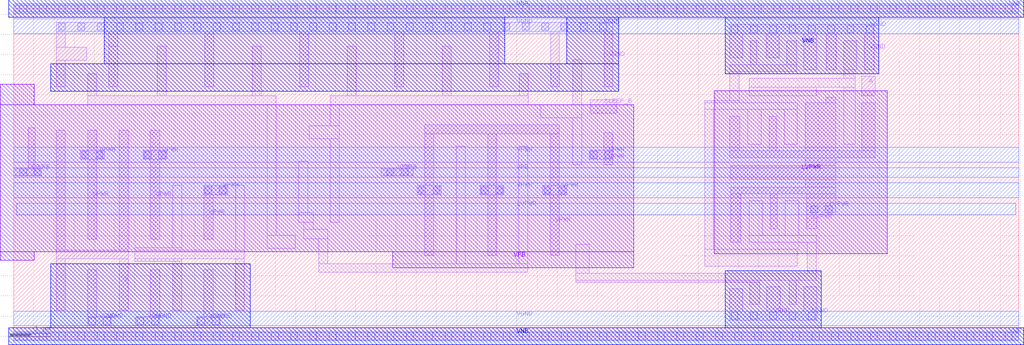
<source format=lef>
VERSION 5.7 ;
  NOWIREEXTENSIONATPIN ON ;
  DIVIDERCHAR "/" ;
  BUSBITCHARS "[]" ;
MACRO sky130_fd_sc_hvl__a22oi_1
  CLASS CORE ;
  FOREIGN sky130_fd_sc_hvl__a22oi_1 ;
  ORIGIN 0.000 0.000 ;
  SIZE 3.840 BY 4.070 ;
  SYMMETRY X Y ;
  SITE unithv ;
  PIN A1
    DIRECTION INPUT ;
    USE SIGNAL ;
    ANTENNAGATEAREA 1.125000 ;
    PORT
      LAYER li1 ;
        RECT 2.045 1.505 2.755 1.750 ;
    END
  END A1
  PIN A2
    DIRECTION INPUT ;
    USE SIGNAL ;
    ANTENNAGATEAREA 1.125000 ;
    PORT
      LAYER li1 ;
        RECT 2.940 1.505 3.715 1.750 ;
    END
  END A2
  PIN B1
    DIRECTION INPUT ;
    USE SIGNAL ;
    ANTENNAGATEAREA 1.125000 ;
    PORT
      LAYER li1 ;
        RECT 1.465 1.505 1.795 1.750 ;
    END
  END B1
  PIN B2
    DIRECTION INPUT ;
    USE SIGNAL ;
    ANTENNAGATEAREA 1.125000 ;
    PORT
      LAYER li1 ;
        RECT 0.125 1.505 0.835 1.835 ;
    END
  END B2
  PIN VGND
    DIRECTION INOUT ;
    USE GROUND ;
    PORT
      LAYER met1 ;
        RECT 0.000 0.255 3.840 0.625 ;
    END
  END VGND
  PIN VNB
    DIRECTION INOUT ;
    USE GROUND ;
    PORT
      LAYER pwell ;
        RECT 0.105 0.215 3.635 1.415 ;
        RECT -0.130 -0.215 3.970 0.215 ;
      LAYER met1 ;
        RECT 0.000 -0.115 3.840 0.115 ;
    END
  END VNB
  PIN VPB
    DIRECTION INOUT ;
    USE POWER ;
    PORT
      LAYER nwell ;
        RECT -0.330 1.885 4.170 4.485 ;
      LAYER met1 ;
        RECT 0.000 3.955 3.840 4.185 ;
    END
  END VPB
  PIN VPWR
    DIRECTION INOUT ;
    USE POWER ;
    PORT
      LAYER met1 ;
        RECT 0.000 3.445 3.840 3.815 ;
    END
  END VPWR
  PIN Y
    DIRECTION OUTPUT ;
    USE SIGNAL ;
    ANTENNADIFFAREA 0.630000 ;
    PORT
      LAYER li1 ;
        RECT 0.925 2.175 1.285 3.455 ;
        RECT 1.085 0.980 1.285 2.175 ;
        RECT 1.705 0.980 1.955 1.325 ;
        RECT 1.085 0.810 1.955 0.980 ;
        RECT 1.705 0.495 1.955 0.810 ;
    END
  END Y
  OBS
      LAYER li1 ;
        RECT 0.000 3.985 3.840 4.155 ;
        RECT 0.145 3.635 1.955 3.805 ;
        RECT 0.145 2.175 0.475 3.635 ;
        RECT 1.705 2.100 1.955 3.635 ;
        RECT 2.135 2.280 3.085 3.755 ;
        RECT 3.265 2.100 3.595 3.755 ;
        RECT 1.705 1.930 3.595 2.100 ;
        RECT 0.090 0.365 0.680 1.325 ;
        RECT 2.135 0.365 3.750 1.325 ;
        RECT 0.000 -0.085 3.840 0.085 ;
      LAYER mcon ;
        RECT 0.155 3.985 0.325 4.155 ;
        RECT 0.635 3.985 0.805 4.155 ;
        RECT 1.115 3.985 1.285 4.155 ;
        RECT 1.595 3.985 1.765 4.155 ;
        RECT 2.075 3.985 2.245 4.155 ;
        RECT 2.555 3.985 2.725 4.155 ;
        RECT 3.035 3.985 3.205 4.155 ;
        RECT 3.515 3.985 3.685 4.155 ;
        RECT 2.165 3.505 2.335 3.675 ;
        RECT 2.525 3.505 2.695 3.675 ;
        RECT 2.885 3.505 3.055 3.675 ;
        RECT 0.120 0.395 0.290 0.565 ;
        RECT 0.480 0.395 0.650 0.565 ;
        RECT 2.135 0.395 2.305 0.565 ;
        RECT 2.495 0.395 2.665 0.565 ;
        RECT 2.855 0.395 3.025 0.565 ;
        RECT 3.215 0.395 3.385 0.565 ;
        RECT 3.575 0.395 3.745 0.565 ;
        RECT 0.155 -0.085 0.325 0.085 ;
        RECT 0.635 -0.085 0.805 0.085 ;
        RECT 1.115 -0.085 1.285 0.085 ;
        RECT 1.595 -0.085 1.765 0.085 ;
        RECT 2.075 -0.085 2.245 0.085 ;
        RECT 2.555 -0.085 2.725 0.085 ;
        RECT 3.035 -0.085 3.205 0.085 ;
        RECT 3.515 -0.085 3.685 0.085 ;
  END
END sky130_fd_sc_hvl__a22oi_1

#--------EOF---------

MACRO sky130_fd_sc_hvl__fill_2
  CLASS CORE SPACER ;
  FOREIGN sky130_fd_sc_hvl__fill_2 ;
  ORIGIN 0.000 0.000 ;
  SIZE 0.960 BY 4.070 ;
  SYMMETRY X Y ;
  SITE unithv ;
  PIN VGND
    DIRECTION INOUT ;
    USE GROUND ;
    PORT
      LAYER met1 ;
        RECT 0.000 0.255 0.960 0.625 ;
    END
  END VGND
  PIN VNB
    DIRECTION INOUT ;
    USE GROUND ;
    PORT
      LAYER pwell ;
        RECT -0.130 -0.215 1.090 0.215 ;
      LAYER met1 ;
        RECT 0.000 -0.115 0.960 0.115 ;
    END
  END VNB
  PIN VPB
    DIRECTION INOUT ;
    USE POWER ;
    PORT
      LAYER nwell ;
        RECT -0.330 1.885 1.290 4.485 ;
      LAYER met1 ;
        RECT 0.000 3.955 0.960 4.185 ;
    END
  END VPB
  PIN VPWR
    DIRECTION INOUT ;
    USE POWER ;
    PORT
      LAYER met1 ;
        RECT 0.000 3.445 0.960 3.815 ;
    END
  END VPWR
  OBS
      LAYER li1 ;
        RECT 0.000 3.985 0.960 4.155 ;
        RECT 0.000 -0.085 0.960 0.085 ;
      LAYER mcon ;
        RECT 0.155 3.985 0.325 4.155 ;
        RECT 0.635 3.985 0.805 4.155 ;
        RECT 0.155 -0.085 0.325 0.085 ;
        RECT 0.635 -0.085 0.805 0.085 ;
  END
END sky130_fd_sc_hvl__fill_2

#--------EOF---------

MACRO sky130_fd_sc_hvl__probe_p_8
  CLASS CORE ;
  FOREIGN sky130_fd_sc_hvl__probe_p_8 ;
  ORIGIN 0.000 0.000 ;
  SIZE 9.600 BY 4.070 ;
  SYMMETRY X Y ;
  SITE unithv ;
  PIN A
    DIRECTION INPUT ;
    USE SIGNAL ;
    ANTENNAGATEAREA 3.375000 ;
    PORT
      LAYER li1 ;
        RECT 0.635 1.580 2.245 1.815 ;
    END
  END A
  PIN VGND
    DIRECTION INOUT ;
    USE GROUND ;
    PORT
      LAYER met1 ;
        RECT 0.000 0.255 9.600 0.625 ;
    END
    PORT
      LAYER li1 ;
        RECT 0.675 0.550 1.925 1.385 ;
        RECT 2.765 0.760 3.495 1.445 ;
        RECT 2.605 0.550 3.495 0.760 ;
        RECT 4.045 0.550 5.055 1.445 ;
        RECT 5.605 0.550 6.615 1.445 ;
        RECT 7.165 0.550 8.175 1.445 ;
        RECT 9.135 0.600 9.505 1.445 ;
        RECT 8.975 0.550 9.505 0.600 ;
        RECT 0.675 0.380 9.505 0.550 ;
      LAYER mcon ;
        RECT 1.035 0.380 1.205 0.550 ;
        RECT 1.395 0.380 1.565 0.550 ;
        RECT 1.755 0.380 1.925 0.550 ;
        RECT 2.605 0.380 2.775 0.550 ;
        RECT 2.965 0.380 3.135 0.550 ;
        RECT 3.325 0.380 3.495 0.550 ;
        RECT 4.070 0.380 4.240 0.550 ;
        RECT 4.430 0.380 4.600 0.550 ;
        RECT 4.790 0.380 4.960 0.550 ;
        RECT 5.670 0.380 5.840 0.550 ;
        RECT 6.030 0.380 6.200 0.550 ;
        RECT 6.390 0.380 6.560 0.550 ;
        RECT 7.235 0.380 7.405 0.550 ;
        RECT 7.595 0.380 7.765 0.550 ;
        RECT 7.955 0.380 8.125 0.550 ;
        RECT 8.975 0.380 9.145 0.550 ;
        RECT 9.335 0.380 9.505 0.550 ;
    END
  END VGND
  PIN VNB
    DIRECTION INOUT ;
    USE GROUND ;
    PORT
      LAYER pwell ;
        RECT 0.115 0.215 9.505 1.585 ;
        RECT -0.130 -0.215 9.730 0.215 ;
      LAYER met1 ;
        RECT 0.000 -0.115 9.600 0.115 ;
    END
    PORT
      LAYER li1 ;
        RECT 0.000 -0.085 9.600 0.085 ;
      LAYER mcon ;
        RECT 0.155 -0.085 0.325 0.085 ;
        RECT 0.635 -0.085 0.805 0.085 ;
        RECT 1.115 -0.085 1.285 0.085 ;
        RECT 1.595 -0.085 1.765 0.085 ;
        RECT 2.075 -0.085 2.245 0.085 ;
        RECT 2.555 -0.085 2.725 0.085 ;
        RECT 3.035 -0.085 3.205 0.085 ;
        RECT 3.515 -0.085 3.685 0.085 ;
        RECT 3.995 -0.085 4.165 0.085 ;
        RECT 4.475 -0.085 4.645 0.085 ;
        RECT 4.955 -0.085 5.125 0.085 ;
        RECT 5.435 -0.085 5.605 0.085 ;
        RECT 5.915 -0.085 6.085 0.085 ;
        RECT 6.395 -0.085 6.565 0.085 ;
        RECT 6.875 -0.085 7.045 0.085 ;
        RECT 7.355 -0.085 7.525 0.085 ;
        RECT 7.835 -0.085 8.005 0.085 ;
        RECT 8.315 -0.085 8.485 0.085 ;
        RECT 8.795 -0.085 8.965 0.085 ;
        RECT 9.275 -0.085 9.445 0.085 ;
    END
  END VNB
  PIN VPB
    DIRECTION INOUT ;
    USE POWER ;
    PORT
      LAYER nwell ;
        RECT -0.330 1.885 9.930 4.485 ;
      LAYER met1 ;
        RECT 0.000 3.955 9.600 4.185 ;
    END
    PORT
      LAYER li1 ;
        RECT 0.000 3.985 9.600 4.155 ;
      LAYER mcon ;
        RECT 0.155 3.985 0.325 4.155 ;
        RECT 0.635 3.985 0.805 4.155 ;
        RECT 1.115 3.985 1.285 4.155 ;
        RECT 1.595 3.985 1.765 4.155 ;
        RECT 2.075 3.985 2.245 4.155 ;
        RECT 2.555 3.985 2.725 4.155 ;
        RECT 3.035 3.985 3.205 4.155 ;
        RECT 3.515 3.985 3.685 4.155 ;
        RECT 3.995 3.985 4.165 4.155 ;
        RECT 4.475 3.985 4.645 4.155 ;
        RECT 4.955 3.985 5.125 4.155 ;
        RECT 5.435 3.985 5.605 4.155 ;
        RECT 5.915 3.985 6.085 4.155 ;
        RECT 6.395 3.985 6.565 4.155 ;
        RECT 6.875 3.985 7.045 4.155 ;
        RECT 7.355 3.985 7.525 4.155 ;
        RECT 7.835 3.985 8.005 4.155 ;
        RECT 8.315 3.985 8.485 4.155 ;
        RECT 8.795 3.985 8.965 4.155 ;
        RECT 9.275 3.985 9.445 4.155 ;
    END
  END VPB
  PIN VPWR
    DIRECTION INOUT ;
    USE POWER ;
    PORT
      LAYER met1 ;
        RECT 0.000 3.445 9.600 3.815 ;
    END
    PORT
      LAYER li1 ;
        RECT 0.615 3.625 9.505 3.795 ;
        RECT 0.615 2.445 1.865 3.625 ;
        RECT 2.765 2.385 3.435 3.625 ;
        RECT 4.105 2.385 4.995 3.625 ;
        RECT 5.665 2.385 6.555 3.625 ;
        RECT 7.225 2.385 8.115 3.625 ;
        RECT 8.905 3.475 9.505 3.625 ;
        RECT 9.135 2.385 9.505 3.475 ;
      LAYER mcon ;
        RECT 0.615 3.475 0.785 3.645 ;
        RECT 0.975 3.475 1.145 3.645 ;
        RECT 1.335 3.475 1.505 3.645 ;
        RECT 1.695 3.475 1.865 3.645 ;
        RECT 2.770 3.475 2.940 3.645 ;
        RECT 3.130 3.475 3.300 3.645 ;
        RECT 4.105 3.475 4.275 3.645 ;
        RECT 4.465 3.475 4.635 3.645 ;
        RECT 4.825 3.475 4.995 3.645 ;
        RECT 5.665 3.475 5.835 3.645 ;
        RECT 6.025 3.475 6.195 3.645 ;
        RECT 6.385 3.475 6.555 3.645 ;
        RECT 7.230 3.475 7.400 3.645 ;
        RECT 7.945 3.475 8.115 3.645 ;
        RECT 9.265 3.475 9.435 3.645 ;
    END
  END VPWR
  PIN X
    DIRECTION OUTPUT ;
    USE SIGNAL ;
    ANTENNADIFFAREA 2.520000 ;
    PORT
      LAYER met5 ;
        RECT 3.290 1.235 6.310 2.835 ;
    END
    PORT
      LAYER met4 ;
        RECT 3.410 1.355 6.190 2.535 ;
      LAYER via4 ;
        RECT 5.010 1.355 6.190 2.535 ;
    END
    PORT
      LAYER met3 ;
        RECT 5.435 1.885 6.215 2.215 ;
      LAYER via3 ;
        RECT 5.465 1.890 5.785 2.210 ;
        RECT 5.865 1.890 6.185 2.210 ;
    END
    PORT
      LAYER met2 ;
        RECT 5.485 1.865 6.165 2.235 ;
      LAYER via2 ;
        RECT 5.485 1.910 5.765 2.190 ;
        RECT 5.885 1.910 6.165 2.190 ;
    END
    PORT
      LAYER met1 ;
        RECT 5.505 2.005 7.315 2.235 ;
        RECT 5.505 1.975 6.145 2.005 ;
      LAYER via ;
        RECT 5.535 1.975 5.795 2.235 ;
        RECT 5.855 1.975 6.115 2.235 ;
    END
  END X
  OBS
      LAYER li1 ;
        RECT 0.245 2.265 0.435 3.545 ;
        RECT 2.045 2.265 2.595 3.445 ;
        RECT 0.245 2.095 2.595 2.265 ;
        RECT 0.245 1.475 0.435 2.095 ;
        RECT 2.425 1.955 2.595 2.095 ;
        RECT 3.605 2.205 3.935 3.445 ;
        RECT 5.165 2.205 5.495 3.445 ;
        RECT 6.725 2.205 7.055 3.445 ;
        RECT 8.285 3.230 8.735 3.445 ;
        RECT 8.285 2.205 8.965 3.230 ;
        RECT 3.605 2.035 8.965 2.205 ;
        RECT 2.425 1.625 3.380 1.955 ;
        RECT 3.665 1.625 8.555 1.795 ;
        RECT 0.245 0.805 0.455 1.475 ;
        RECT 2.425 1.400 2.595 1.625 ;
        RECT 2.105 1.230 2.595 1.400 ;
        RECT 2.105 0.730 2.315 1.230 ;
        RECT 3.665 0.805 3.875 1.625 ;
        RECT 5.225 0.805 5.435 1.625 ;
        RECT 6.785 0.805 6.995 1.625 ;
        RECT 8.345 0.975 8.555 1.625 ;
        RECT 8.735 0.975 8.965 2.035 ;
        RECT 8.345 0.805 8.965 0.975 ;
      LAYER mcon ;
        RECT 6.725 2.035 6.895 2.205 ;
        RECT 7.085 2.035 7.255 2.205 ;
  END
END sky130_fd_sc_hvl__probe_p_8

#--------EOF---------

MACRO sky130_fd_sc_hvl__dfxtp_1
  CLASS CORE ;
  FOREIGN sky130_fd_sc_hvl__dfxtp_1 ;
  ORIGIN 0.000 0.000 ;
  SIZE 12.000 BY 4.070 ;
  SYMMETRY X Y ;
  SITE unithv ;
  PIN CLK
    DIRECTION INPUT ;
    USE CLOCK ;
    ANTENNAGATEAREA 0.585000 ;
    PORT
      LAYER li1 ;
        RECT 0.540 1.905 0.870 2.575 ;
    END
  END CLK
  PIN D
    DIRECTION INPUT ;
    USE SIGNAL ;
    ANTENNAGATEAREA 0.420000 ;
    PORT
      LAYER li1 ;
        RECT 1.595 1.555 2.470 1.750 ;
    END
  END D
  PIN VGND
    DIRECTION INOUT ;
    USE GROUND ;
    PORT
      LAYER met1 ;
        RECT 0.000 0.255 12.000 0.625 ;
    END
  END VGND
  PIN VNB
    DIRECTION INOUT ;
    USE GROUND ;
    PORT
      LAYER pwell ;
        RECT 10.670 1.445 11.980 1.585 ;
        RECT 0.020 1.115 2.130 1.185 ;
        RECT 5.765 1.115 7.175 1.445 ;
        RECT 9.310 1.115 11.980 1.445 ;
        RECT 0.020 0.215 11.980 1.115 ;
        RECT -0.130 -0.215 12.130 0.215 ;
      LAYER met1 ;
        RECT 0.000 -0.115 12.000 0.115 ;
    END
  END VNB
  PIN VPB
    DIRECTION INOUT ;
    USE POWER ;
    PORT
      LAYER nwell ;
        RECT -0.330 1.885 12.330 4.485 ;
      LAYER met1 ;
        RECT 0.000 3.955 12.000 4.185 ;
    END
  END VPB
  PIN VPWR
    DIRECTION INOUT ;
    USE POWER ;
    PORT
      LAYER met1 ;
        RECT 0.000 3.445 12.000 3.815 ;
    END
  END VPWR
  PIN Q
    DIRECTION OUTPUT ;
    USE SIGNAL ;
    ANTENNADIFFAREA 0.596250 ;
    PORT
      LAYER li1 ;
        RECT 11.560 2.185 11.890 3.735 ;
        RECT 11.640 0.685 11.890 2.185 ;
    END
  END Q
  OBS
      LAYER li1 ;
        RECT 0.000 3.985 12.000 4.155 ;
        RECT 0.110 1.725 0.360 3.565 ;
        RECT 0.540 2.755 1.490 3.705 ;
        RECT 1.670 2.615 2.000 3.565 ;
        RECT 2.220 2.795 2.470 3.705 ;
        RECT 5.070 3.485 6.020 3.735 ;
        RECT 2.650 3.305 3.680 3.475 ;
        RECT 2.650 2.615 2.820 3.305 ;
        RECT 3.510 3.135 7.655 3.305 ;
        RECT 1.670 2.445 2.820 2.615 ;
        RECT 3.000 2.280 3.330 3.125 ;
        RECT 3.510 2.460 3.840 3.135 ;
        RECT 4.055 2.675 4.385 2.955 ;
        RECT 6.470 2.755 7.305 2.955 ;
        RECT 1.165 1.930 2.820 2.225 ;
        RECT 3.000 2.110 4.035 2.280 ;
        RECT 1.165 1.725 1.415 1.930 ;
        RECT 2.650 1.760 3.685 1.930 ;
        RECT 0.110 1.555 1.415 1.725 ;
        RECT 0.110 0.595 0.380 1.555 ;
        RECT 1.690 1.205 3.115 1.375 ;
        RECT 3.430 1.205 3.685 1.760 ;
        RECT 0.560 0.365 1.510 1.095 ;
        RECT 1.690 0.595 2.020 1.205 ;
        RECT 2.200 0.365 2.765 1.025 ;
        RECT 2.945 0.435 3.115 1.205 ;
        RECT 3.865 1.025 4.035 2.110 ;
        RECT 3.295 0.615 4.035 1.025 ;
        RECT 4.215 1.695 4.385 2.675 ;
        RECT 4.565 2.385 6.955 2.555 ;
        RECT 4.565 1.885 4.890 2.385 ;
        RECT 6.705 2.225 6.955 2.385 ;
        RECT 5.435 2.045 5.765 2.205 ;
        RECT 7.135 2.045 7.305 2.755 ;
        RECT 5.435 1.875 7.305 2.045 ;
        RECT 7.485 2.515 7.655 3.135 ;
        RECT 7.835 2.865 8.085 3.735 ;
        RECT 7.835 2.695 8.600 2.865 ;
        RECT 8.815 2.695 9.765 3.735 ;
        RECT 7.485 2.225 8.250 2.515 ;
        RECT 8.430 2.445 8.600 2.695 ;
        RECT 8.430 2.275 10.035 2.445 ;
        RECT 4.215 1.525 6.345 1.695 ;
        RECT 4.215 0.615 4.545 1.525 ;
        RECT 4.725 1.175 6.555 1.345 ;
        RECT 4.725 0.435 5.055 1.175 ;
        RECT 2.945 0.265 5.055 0.435 ;
        RECT 5.255 0.365 6.205 0.995 ;
        RECT 6.385 0.435 6.555 1.175 ;
        RECT 6.735 0.615 7.065 1.875 ;
        RECT 7.485 1.445 7.655 2.225 ;
        RECT 7.280 1.125 7.655 1.445 ;
        RECT 7.280 0.435 7.450 1.125 ;
        RECT 8.430 1.025 8.600 2.275 ;
        RECT 9.000 1.595 9.330 2.015 ;
        RECT 9.705 1.775 10.035 2.275 ;
        RECT 10.215 2.005 10.545 3.735 ;
        RECT 10.725 2.195 11.315 3.735 ;
        RECT 10.215 1.675 11.460 2.005 ;
        RECT 10.215 1.595 10.510 1.675 ;
        RECT 9.000 1.425 10.510 1.595 ;
        RECT 7.835 0.945 8.600 1.025 ;
        RECT 7.630 0.855 8.600 0.945 ;
        RECT 7.630 0.525 8.005 0.855 ;
        RECT 6.385 0.265 7.450 0.435 ;
        RECT 8.780 0.365 9.730 1.245 ;
        RECT 10.180 0.525 10.510 1.425 ;
        RECT 10.690 0.365 11.280 1.495 ;
        RECT 0.000 -0.085 12.000 0.085 ;
      LAYER mcon ;
        RECT 0.155 3.985 0.325 4.155 ;
        RECT 0.635 3.985 0.805 4.155 ;
        RECT 1.115 3.985 1.285 4.155 ;
        RECT 1.595 3.985 1.765 4.155 ;
        RECT 2.075 3.985 2.245 4.155 ;
        RECT 2.555 3.985 2.725 4.155 ;
        RECT 3.035 3.985 3.205 4.155 ;
        RECT 3.515 3.985 3.685 4.155 ;
        RECT 3.995 3.985 4.165 4.155 ;
        RECT 4.475 3.985 4.645 4.155 ;
        RECT 4.955 3.985 5.125 4.155 ;
        RECT 5.435 3.985 5.605 4.155 ;
        RECT 5.915 3.985 6.085 4.155 ;
        RECT 6.395 3.985 6.565 4.155 ;
        RECT 6.875 3.985 7.045 4.155 ;
        RECT 7.355 3.985 7.525 4.155 ;
        RECT 7.835 3.985 8.005 4.155 ;
        RECT 8.315 3.985 8.485 4.155 ;
        RECT 8.795 3.985 8.965 4.155 ;
        RECT 9.275 3.985 9.445 4.155 ;
        RECT 9.755 3.985 9.925 4.155 ;
        RECT 10.235 3.985 10.405 4.155 ;
        RECT 10.715 3.985 10.885 4.155 ;
        RECT 11.195 3.985 11.365 4.155 ;
        RECT 11.675 3.985 11.845 4.155 ;
        RECT 0.570 3.505 0.740 3.675 ;
        RECT 0.930 3.505 1.100 3.675 ;
        RECT 1.290 3.505 1.460 3.675 ;
        RECT 2.250 3.505 2.420 3.675 ;
        RECT 5.100 3.515 5.270 3.685 ;
        RECT 5.460 3.515 5.630 3.685 ;
        RECT 5.820 3.515 5.990 3.685 ;
        RECT 0.590 0.395 0.760 0.565 ;
        RECT 0.950 0.395 1.120 0.565 ;
        RECT 1.310 0.395 1.480 0.565 ;
        RECT 2.215 0.395 2.385 0.565 ;
        RECT 2.575 0.395 2.745 0.565 ;
        RECT 8.845 3.505 9.015 3.675 ;
        RECT 9.205 3.505 9.375 3.675 ;
        RECT 9.565 3.505 9.735 3.675 ;
        RECT 5.285 0.395 5.455 0.565 ;
        RECT 5.645 0.395 5.815 0.565 ;
        RECT 6.005 0.395 6.175 0.565 ;
        RECT 10.755 3.505 10.925 3.675 ;
        RECT 11.115 3.505 11.285 3.675 ;
        RECT 8.810 0.395 8.980 0.565 ;
        RECT 9.170 0.395 9.340 0.565 ;
        RECT 9.530 0.395 9.700 0.565 ;
        RECT 10.720 0.395 10.890 0.565 ;
        RECT 11.080 0.395 11.250 0.565 ;
        RECT 0.155 -0.085 0.325 0.085 ;
        RECT 0.635 -0.085 0.805 0.085 ;
        RECT 1.115 -0.085 1.285 0.085 ;
        RECT 1.595 -0.085 1.765 0.085 ;
        RECT 2.075 -0.085 2.245 0.085 ;
        RECT 2.555 -0.085 2.725 0.085 ;
        RECT 3.035 -0.085 3.205 0.085 ;
        RECT 3.515 -0.085 3.685 0.085 ;
        RECT 3.995 -0.085 4.165 0.085 ;
        RECT 4.475 -0.085 4.645 0.085 ;
        RECT 4.955 -0.085 5.125 0.085 ;
        RECT 5.435 -0.085 5.605 0.085 ;
        RECT 5.915 -0.085 6.085 0.085 ;
        RECT 6.395 -0.085 6.565 0.085 ;
        RECT 6.875 -0.085 7.045 0.085 ;
        RECT 7.355 -0.085 7.525 0.085 ;
        RECT 7.835 -0.085 8.005 0.085 ;
        RECT 8.315 -0.085 8.485 0.085 ;
        RECT 8.795 -0.085 8.965 0.085 ;
        RECT 9.275 -0.085 9.445 0.085 ;
        RECT 9.755 -0.085 9.925 0.085 ;
        RECT 10.235 -0.085 10.405 0.085 ;
        RECT 10.715 -0.085 10.885 0.085 ;
        RECT 11.195 -0.085 11.365 0.085 ;
        RECT 11.675 -0.085 11.845 0.085 ;
  END
END sky130_fd_sc_hvl__dfxtp_1

#--------EOF---------

MACRO sky130_fd_sc_hvl__lsbufhv2lv_simple_1
  CLASS CORE ;
  FOREIGN sky130_fd_sc_hvl__lsbufhv2lv_simple_1 ;
  ORIGIN 0.000 0.000 ;
  SIZE 8.640 BY 8.140 ;
  SYMMETRY X Y ;
  SITE unithvdbl ;
  PIN A
    DIRECTION INPUT ;
    USE SIGNAL ;
    ANTENNAGATEAREA 0.585000 ;
    PORT
      LAYER li1 ;
        RECT 4.355 1.465 4.685 3.260 ;
    END
  END A
  PIN LVPWR
    DIRECTION INOUT ;
    USE POWER ;
    PORT
      LAYER nwell ;
        RECT 2.800 1.885 5.425 4.825 ;
      LAYER met1 ;
        RECT 0.070 3.020 8.570 3.305 ;
    END
    PORT
      LAYER li1 ;
        RECT 3.130 3.955 5.095 4.525 ;
        RECT 3.620 2.175 4.175 3.955 ;
      LAYER mcon ;
        RECT 3.630 3.075 3.800 3.245 ;
        RECT 3.990 3.075 4.160 3.245 ;
    END
  END LVPWR
  PIN VGND
    DIRECTION INOUT ;
    USE GROUND ;
    PORT
      LAYER met1 ;
        RECT 0.000 7.515 8.640 7.885 ;
    END
    PORT
      LAYER met1 ;
        RECT 0.000 0.255 8.640 0.625 ;
    END
    PORT
      LAYER li1 ;
        RECT 3.435 0.365 4.685 0.935 ;
      LAYER mcon ;
        RECT 3.435 0.395 3.605 0.565 ;
        RECT 3.795 0.395 3.965 0.565 ;
        RECT 4.155 0.395 4.325 0.565 ;
        RECT 4.515 0.395 4.685 0.565 ;
    END
  END VGND
  PIN VNB
    DIRECTION INOUT ;
    USE GROUND ;
    PORT
      LAYER pwell ;
        RECT 2.915 1.085 4.225 1.415 ;
        RECT 2.915 0.215 5.225 1.085 ;
        RECT -0.130 -0.215 8.770 0.215 ;
      LAYER met1 ;
        RECT 0.000 -0.115 8.640 0.115 ;
    END
    PORT
      LAYER pwell ;
        RECT -0.130 7.925 8.770 8.355 ;
      LAYER met1 ;
        RECT 0.000 8.025 8.640 8.255 ;
    END
    PORT
      LAYER li1 ;
        RECT 0.000 8.055 8.640 8.225 ;
      LAYER mcon ;
        RECT 0.155 8.055 0.325 8.225 ;
        RECT 0.635 8.055 0.805 8.225 ;
        RECT 1.115 8.055 1.285 8.225 ;
        RECT 1.595 8.055 1.765 8.225 ;
        RECT 2.075 8.055 2.245 8.225 ;
        RECT 2.555 8.055 2.725 8.225 ;
        RECT 3.035 8.055 3.205 8.225 ;
        RECT 3.515 8.055 3.685 8.225 ;
        RECT 3.995 8.055 4.165 8.225 ;
        RECT 4.475 8.055 4.645 8.225 ;
        RECT 4.955 8.055 5.125 8.225 ;
        RECT 5.435 8.055 5.605 8.225 ;
        RECT 5.915 8.055 6.085 8.225 ;
        RECT 6.395 8.055 6.565 8.225 ;
        RECT 6.875 8.055 7.045 8.225 ;
        RECT 7.355 8.055 7.525 8.225 ;
        RECT 7.835 8.055 8.005 8.225 ;
        RECT 8.315 8.055 8.485 8.225 ;
    END
    PORT
      LAYER li1 ;
        RECT 0.000 -0.085 8.640 0.085 ;
      LAYER mcon ;
        RECT 0.155 -0.085 0.325 0.085 ;
        RECT 0.635 -0.085 0.805 0.085 ;
        RECT 1.115 -0.085 1.285 0.085 ;
        RECT 1.595 -0.085 1.765 0.085 ;
        RECT 2.075 -0.085 2.245 0.085 ;
        RECT 2.555 -0.085 2.725 0.085 ;
        RECT 3.035 -0.085 3.205 0.085 ;
        RECT 3.515 -0.085 3.685 0.085 ;
        RECT 3.995 -0.085 4.165 0.085 ;
        RECT 4.475 -0.085 4.645 0.085 ;
        RECT 4.955 -0.085 5.125 0.085 ;
        RECT 5.435 -0.085 5.605 0.085 ;
        RECT 5.915 -0.085 6.085 0.085 ;
        RECT 6.395 -0.085 6.565 0.085 ;
        RECT 6.875 -0.085 7.045 0.085 ;
        RECT 7.355 -0.085 7.525 0.085 ;
        RECT 7.835 -0.085 8.005 0.085 ;
        RECT 8.315 -0.085 8.485 0.085 ;
    END
  END VNB
  PIN VPB
    DIRECTION INOUT ;
    USE POWER ;
    PORT
      LAYER nwell ;
        RECT -0.330 1.885 0.800 6.255 ;
        RECT 7.425 1.885 8.970 6.255 ;
      LAYER met1 ;
        RECT 0.000 3.955 8.640 4.185 ;
    END
    PORT
      LAYER li1 ;
        RECT 7.425 3.985 8.640 4.155 ;
      LAYER mcon ;
        RECT 7.835 3.985 8.005 4.155 ;
        RECT 8.315 3.985 8.485 4.155 ;
    END
    PORT
      LAYER li1 ;
        RECT 0.000 3.985 0.800 4.155 ;
      LAYER mcon ;
        RECT 0.155 3.985 0.325 4.155 ;
    END
  END VPB
  PIN VPWR
    DIRECTION INOUT ;
    USE POWER ;
    PORT
      LAYER met1 ;
        RECT 0.000 3.445 8.640 3.815 ;
    END
    PORT
      LAYER met1 ;
        RECT 0.000 4.325 8.640 4.695 ;
    END
  END VPWR
  PIN X
    DIRECTION OUTPUT ;
    USE SIGNAL ;
    ANTENNADIFFAREA 0.626250 ;
    PORT
      LAYER li1 ;
        RECT 2.995 2.175 3.440 3.755 ;
        RECT 2.995 0.495 3.255 2.175 ;
    END
  END X
  OBS
      LAYER li1 ;
        RECT 3.565 1.285 3.895 1.745 ;
        RECT 4.865 1.285 5.115 3.005 ;
        RECT 3.565 1.115 5.115 1.285 ;
        RECT 4.865 0.495 5.115 1.115 ;
  END
END sky130_fd_sc_hvl__lsbufhv2lv_simple_1

#--------EOF---------

MACRO sky130_fd_sc_hvl__sdfxtp_1
  CLASS CORE ;
  FOREIGN sky130_fd_sc_hvl__sdfxtp_1 ;
  ORIGIN 0.000 0.000 ;
  SIZE 14.880 BY 4.070 ;
  SYMMETRY X Y ;
  SITE unithv ;
  PIN CLK
    DIRECTION INPUT ;
    USE CLOCK ;
    ANTENNAGATEAREA 0.585000 ;
    PORT
      LAYER li1 ;
        RECT 4.345 1.175 4.675 1.685 ;
    END
  END CLK
  PIN D
    DIRECTION INPUT ;
    USE SIGNAL ;
    ANTENNAGATEAREA 0.420000 ;
    PORT
      LAYER li1 ;
        RECT 0.605 2.205 2.755 2.520 ;
    END
  END D
  PIN SCD
    DIRECTION INPUT ;
    USE SIGNAL ;
    ANTENNAGATEAREA 0.420000 ;
    PORT
      LAYER li1 ;
        RECT 3.600 2.215 4.195 2.765 ;
    END
  END SCD
  PIN SCE
    DIRECTION INPUT ;
    USE SIGNAL ;
    ANTENNAGATEAREA 0.840000 ;
    PORT
      LAYER li1 ;
        RECT 0.605 1.855 3.050 2.025 ;
        RECT 0.605 1.445 1.795 1.855 ;
        RECT 2.720 1.095 3.050 1.855 ;
    END
  END SCE
  PIN VGND
    DIRECTION INOUT ;
    USE GROUND ;
    PORT
      LAYER met1 ;
        RECT 0.000 0.255 14.880 0.625 ;
    END
  END VGND
  PIN VNB
    DIRECTION INOUT ;
    USE GROUND ;
    PORT
      LAYER pwell ;
        RECT 13.570 1.415 14.860 1.515 ;
        RECT 8.920 1.085 10.250 1.415 ;
        RECT 12.240 1.085 14.860 1.415 ;
        RECT 0.035 0.215 14.860 1.085 ;
        RECT -0.130 -0.215 15.010 0.215 ;
      LAYER met1 ;
        RECT 0.000 -0.115 14.880 0.115 ;
    END
  END VNB
  PIN VPB
    DIRECTION INOUT ;
    USE POWER ;
    PORT
      LAYER nwell ;
        RECT -0.330 1.885 15.210 4.485 ;
      LAYER met1 ;
        RECT 0.000 3.955 14.880 4.185 ;
    END
  END VPB
  PIN VPWR
    DIRECTION INOUT ;
    USE POWER ;
    PORT
      LAYER met1 ;
        RECT 0.000 3.445 14.880 3.815 ;
    END
  END VPWR
  PIN Q
    DIRECTION OUTPUT ;
    USE SIGNAL ;
    ANTENNADIFFAREA 0.596250 ;
    PORT
      LAYER li1 ;
        RECT 13.660 2.195 14.020 3.735 ;
        RECT 13.850 1.780 14.020 2.195 ;
        RECT 13.850 1.505 14.755 1.780 ;
        RECT 13.660 0.615 14.020 1.505 ;
    END
  END Q
  OBS
      LAYER li1 ;
        RECT 0.000 3.985 14.880 4.155 ;
        RECT 0.125 1.265 0.380 3.425 ;
        RECT 0.910 2.925 1.860 3.705 ;
        RECT 2.400 3.095 2.730 3.425 ;
        RECT 2.400 2.925 3.400 3.095 ;
        RECT 3.635 2.945 4.585 3.735 ;
        RECT 3.230 2.035 3.400 2.925 ;
        RECT 4.765 2.765 5.095 3.735 ;
        RECT 5.315 2.945 5.905 3.735 ;
        RECT 6.095 3.505 6.425 3.735 ;
        RECT 9.030 3.505 9.980 3.755 ;
        RECT 6.095 3.335 7.325 3.505 ;
        RECT 6.095 2.945 6.425 3.335 ;
        RECT 4.765 2.595 5.605 2.765 ;
        RECT 5.275 2.215 5.605 2.595 ;
        RECT 6.610 2.695 6.975 3.155 ;
        RECT 6.610 2.035 6.780 2.695 ;
        RECT 7.155 2.515 7.325 3.335 ;
        RECT 10.320 3.325 11.450 3.495 ;
        RECT 6.960 2.225 7.325 2.515 ;
        RECT 7.505 2.675 7.755 3.175 ;
        RECT 8.040 3.155 10.490 3.325 ;
        RECT 3.230 1.865 6.780 2.035 ;
        RECT 1.975 1.265 2.305 1.675 ;
        RECT 0.125 1.095 2.305 1.265 ;
        RECT 0.125 0.515 0.455 1.095 ;
        RECT 3.230 0.915 3.400 1.865 ;
        RECT 5.540 1.325 5.870 1.685 ;
        RECT 4.855 1.155 5.870 1.325 ;
        RECT 0.905 0.365 1.855 0.915 ;
        RECT 2.395 0.745 3.400 0.915 ;
        RECT 2.395 0.495 2.725 0.745 ;
        RECT 3.580 0.365 4.485 0.995 ;
        RECT 4.855 0.975 5.025 1.155 ;
        RECT 6.565 0.995 6.780 1.865 ;
        RECT 4.665 0.515 5.025 0.975 ;
        RECT 5.215 0.365 5.805 0.975 ;
        RECT 5.995 0.435 6.325 0.975 ;
        RECT 6.565 0.615 6.895 0.995 ;
        RECT 7.075 0.435 7.245 2.225 ;
        RECT 7.505 1.775 7.675 2.675 ;
        RECT 8.040 2.495 8.210 3.155 ;
        RECT 9.810 2.675 10.140 2.975 ;
        RECT 7.880 1.955 8.210 2.495 ;
        RECT 8.620 2.125 8.950 2.555 ;
        RECT 9.810 2.125 9.980 2.675 ;
        RECT 10.320 2.495 10.490 3.155 ;
        RECT 10.670 2.675 11.075 3.145 ;
        RECT 10.160 2.305 10.490 2.495 ;
        RECT 8.620 1.955 10.645 2.125 ;
        RECT 7.505 1.605 9.685 1.775 ;
        RECT 7.505 0.995 7.755 1.605 ;
        RECT 10.045 1.425 10.295 1.775 ;
        RECT 7.425 0.615 7.755 0.995 ;
        RECT 7.935 1.255 10.295 1.425 ;
        RECT 7.935 0.435 8.210 1.255 ;
        RECT 10.475 1.075 10.645 1.955 ;
        RECT 5.995 0.265 8.210 0.435 ;
        RECT 8.680 0.365 9.630 1.075 ;
        RECT 9.810 0.905 10.645 1.075 ;
        RECT 9.810 0.495 10.140 0.905 ;
        RECT 10.825 0.665 11.075 2.675 ;
        RECT 11.255 1.085 11.450 3.325 ;
        RECT 11.980 2.695 12.930 3.735 ;
        RECT 11.630 2.345 12.930 2.515 ;
        RECT 11.630 0.665 11.800 2.345 ;
        RECT 11.980 1.655 12.310 2.155 ;
        RECT 12.600 1.845 12.930 2.345 ;
        RECT 13.110 2.015 13.440 3.735 ;
        RECT 14.200 2.195 14.790 3.735 ;
        RECT 13.110 1.685 13.670 2.015 ;
        RECT 13.110 1.655 13.440 1.685 ;
        RECT 11.980 1.485 13.440 1.655 ;
        RECT 10.825 0.495 11.800 0.665 ;
        RECT 11.980 0.365 12.930 1.305 ;
        RECT 13.110 0.515 13.440 1.485 ;
        RECT 14.200 0.365 14.790 1.325 ;
        RECT 0.000 -0.085 14.880 0.085 ;
      LAYER mcon ;
        RECT 0.155 3.985 0.325 4.155 ;
        RECT 0.635 3.985 0.805 4.155 ;
        RECT 1.115 3.985 1.285 4.155 ;
        RECT 1.595 3.985 1.765 4.155 ;
        RECT 2.075 3.985 2.245 4.155 ;
        RECT 2.555 3.985 2.725 4.155 ;
        RECT 3.035 3.985 3.205 4.155 ;
        RECT 3.515 3.985 3.685 4.155 ;
        RECT 3.995 3.985 4.165 4.155 ;
        RECT 4.475 3.985 4.645 4.155 ;
        RECT 4.955 3.985 5.125 4.155 ;
        RECT 5.435 3.985 5.605 4.155 ;
        RECT 5.915 3.985 6.085 4.155 ;
        RECT 6.395 3.985 6.565 4.155 ;
        RECT 6.875 3.985 7.045 4.155 ;
        RECT 7.355 3.985 7.525 4.155 ;
        RECT 7.835 3.985 8.005 4.155 ;
        RECT 8.315 3.985 8.485 4.155 ;
        RECT 8.795 3.985 8.965 4.155 ;
        RECT 9.275 3.985 9.445 4.155 ;
        RECT 9.755 3.985 9.925 4.155 ;
        RECT 10.235 3.985 10.405 4.155 ;
        RECT 10.715 3.985 10.885 4.155 ;
        RECT 11.195 3.985 11.365 4.155 ;
        RECT 11.675 3.985 11.845 4.155 ;
        RECT 12.155 3.985 12.325 4.155 ;
        RECT 12.635 3.985 12.805 4.155 ;
        RECT 13.115 3.985 13.285 4.155 ;
        RECT 13.595 3.985 13.765 4.155 ;
        RECT 14.075 3.985 14.245 4.155 ;
        RECT 14.555 3.985 14.725 4.155 ;
        RECT 0.940 3.505 1.110 3.675 ;
        RECT 1.300 3.505 1.470 3.675 ;
        RECT 1.660 3.505 1.830 3.675 ;
        RECT 3.665 3.505 3.835 3.675 ;
        RECT 4.025 3.505 4.195 3.675 ;
        RECT 4.385 3.505 4.555 3.675 ;
        RECT 5.345 3.505 5.515 3.675 ;
        RECT 5.705 3.505 5.875 3.675 ;
        RECT 9.060 3.535 9.230 3.705 ;
        RECT 9.420 3.535 9.590 3.705 ;
        RECT 9.780 3.535 9.950 3.705 ;
        RECT 12.010 3.505 12.180 3.675 ;
        RECT 12.370 3.505 12.540 3.675 ;
        RECT 12.730 3.505 12.900 3.675 ;
        RECT 0.935 0.395 1.105 0.565 ;
        RECT 1.295 0.395 1.465 0.565 ;
        RECT 1.655 0.395 1.825 0.565 ;
        RECT 3.590 0.395 3.760 0.565 ;
        RECT 3.950 0.395 4.120 0.565 ;
        RECT 4.310 0.395 4.480 0.565 ;
        RECT 5.245 0.395 5.415 0.565 ;
        RECT 5.605 0.395 5.775 0.565 ;
        RECT 8.710 0.395 8.880 0.565 ;
        RECT 9.070 0.395 9.240 0.565 ;
        RECT 9.430 0.395 9.600 0.565 ;
        RECT 14.230 3.505 14.400 3.675 ;
        RECT 14.590 3.505 14.760 3.675 ;
        RECT 12.010 0.395 12.180 0.565 ;
        RECT 12.370 0.395 12.540 0.565 ;
        RECT 12.730 0.395 12.900 0.565 ;
        RECT 14.230 0.395 14.400 0.565 ;
        RECT 14.590 0.395 14.760 0.565 ;
        RECT 0.155 -0.085 0.325 0.085 ;
        RECT 0.635 -0.085 0.805 0.085 ;
        RECT 1.115 -0.085 1.285 0.085 ;
        RECT 1.595 -0.085 1.765 0.085 ;
        RECT 2.075 -0.085 2.245 0.085 ;
        RECT 2.555 -0.085 2.725 0.085 ;
        RECT 3.035 -0.085 3.205 0.085 ;
        RECT 3.515 -0.085 3.685 0.085 ;
        RECT 3.995 -0.085 4.165 0.085 ;
        RECT 4.475 -0.085 4.645 0.085 ;
        RECT 4.955 -0.085 5.125 0.085 ;
        RECT 5.435 -0.085 5.605 0.085 ;
        RECT 5.915 -0.085 6.085 0.085 ;
        RECT 6.395 -0.085 6.565 0.085 ;
        RECT 6.875 -0.085 7.045 0.085 ;
        RECT 7.355 -0.085 7.525 0.085 ;
        RECT 7.835 -0.085 8.005 0.085 ;
        RECT 8.315 -0.085 8.485 0.085 ;
        RECT 8.795 -0.085 8.965 0.085 ;
        RECT 9.275 -0.085 9.445 0.085 ;
        RECT 9.755 -0.085 9.925 0.085 ;
        RECT 10.235 -0.085 10.405 0.085 ;
        RECT 10.715 -0.085 10.885 0.085 ;
        RECT 11.195 -0.085 11.365 0.085 ;
        RECT 11.675 -0.085 11.845 0.085 ;
        RECT 12.155 -0.085 12.325 0.085 ;
        RECT 12.635 -0.085 12.805 0.085 ;
        RECT 13.115 -0.085 13.285 0.085 ;
        RECT 13.595 -0.085 13.765 0.085 ;
        RECT 14.075 -0.085 14.245 0.085 ;
        RECT 14.555 -0.085 14.725 0.085 ;
  END
END sky130_fd_sc_hvl__sdfxtp_1

#--------EOF---------

MACRO sky130_fd_sc_hvl__nand2_1
  CLASS CORE ;
  FOREIGN sky130_fd_sc_hvl__nand2_1 ;
  ORIGIN 0.000 0.000 ;
  SIZE 2.400 BY 4.070 ;
  SYMMETRY X Y ;
  SITE unithv ;
  PIN A
    DIRECTION INPUT ;
    USE SIGNAL ;
    ANTENNAGATEAREA 1.125000 ;
    PORT
      LAYER li1 ;
        RECT 1.975 1.525 2.275 1.855 ;
    END
  END A
  PIN B
    DIRECTION INPUT ;
    USE SIGNAL ;
    ANTENNAGATEAREA 1.125000 ;
    PORT
      LAYER li1 ;
        RECT 0.125 1.550 1.015 1.935 ;
    END
  END B
  PIN VGND
    DIRECTION INOUT ;
    USE GROUND ;
    PORT
      LAYER met1 ;
        RECT 0.000 0.255 2.400 0.625 ;
    END
  END VGND
  PIN VNB
    DIRECTION INOUT ;
    USE GROUND ;
    PORT
      LAYER pwell ;
        RECT 0.250 0.215 2.290 1.435 ;
        RECT -0.130 -0.215 2.530 0.215 ;
      LAYER met1 ;
        RECT 0.000 -0.115 2.400 0.115 ;
    END
  END VNB
  PIN VPB
    DIRECTION INOUT ;
    USE POWER ;
    PORT
      LAYER nwell ;
        RECT -0.330 1.885 2.730 4.485 ;
      LAYER met1 ;
        RECT 0.000 3.955 2.400 4.185 ;
    END
  END VPB
  PIN VPWR
    DIRECTION INOUT ;
    USE POWER ;
    PORT
      LAYER met1 ;
        RECT 0.000 3.445 2.400 3.815 ;
    END
  END VPWR
  PIN Y
    DIRECTION OUTPUT ;
    USE SIGNAL ;
    ANTENNADIFFAREA 0.633750 ;
    PORT
      LAYER li1 ;
        RECT 1.220 1.695 1.470 3.755 ;
        RECT 1.220 1.525 1.795 1.695 ;
        RECT 1.580 1.345 1.795 1.525 ;
        RECT 1.580 1.175 2.180 1.345 ;
        RECT 1.850 0.515 2.180 1.175 ;
    END
  END Y
  OBS
      LAYER li1 ;
        RECT 0.000 3.985 2.400 4.155 ;
        RECT 0.090 2.175 1.040 3.755 ;
        RECT 1.660 2.175 2.250 3.755 ;
        RECT 0.090 0.365 1.400 1.345 ;
        RECT 0.000 -0.085 2.400 0.085 ;
      LAYER mcon ;
        RECT 0.155 3.985 0.325 4.155 ;
        RECT 0.635 3.985 0.805 4.155 ;
        RECT 1.115 3.985 1.285 4.155 ;
        RECT 1.595 3.985 1.765 4.155 ;
        RECT 2.075 3.985 2.245 4.155 ;
        RECT 0.120 3.505 0.290 3.675 ;
        RECT 0.480 3.505 0.650 3.675 ;
        RECT 0.840 3.505 1.010 3.675 ;
        RECT 1.690 3.505 1.860 3.675 ;
        RECT 2.050 3.505 2.220 3.675 ;
        RECT 0.120 0.395 0.290 0.565 ;
        RECT 0.480 0.395 0.650 0.565 ;
        RECT 0.840 0.395 1.010 0.565 ;
        RECT 1.200 0.395 1.370 0.565 ;
        RECT 0.155 -0.085 0.325 0.085 ;
        RECT 0.635 -0.085 0.805 0.085 ;
        RECT 1.115 -0.085 1.285 0.085 ;
        RECT 1.595 -0.085 1.765 0.085 ;
        RECT 2.075 -0.085 2.245 0.085 ;
  END
END sky130_fd_sc_hvl__nand2_1

#--------EOF---------

MACRO sky130_fd_sc_hvl__dlxtp_1
  CLASS CORE ;
  FOREIGN sky130_fd_sc_hvl__dlxtp_1 ;
  ORIGIN 0.000 0.000 ;
  SIZE 8.160 BY 4.070 ;
  SYMMETRY X Y ;
  SITE unithv ;
  PIN D
    DIRECTION INPUT ;
    USE SIGNAL ;
    ANTENNAGATEAREA 0.585000 ;
    PORT
      LAYER li1 ;
        RECT 2.525 1.795 3.100 2.465 ;
    END
  END D
  PIN GATE
    DIRECTION INPUT ;
    USE CLOCK ;
    ANTENNAGATEAREA 0.585000 ;
    PORT
      LAYER li1 ;
        RECT 0.540 1.175 0.870 1.725 ;
    END
  END GATE
  PIN VGND
    DIRECTION INOUT ;
    USE GROUND ;
    PORT
      LAYER met1 ;
        RECT 0.000 0.255 8.160 0.625 ;
    END
    PORT
      LAYER li1 ;
        RECT 2.405 0.365 2.995 0.975 ;
      LAYER mcon ;
        RECT 2.435 0.395 2.605 0.565 ;
        RECT 2.795 0.395 2.965 0.565 ;
    END
    PORT
      LAYER li1 ;
        RECT 5.270 0.365 5.860 0.895 ;
      LAYER mcon ;
        RECT 5.300 0.395 5.470 0.565 ;
        RECT 5.660 0.395 5.830 0.565 ;
    END
    PORT
      LAYER li1 ;
        RECT 6.555 0.365 7.505 1.245 ;
      LAYER mcon ;
        RECT 6.585 0.395 6.755 0.565 ;
        RECT 6.945 0.395 7.115 0.565 ;
        RECT 7.305 0.395 7.475 0.565 ;
    END
    PORT
      LAYER li1 ;
        RECT 0.845 0.365 1.795 0.995 ;
      LAYER mcon ;
        RECT 0.875 0.395 1.045 0.565 ;
        RECT 1.235 0.395 1.405 0.565 ;
        RECT 1.595 0.395 1.765 0.565 ;
    END
  END VGND
  PIN VNB
    DIRECTION INOUT ;
    USE GROUND ;
    PORT
      LAYER pwell ;
        RECT 5.955 1.085 8.140 1.415 ;
        RECT 0.225 0.215 8.140 1.085 ;
        RECT -0.130 -0.215 8.290 0.215 ;
      LAYER met1 ;
        RECT 0.000 -0.115 8.160 0.115 ;
    END
    PORT
      LAYER li1 ;
        RECT 0.000 -0.085 8.160 0.085 ;
      LAYER mcon ;
        RECT 0.155 -0.085 0.325 0.085 ;
        RECT 0.635 -0.085 0.805 0.085 ;
        RECT 1.115 -0.085 1.285 0.085 ;
        RECT 1.595 -0.085 1.765 0.085 ;
        RECT 2.075 -0.085 2.245 0.085 ;
        RECT 2.555 -0.085 2.725 0.085 ;
        RECT 3.035 -0.085 3.205 0.085 ;
        RECT 3.515 -0.085 3.685 0.085 ;
        RECT 3.995 -0.085 4.165 0.085 ;
        RECT 4.475 -0.085 4.645 0.085 ;
        RECT 4.955 -0.085 5.125 0.085 ;
        RECT 5.435 -0.085 5.605 0.085 ;
        RECT 5.915 -0.085 6.085 0.085 ;
        RECT 6.395 -0.085 6.565 0.085 ;
        RECT 6.875 -0.085 7.045 0.085 ;
        RECT 7.355 -0.085 7.525 0.085 ;
        RECT 7.835 -0.085 8.005 0.085 ;
    END
  END VNB
  PIN VPB
    DIRECTION INOUT ;
    USE POWER ;
    PORT
      LAYER nwell ;
        RECT -0.330 1.885 8.490 4.485 ;
      LAYER met1 ;
        RECT 0.000 3.955 8.160 4.185 ;
    END
    PORT
      LAYER li1 ;
        RECT 0.000 3.985 8.160 4.155 ;
      LAYER mcon ;
        RECT 0.155 3.985 0.325 4.155 ;
        RECT 0.635 3.985 0.805 4.155 ;
        RECT 1.115 3.985 1.285 4.155 ;
        RECT 1.595 3.985 1.765 4.155 ;
        RECT 2.075 3.985 2.245 4.155 ;
        RECT 2.555 3.985 2.725 4.155 ;
        RECT 3.035 3.985 3.205 4.155 ;
        RECT 3.515 3.985 3.685 4.155 ;
        RECT 3.995 3.985 4.165 4.155 ;
        RECT 4.475 3.985 4.645 4.155 ;
        RECT 4.955 3.985 5.125 4.155 ;
        RECT 5.435 3.985 5.605 4.155 ;
        RECT 5.915 3.985 6.085 4.155 ;
        RECT 6.395 3.985 6.565 4.155 ;
        RECT 6.875 3.985 7.045 4.155 ;
        RECT 7.355 3.985 7.525 4.155 ;
        RECT 7.835 3.985 8.005 4.155 ;
    END
  END VPB
  PIN VPWR
    DIRECTION INOUT ;
    USE POWER ;
    PORT
      LAYER met1 ;
        RECT 0.000 3.445 8.160 3.815 ;
    END
    PORT
      LAYER li1 ;
        RECT 1.890 2.995 2.840 3.705 ;
      LAYER mcon ;
        RECT 1.920 3.505 2.090 3.675 ;
        RECT 2.280 3.505 2.450 3.675 ;
        RECT 2.640 3.505 2.810 3.675 ;
    END
    PORT
      LAYER li1 ;
        RECT 5.270 2.895 6.220 3.705 ;
      LAYER mcon ;
        RECT 5.300 3.505 5.470 3.675 ;
        RECT 5.660 3.505 5.830 3.675 ;
        RECT 6.020 3.505 6.190 3.675 ;
    END
    PORT
      LAYER li1 ;
        RECT 6.535 2.535 7.485 3.755 ;
      LAYER mcon ;
        RECT 6.565 3.505 6.735 3.675 ;
        RECT 6.925 3.505 7.095 3.675 ;
        RECT 7.285 3.505 7.455 3.675 ;
    END
    PORT
      LAYER li1 ;
        RECT 0.540 2.255 1.430 3.705 ;
      LAYER mcon ;
        RECT 0.540 3.505 0.710 3.675 ;
        RECT 0.900 3.505 1.070 3.675 ;
        RECT 1.260 3.505 1.430 3.675 ;
    END
  END VPWR
  PIN Q
    DIRECTION OUTPUT ;
    USE SIGNAL ;
    ANTENNADIFFAREA 0.626250 ;
    PORT
      LAYER li1 ;
        RECT 7.700 0.515 8.050 3.755 ;
    END
  END Q
  OBS
      LAYER li1 ;
        RECT 3.020 3.635 4.050 3.805 ;
        RECT 0.110 2.075 0.360 2.985 ;
        RECT 3.020 2.815 3.190 3.635 ;
        RECT 1.610 2.645 3.190 2.815 ;
        RECT 3.370 2.895 3.700 3.455 ;
        RECT 1.610 2.075 1.780 2.645 ;
        RECT 1.960 2.195 2.290 2.465 ;
        RECT 0.110 2.015 1.780 2.075 ;
        RECT 0.110 1.905 1.795 2.015 ;
        RECT 0.110 0.995 0.360 1.905 ;
        RECT 1.540 1.345 1.795 1.905 ;
        RECT 1.975 1.615 2.290 2.195 ;
        RECT 3.370 2.335 3.540 2.895 ;
        RECT 3.880 2.715 4.050 3.635 ;
        RECT 4.230 3.065 4.480 3.725 ;
        RECT 4.230 2.895 5.090 3.065 ;
        RECT 3.720 2.515 4.740 2.715 ;
        RECT 3.370 2.165 4.230 2.335 ;
        RECT 3.550 1.615 3.880 1.985 ;
        RECT 1.975 1.445 3.880 1.615 ;
        RECT 0.110 0.495 0.665 0.995 ;
        RECT 1.975 0.515 2.225 1.445 ;
        RECT 4.060 1.265 4.230 2.165 ;
        RECT 3.385 1.095 4.230 1.265 ;
        RECT 4.410 1.095 4.740 2.515 ;
        RECT 4.920 2.005 5.090 2.895 ;
        RECT 6.025 2.355 6.355 2.675 ;
        RECT 6.025 2.185 7.030 2.355 ;
        RECT 4.920 1.835 6.680 2.005 ;
        RECT 3.385 0.995 3.555 1.095 ;
        RECT 3.225 0.495 3.555 0.995 ;
        RECT 4.920 0.915 5.090 1.835 ;
        RECT 6.350 1.775 6.680 1.835 ;
        RECT 5.430 1.595 5.760 1.655 ;
        RECT 6.860 1.595 7.030 2.185 ;
        RECT 5.430 1.425 7.030 1.595 ;
        RECT 5.430 1.075 5.760 1.425 ;
        RECT 4.005 0.745 5.090 0.915 ;
        RECT 6.045 0.845 6.375 1.425 ;
        RECT 4.005 0.495 4.335 0.745 ;
  END
END sky130_fd_sc_hvl__dlxtp_1

#--------EOF---------

MACRO sky130_fd_sc_hvl__fill_4
  CLASS CORE SPACER ;
  FOREIGN sky130_fd_sc_hvl__fill_4 ;
  ORIGIN 0.000 0.000 ;
  SIZE 1.920 BY 4.070 ;
  SYMMETRY X Y ;
  SITE unithv ;
  PIN VGND
    DIRECTION INOUT ;
    USE GROUND ;
    PORT
      LAYER met1 ;
        RECT 0.000 0.255 1.920 0.625 ;
    END
  END VGND
  PIN VNB
    DIRECTION INOUT ;
    USE GROUND ;
    PORT
      LAYER pwell ;
        RECT -0.130 -0.215 2.050 0.215 ;
      LAYER met1 ;
        RECT 0.000 -0.115 1.920 0.115 ;
    END
  END VNB
  PIN VPB
    DIRECTION INOUT ;
    USE POWER ;
    PORT
      LAYER nwell ;
        RECT -0.330 1.885 2.250 4.485 ;
      LAYER met1 ;
        RECT 0.000 3.955 1.920 4.185 ;
    END
  END VPB
  PIN VPWR
    DIRECTION INOUT ;
    USE POWER ;
    PORT
      LAYER met1 ;
        RECT 0.000 3.445 1.920 3.815 ;
    END
  END VPWR
  OBS
      LAYER li1 ;
        RECT 0.000 3.985 1.920 4.155 ;
        RECT 0.000 -0.085 1.920 0.085 ;
      LAYER mcon ;
        RECT 0.155 3.985 0.325 4.155 ;
        RECT 0.635 3.985 0.805 4.155 ;
        RECT 1.115 3.985 1.285 4.155 ;
        RECT 1.595 3.985 1.765 4.155 ;
        RECT 0.155 -0.085 0.325 0.085 ;
        RECT 0.635 -0.085 0.805 0.085 ;
        RECT 1.115 -0.085 1.285 0.085 ;
        RECT 1.595 -0.085 1.765 0.085 ;
  END
END sky130_fd_sc_hvl__fill_4

#--------EOF---------

MACRO sky130_fd_sc_hvl__o21ai_1
  CLASS CORE ;
  FOREIGN sky130_fd_sc_hvl__o21ai_1 ;
  ORIGIN 0.000 0.000 ;
  SIZE 3.360 BY 4.070 ;
  SYMMETRY X Y ;
  SITE unithv ;
  PIN A1
    DIRECTION INPUT ;
    USE SIGNAL ;
    ANTENNAGATEAREA 1.125000 ;
    PORT
      LAYER li1 ;
        RECT 0.125 1.505 0.855 1.835 ;
    END
  END A1
  PIN A2
    DIRECTION INPUT ;
    USE SIGNAL ;
    ANTENNAGATEAREA 1.125000 ;
    PORT
      LAYER li1 ;
        RECT 1.065 1.505 1.795 1.760 ;
    END
  END A2
  PIN B1
    DIRECTION INPUT ;
    USE SIGNAL ;
    ANTENNAGATEAREA 1.125000 ;
    PORT
      LAYER li1 ;
        RECT 2.325 1.805 3.235 2.120 ;
    END
  END B1
  PIN VGND
    DIRECTION INOUT ;
    USE GROUND ;
    PORT
      LAYER met1 ;
        RECT 0.000 0.255 3.360 0.625 ;
    END
  END VGND
  PIN VNB
    DIRECTION INOUT ;
    USE GROUND ;
    PORT
      LAYER pwell ;
        RECT 0.020 0.215 2.930 1.415 ;
        RECT -0.130 -0.215 3.490 0.215 ;
      LAYER met1 ;
        RECT 0.000 -0.115 3.360 0.115 ;
    END
  END VNB
  PIN VPB
    DIRECTION INOUT ;
    USE POWER ;
    PORT
      LAYER nwell ;
        RECT -0.330 1.885 3.690 4.485 ;
      LAYER met1 ;
        RECT 0.000 3.955 3.360 4.185 ;
    END
  END VPB
  PIN VPWR
    DIRECTION INOUT ;
    USE POWER ;
    PORT
      LAYER met1 ;
        RECT 0.000 3.445 3.360 3.815 ;
    END
  END VPWR
  PIN Y
    DIRECTION OUTPUT ;
    USE SIGNAL ;
    ANTENNADIFFAREA 0.633750 ;
    PORT
      LAYER li1 ;
        RECT 1.565 2.110 2.040 3.755 ;
        RECT 1.565 1.940 2.145 2.110 ;
        RECT 1.975 1.625 2.145 1.940 ;
        RECT 1.975 1.455 2.820 1.625 ;
        RECT 2.490 0.495 2.820 1.455 ;
    END
  END Y
  OBS
      LAYER li1 ;
        RECT 0.000 3.985 3.360 4.155 ;
        RECT 0.090 2.175 1.040 3.755 ;
        RECT 2.220 2.300 3.170 3.755 ;
        RECT 0.130 1.275 0.460 1.325 ;
        RECT 0.130 1.105 2.040 1.275 ;
        RECT 0.130 0.495 0.460 1.105 ;
        RECT 0.640 0.365 1.530 0.925 ;
        RECT 1.710 0.495 2.040 1.105 ;
        RECT 0.000 -0.085 3.360 0.085 ;
      LAYER mcon ;
        RECT 0.155 3.985 0.325 4.155 ;
        RECT 0.635 3.985 0.805 4.155 ;
        RECT 1.115 3.985 1.285 4.155 ;
        RECT 1.595 3.985 1.765 4.155 ;
        RECT 2.075 3.985 2.245 4.155 ;
        RECT 2.555 3.985 2.725 4.155 ;
        RECT 3.035 3.985 3.205 4.155 ;
        RECT 0.120 3.505 0.290 3.675 ;
        RECT 0.480 3.505 0.650 3.675 ;
        RECT 0.840 3.505 1.010 3.675 ;
        RECT 2.250 3.505 2.420 3.675 ;
        RECT 2.610 3.505 2.780 3.675 ;
        RECT 2.970 3.505 3.140 3.675 ;
        RECT 0.640 0.395 0.810 0.565 ;
        RECT 1.000 0.395 1.170 0.565 ;
        RECT 1.360 0.395 1.530 0.565 ;
        RECT 0.155 -0.085 0.325 0.085 ;
        RECT 0.635 -0.085 0.805 0.085 ;
        RECT 1.115 -0.085 1.285 0.085 ;
        RECT 1.595 -0.085 1.765 0.085 ;
        RECT 2.075 -0.085 2.245 0.085 ;
        RECT 2.555 -0.085 2.725 0.085 ;
        RECT 3.035 -0.085 3.205 0.085 ;
  END
END sky130_fd_sc_hvl__o21ai_1

#--------EOF---------

MACRO sky130_fd_sc_hvl__and3_1
  CLASS CORE ;
  FOREIGN sky130_fd_sc_hvl__and3_1 ;
  ORIGIN 0.000 0.000 ;
  SIZE 3.840 BY 4.070 ;
  SYMMETRY X Y ;
  SITE unithv ;
  PIN A
    DIRECTION INPUT ;
    USE SIGNAL ;
    ANTENNAGATEAREA 0.420000 ;
    PORT
      LAYER li1 ;
        RECT 0.605 0.810 0.935 1.645 ;
    END
  END A
  PIN B
    DIRECTION INPUT ;
    USE SIGNAL ;
    ANTENNAGATEAREA 0.420000 ;
    PORT
      LAYER li1 ;
        RECT 0.605 2.175 1.565 2.490 ;
    END
  END B
  PIN C
    DIRECTION INPUT ;
    USE SIGNAL ;
    ANTENNAGATEAREA 0.420000 ;
    PORT
      LAYER li1 ;
        RECT 1.115 0.810 2.255 1.645 ;
    END
  END C
  PIN VGND
    DIRECTION INOUT ;
    USE GROUND ;
    PORT
      LAYER met1 ;
        RECT 0.000 0.255 3.840 0.625 ;
    END
  END VGND
  PIN VNB
    DIRECTION INOUT ;
    USE GROUND ;
    PORT
      LAYER pwell ;
        RECT 0.065 0.215 3.820 1.415 ;
        RECT -0.130 -0.215 3.970 0.215 ;
      LAYER met1 ;
        RECT 0.000 -0.115 3.840 0.115 ;
    END
  END VNB
  PIN VPB
    DIRECTION INOUT ;
    USE POWER ;
    PORT
      LAYER nwell ;
        RECT -0.330 1.885 4.170 4.485 ;
      LAYER met1 ;
        RECT 0.000 3.955 3.840 4.185 ;
    END
  END VPB
  PIN VPWR
    DIRECTION INOUT ;
    USE POWER ;
    PORT
      LAYER met1 ;
        RECT 0.000 3.445 3.840 3.815 ;
    END
  END VPWR
  PIN X
    DIRECTION OUTPUT ;
    USE SIGNAL ;
    ANTENNADIFFAREA 0.626250 ;
    PORT
      LAYER li1 ;
        RECT 3.365 2.175 3.715 3.755 ;
        RECT 3.410 0.495 3.715 2.175 ;
    END
  END X
  OBS
      LAYER li1 ;
        RECT 0.000 3.985 3.840 4.155 ;
        RECT 0.130 1.995 0.380 3.045 ;
        RECT 0.560 2.670 1.510 3.705 ;
        RECT 1.770 1.995 2.020 3.045 ;
        RECT 2.200 2.175 3.150 3.755 ;
        RECT 0.130 1.825 3.240 1.995 ;
        RECT 0.130 0.825 0.425 1.825 ;
        RECT 2.910 1.665 3.240 1.825 ;
        RECT 2.435 0.365 3.240 1.325 ;
        RECT 0.000 -0.085 3.840 0.085 ;
      LAYER mcon ;
        RECT 0.155 3.985 0.325 4.155 ;
        RECT 0.635 3.985 0.805 4.155 ;
        RECT 1.115 3.985 1.285 4.155 ;
        RECT 1.595 3.985 1.765 4.155 ;
        RECT 2.075 3.985 2.245 4.155 ;
        RECT 2.555 3.985 2.725 4.155 ;
        RECT 3.035 3.985 3.205 4.155 ;
        RECT 3.515 3.985 3.685 4.155 ;
        RECT 0.590 3.505 0.760 3.675 ;
        RECT 0.950 3.505 1.120 3.675 ;
        RECT 1.310 3.505 1.480 3.675 ;
        RECT 2.230 3.505 2.400 3.675 ;
        RECT 2.590 3.505 2.760 3.675 ;
        RECT 2.950 3.505 3.120 3.675 ;
        RECT 2.485 0.395 2.655 0.565 ;
        RECT 3.015 0.395 3.185 0.565 ;
        RECT 0.155 -0.085 0.325 0.085 ;
        RECT 0.635 -0.085 0.805 0.085 ;
        RECT 1.115 -0.085 1.285 0.085 ;
        RECT 1.595 -0.085 1.765 0.085 ;
        RECT 2.075 -0.085 2.245 0.085 ;
        RECT 2.555 -0.085 2.725 0.085 ;
        RECT 3.035 -0.085 3.205 0.085 ;
        RECT 3.515 -0.085 3.685 0.085 ;
  END
END sky130_fd_sc_hvl__and3_1

#--------EOF---------

MACRO sky130_fd_sc_hvl__decap_4
  CLASS CORE ;
  FOREIGN sky130_fd_sc_hvl__decap_4 ;
  ORIGIN 0.000 0.000 ;
  SIZE 1.920 BY 4.070 ;
  SYMMETRY X Y ;
  SITE unithv ;
  PIN VGND
    DIRECTION INOUT ;
    USE GROUND ;
    PORT
      LAYER met1 ;
        RECT 0.000 0.255 1.920 0.625 ;
    END
  END VGND
  PIN VNB
    DIRECTION INOUT ;
    USE GROUND ;
    PORT
      LAYER pwell ;
        RECT 0.080 0.215 1.890 1.475 ;
        RECT -0.130 -0.215 2.050 0.215 ;
      LAYER met1 ;
        RECT 0.000 -0.115 1.920 0.115 ;
    END
  END VNB
  PIN VPB
    DIRECTION INOUT ;
    USE POWER ;
    PORT
      LAYER nwell ;
        RECT -0.330 1.885 2.250 4.485 ;
      LAYER met1 ;
        RECT 0.000 3.955 1.920 4.185 ;
    END
  END VPB
  PIN VPWR
    DIRECTION INOUT ;
    USE POWER ;
    PORT
      LAYER met1 ;
        RECT 0.000 3.445 1.920 3.815 ;
    END
  END VPWR
  OBS
      LAYER li1 ;
        RECT 0.000 3.985 1.920 4.155 ;
        RECT 0.250 2.685 1.700 3.755 ;
        RECT 0.475 1.250 0.805 2.030 ;
        RECT 1.015 1.700 1.345 2.685 ;
        RECT 0.475 0.845 1.780 1.250 ;
        RECT 0.170 0.365 1.780 0.845 ;
        RECT 0.000 -0.085 1.920 0.085 ;
      LAYER mcon ;
        RECT 0.155 3.985 0.325 4.155 ;
        RECT 0.635 3.985 0.805 4.155 ;
        RECT 1.115 3.985 1.285 4.155 ;
        RECT 1.595 3.985 1.765 4.155 ;
        RECT 0.495 3.560 0.665 3.730 ;
        RECT 0.860 3.560 1.030 3.730 ;
        RECT 1.300 3.560 1.470 3.730 ;
        RECT 0.215 0.395 0.385 0.565 ;
        RECT 0.655 0.395 0.825 0.565 ;
        RECT 1.095 0.395 1.265 0.565 ;
        RECT 1.510 0.395 1.680 0.565 ;
        RECT 0.155 -0.085 0.325 0.085 ;
        RECT 0.635 -0.085 0.805 0.085 ;
        RECT 1.115 -0.085 1.285 0.085 ;
        RECT 1.595 -0.085 1.765 0.085 ;
  END
END sky130_fd_sc_hvl__decap_4

#--------EOF---------

MACRO sky130_fd_sc_hvl__lsbufhv2hv_hl_1
  CLASS CORE ;
  FOREIGN sky130_fd_sc_hvl__lsbufhv2hv_hl_1 ;
  ORIGIN 0.000 0.000 ;
  SIZE 8.640 BY 8.140 ;
  SYMMETRY X Y ;
  SITE unithvdbl ;
  PIN A
    DIRECTION INPUT ;
    USE SIGNAL ;
    ANTENNAGATEAREA 0.585000 ;
    PORT
      LAYER li1 ;
        RECT 4.355 1.775 4.685 2.900 ;
    END
  END A
  PIN LOWHVPWR
    DIRECTION INOUT ;
    USE POWER ;
    PORT
      LAYER nwell ;
        RECT 2.800 1.885 5.425 5.135 ;
      LAYER met1 ;
        RECT 0.070 3.020 8.570 3.305 ;
    END
    PORT
      LAYER li1 ;
        RECT 3.130 4.265 5.095 4.835 ;
        RECT 3.565 2.485 4.185 4.265 ;
      LAYER mcon ;
        RECT 3.630 3.075 3.800 3.245 ;
        RECT 3.990 3.075 4.160 3.245 ;
    END
  END LOWHVPWR
  PIN VGND
    DIRECTION INOUT ;
    USE GROUND ;
    PORT
      LAYER met1 ;
        RECT 0.000 7.515 8.640 7.885 ;
    END
    PORT
      LAYER met1 ;
        RECT 0.000 0.255 8.640 0.625 ;
    END
    PORT
      LAYER li1 ;
        RECT 3.565 0.365 4.515 1.265 ;
      LAYER mcon ;
        RECT 3.595 0.395 3.765 0.565 ;
        RECT 3.955 0.395 4.125 0.565 ;
        RECT 4.315 0.395 4.485 0.565 ;
    END
  END VGND
  PIN VNB
    DIRECTION INOUT ;
    USE GROUND ;
    PORT
      LAYER pwell ;
        RECT 2.915 1.085 4.225 1.415 ;
        RECT 2.915 0.215 5.225 1.085 ;
        RECT -0.130 -0.215 8.770 0.215 ;
      LAYER met1 ;
        RECT 0.000 -0.115 8.640 0.115 ;
    END
    PORT
      LAYER pwell ;
        RECT -0.130 7.925 8.770 8.355 ;
      LAYER met1 ;
        RECT 0.000 8.025 8.640 8.255 ;
    END
    PORT
      LAYER li1 ;
        RECT 0.000 8.055 8.640 8.225 ;
      LAYER mcon ;
        RECT 0.155 8.055 0.325 8.225 ;
        RECT 0.635 8.055 0.805 8.225 ;
        RECT 1.115 8.055 1.285 8.225 ;
        RECT 1.595 8.055 1.765 8.225 ;
        RECT 2.075 8.055 2.245 8.225 ;
        RECT 2.555 8.055 2.725 8.225 ;
        RECT 3.035 8.055 3.205 8.225 ;
        RECT 3.515 8.055 3.685 8.225 ;
        RECT 3.995 8.055 4.165 8.225 ;
        RECT 4.475 8.055 4.645 8.225 ;
        RECT 4.955 8.055 5.125 8.225 ;
        RECT 5.435 8.055 5.605 8.225 ;
        RECT 5.915 8.055 6.085 8.225 ;
        RECT 6.395 8.055 6.565 8.225 ;
        RECT 6.875 8.055 7.045 8.225 ;
        RECT 7.355 8.055 7.525 8.225 ;
        RECT 7.835 8.055 8.005 8.225 ;
        RECT 8.315 8.055 8.485 8.225 ;
    END
    PORT
      LAYER li1 ;
        RECT 0.000 -0.085 8.640 0.085 ;
      LAYER mcon ;
        RECT 0.155 -0.085 0.325 0.085 ;
        RECT 0.635 -0.085 0.805 0.085 ;
        RECT 1.115 -0.085 1.285 0.085 ;
        RECT 1.595 -0.085 1.765 0.085 ;
        RECT 2.075 -0.085 2.245 0.085 ;
        RECT 2.555 -0.085 2.725 0.085 ;
        RECT 3.035 -0.085 3.205 0.085 ;
        RECT 3.515 -0.085 3.685 0.085 ;
        RECT 3.995 -0.085 4.165 0.085 ;
        RECT 4.475 -0.085 4.645 0.085 ;
        RECT 4.955 -0.085 5.125 0.085 ;
        RECT 5.435 -0.085 5.605 0.085 ;
        RECT 5.915 -0.085 6.085 0.085 ;
        RECT 6.395 -0.085 6.565 0.085 ;
        RECT 6.875 -0.085 7.045 0.085 ;
        RECT 7.355 -0.085 7.525 0.085 ;
        RECT 7.835 -0.085 8.005 0.085 ;
        RECT 8.315 -0.085 8.485 0.085 ;
    END
  END VNB
  PIN VPB
    DIRECTION INOUT ;
    USE POWER ;
    PORT
      LAYER nwell ;
        RECT -0.330 1.885 0.800 6.255 ;
        RECT 7.425 1.885 8.970 6.255 ;
      LAYER met1 ;
        RECT 0.000 3.955 8.640 4.185 ;
    END
    PORT
      LAYER li1 ;
        RECT 7.425 3.985 8.640 4.155 ;
      LAYER mcon ;
        RECT 7.835 3.985 8.005 4.155 ;
        RECT 8.315 3.985 8.485 4.155 ;
    END
    PORT
      LAYER li1 ;
        RECT 0.000 3.985 0.800 4.155 ;
      LAYER mcon ;
        RECT 0.155 3.985 0.325 4.155 ;
    END
  END VPB
  PIN VPWR
    DIRECTION INOUT ;
    USE POWER ;
    PORT
      LAYER met1 ;
        RECT 0.000 3.445 8.640 3.815 ;
    END
    PORT
      LAYER met1 ;
        RECT 0.000 4.325 8.640 4.695 ;
    END
  END VPWR
  PIN X
    DIRECTION OUTPUT ;
    USE SIGNAL ;
    ANTENNADIFFAREA 0.626250 ;
    PORT
      LAYER li1 ;
        RECT 2.995 0.495 3.395 4.065 ;
    END
  END X
  OBS
      LAYER li1 ;
        RECT 3.565 1.605 3.895 2.065 ;
        RECT 4.865 1.605 5.115 3.315 ;
        RECT 3.565 1.435 5.115 1.605 ;
        RECT 4.865 0.495 5.115 1.435 ;
  END
END sky130_fd_sc_hvl__lsbufhv2hv_hl_1

#--------EOF---------

MACRO sky130_fd_sc_hvl__diode_2
  CLASS CORE ANTENNACELL ;
  FOREIGN sky130_fd_sc_hvl__diode_2 ;
  ORIGIN 0.000 0.000 ;
  SIZE 0.960 BY 4.070 ;
  SYMMETRY X Y ;
  SITE unithv ;
  PIN DIODE
    DIRECTION INPUT ;
    ANTENNADIFFAREA 0.607200 ;
    PORT
      LAYER li1 ;
        RECT 0.105 0.515 0.855 3.280 ;
    END
  END DIODE
  PIN VGND
    DIRECTION INOUT ;
    USE GROUND ;
    PORT
      LAYER met1 ;
        RECT 0.000 0.255 0.960 0.625 ;
    END
  END VGND
  PIN VNB
    DIRECTION INOUT ;
    USE GROUND ;
    PORT
      LAYER pwell ;
        RECT 0.020 0.215 0.940 1.585 ;
        RECT -0.130 -0.215 1.090 0.215 ;
      LAYER met1 ;
        RECT 0.000 -0.115 0.960 0.115 ;
    END
  END VNB
  PIN VPB
    DIRECTION INOUT ;
    USE POWER ;
    PORT
      LAYER nwell ;
        RECT -0.330 1.885 1.290 4.485 ;
      LAYER met1 ;
        RECT 0.000 3.955 0.960 4.185 ;
    END
  END VPB
  PIN VPWR
    DIRECTION INOUT ;
    USE POWER ;
    PORT
      LAYER met1 ;
        RECT 0.000 3.445 0.960 3.815 ;
    END
  END VPWR
  OBS
      LAYER li1 ;
        RECT 0.000 3.985 0.960 4.155 ;
        RECT 0.000 -0.085 0.960 0.085 ;
      LAYER mcon ;
        RECT 0.155 3.985 0.325 4.155 ;
        RECT 0.635 3.985 0.805 4.155 ;
        RECT 0.155 -0.085 0.325 0.085 ;
        RECT 0.635 -0.085 0.805 0.085 ;
  END
END sky130_fd_sc_hvl__diode_2

#--------EOF---------

MACRO sky130_fd_sc_hvl__mux2_1
  CLASS CORE ;
  FOREIGN sky130_fd_sc_hvl__mux2_1 ;
  ORIGIN 0.000 0.000 ;
  SIZE 5.280 BY 4.070 ;
  SYMMETRY X Y ;
  SITE unithv ;
  PIN A0
    DIRECTION INPUT ;
    USE SIGNAL ;
    ANTENNAGATEAREA 0.420000 ;
    PORT
      LAYER li1 ;
        RECT 2.295 1.955 2.625 2.235 ;
        RECT 2.295 1.785 2.905 1.955 ;
        RECT 2.735 1.390 2.905 1.785 ;
        RECT 2.735 1.095 3.685 1.390 ;
    END
  END A0
  PIN A1
    DIRECTION INPUT ;
    USE SIGNAL ;
    ANTENNAGATEAREA 0.420000 ;
    PORT
      LAYER li1 ;
        RECT 3.085 1.570 3.685 1.955 ;
    END
  END A1
  PIN S
    DIRECTION INPUT ;
    USE SIGNAL ;
    ANTENNAGATEAREA 0.840000 ;
    PORT
      LAYER li1 ;
        RECT 1.435 3.095 3.230 3.265 ;
        RECT 1.435 1.705 1.765 3.095 ;
        RECT 3.060 2.305 3.230 3.095 ;
        RECT 3.060 2.135 4.675 2.305 ;
        RECT 4.365 1.550 4.675 2.135 ;
    END
  END S
  PIN VGND
    DIRECTION INOUT ;
    USE GROUND ;
    PORT
      LAYER met1 ;
        RECT 0.000 0.255 5.280 0.625 ;
    END
  END VGND
  PIN VNB
    DIRECTION INOUT ;
    USE GROUND ;
    PORT
      LAYER pwell ;
        RECT 0.055 1.085 1.385 1.415 ;
        RECT 0.055 0.215 5.260 1.085 ;
        RECT -0.130 -0.215 5.410 0.215 ;
      LAYER met1 ;
        RECT 0.000 -0.115 5.280 0.115 ;
    END
  END VNB
  PIN VPB
    DIRECTION INOUT ;
    USE POWER ;
    PORT
      LAYER nwell ;
        RECT -0.330 1.885 5.610 4.485 ;
      LAYER met1 ;
        RECT 0.000 3.955 5.280 4.185 ;
    END
  END VPB
  PIN VPWR
    DIRECTION INOUT ;
    USE POWER ;
    PORT
      LAYER met1 ;
        RECT 0.000 3.445 5.280 3.815 ;
    END
  END VPWR
  PIN X
    DIRECTION OUTPUT ;
    USE SIGNAL ;
    ANTENNADIFFAREA 0.641250 ;
    PORT
      LAYER li1 ;
        RECT 0.125 1.925 0.495 3.755 ;
        RECT 0.125 0.495 0.415 1.925 ;
    END
  END X
  OBS
      LAYER li1 ;
        RECT 0.000 3.985 5.280 4.155 ;
        RECT 0.675 2.175 1.255 3.755 ;
        RECT 2.550 2.585 2.880 2.915 ;
        RECT 1.945 2.415 2.880 2.585 ;
        RECT 3.410 2.495 4.720 3.705 ;
        RECT 0.620 1.525 0.950 1.745 ;
        RECT 1.945 1.525 2.115 2.415 ;
        RECT 0.620 1.355 2.555 1.525 ;
        RECT 0.595 0.365 2.205 1.175 ;
        RECT 2.385 0.915 2.555 1.355 ;
        RECT 3.865 1.275 4.115 1.775 ;
        RECT 4.900 1.275 5.150 2.915 ;
        RECT 3.865 1.105 5.150 1.275 ;
        RECT 2.385 0.495 2.880 0.915 ;
        RECT 3.060 0.365 4.720 0.915 ;
        RECT 4.900 0.495 5.150 1.105 ;
        RECT 0.000 -0.085 5.280 0.085 ;
      LAYER mcon ;
        RECT 0.155 3.985 0.325 4.155 ;
        RECT 0.635 3.985 0.805 4.155 ;
        RECT 1.115 3.985 1.285 4.155 ;
        RECT 1.595 3.985 1.765 4.155 ;
        RECT 2.075 3.985 2.245 4.155 ;
        RECT 2.555 3.985 2.725 4.155 ;
        RECT 3.035 3.985 3.205 4.155 ;
        RECT 3.515 3.985 3.685 4.155 ;
        RECT 3.995 3.985 4.165 4.155 ;
        RECT 4.475 3.985 4.645 4.155 ;
        RECT 4.955 3.985 5.125 4.155 ;
        RECT 0.700 3.505 0.870 3.675 ;
        RECT 1.060 3.505 1.230 3.675 ;
        RECT 3.440 3.505 3.610 3.675 ;
        RECT 3.800 3.505 3.970 3.675 ;
        RECT 4.160 3.505 4.330 3.675 ;
        RECT 4.520 3.505 4.690 3.675 ;
        RECT 0.595 0.395 0.765 0.565 ;
        RECT 0.955 0.395 1.125 0.565 ;
        RECT 1.315 0.395 1.485 0.565 ;
        RECT 1.675 0.395 1.845 0.565 ;
        RECT 2.035 0.395 2.205 0.565 ;
        RECT 3.085 0.395 3.255 0.565 ;
        RECT 3.445 0.395 3.615 0.565 ;
        RECT 3.805 0.395 3.975 0.565 ;
        RECT 4.165 0.395 4.335 0.565 ;
        RECT 4.525 0.395 4.695 0.565 ;
        RECT 0.155 -0.085 0.325 0.085 ;
        RECT 0.635 -0.085 0.805 0.085 ;
        RECT 1.115 -0.085 1.285 0.085 ;
        RECT 1.595 -0.085 1.765 0.085 ;
        RECT 2.075 -0.085 2.245 0.085 ;
        RECT 2.555 -0.085 2.725 0.085 ;
        RECT 3.035 -0.085 3.205 0.085 ;
        RECT 3.515 -0.085 3.685 0.085 ;
        RECT 3.995 -0.085 4.165 0.085 ;
        RECT 4.475 -0.085 4.645 0.085 ;
        RECT 4.955 -0.085 5.125 0.085 ;
  END
END sky130_fd_sc_hvl__mux2_1

#--------EOF---------

MACRO sky130_fd_sc_hvl__dlclkp_1
  CLASS CORE ;
  FOREIGN sky130_fd_sc_hvl__dlclkp_1 ;
  ORIGIN 0.000 0.000 ;
  SIZE 10.080 BY 4.070 ;
  SYMMETRY X Y ;
  SITE unithv ;
  PIN CLK
    DIRECTION INPUT ;
    USE CLOCK ;
    ANTENNAGATEAREA 1.170000 ;
    PORT
      LAYER li1 ;
        RECT 8.235 3.125 8.600 3.445 ;
        RECT 8.350 2.025 8.600 3.125 ;
        RECT 3.360 1.465 3.690 1.975 ;
        RECT 8.350 1.725 8.680 2.025 ;
    END
  END CLK
  PIN GATE
    DIRECTION INPUT ;
    USE SIGNAL ;
    ANTENNAGATEAREA 0.585000 ;
    PORT
      LAYER li1 ;
        RECT 0.610 1.385 0.940 2.200 ;
    END
  END GATE
  PIN VGND
    DIRECTION INOUT ;
    USE GROUND ;
    PORT
      LAYER met1 ;
        RECT 0.000 0.255 10.080 0.625 ;
    END
  END VGND
  PIN VNB
    DIRECTION INOUT ;
    USE GROUND ;
    PORT
      LAYER pwell ;
        RECT 8.680 1.405 9.970 1.415 ;
        RECT 7.060 1.345 9.970 1.405 ;
        RECT 0.020 1.210 2.090 1.345 ;
        RECT 4.240 1.210 9.970 1.345 ;
        RECT 0.020 0.215 9.970 1.210 ;
        RECT -0.130 -0.215 10.210 0.215 ;
      LAYER met1 ;
        RECT 0.000 -0.115 10.080 0.115 ;
    END
  END VNB
  PIN VPB
    DIRECTION INOUT ;
    USE POWER ;
    PORT
      LAYER nwell ;
        RECT -0.330 1.885 10.410 4.485 ;
      LAYER met1 ;
        RECT 0.000 3.955 10.080 4.185 ;
    END
  END VPB
  PIN VPWR
    DIRECTION INOUT ;
    USE POWER ;
    PORT
      LAYER met1 ;
        RECT 0.000 3.445 10.080 3.815 ;
    END
  END VPWR
  PIN GCLK
    DIRECTION OUTPUT ;
    USE SIGNAL ;
    ANTENNADIFFAREA 0.596250 ;
    PORT
      LAYER li1 ;
        RECT 9.630 1.895 9.995 3.735 ;
        RECT 9.725 1.215 9.995 1.895 ;
        RECT 9.630 0.515 9.995 1.215 ;
    END
  END GCLK
  OBS
      LAYER li1 ;
        RECT 0.000 3.985 10.080 4.155 ;
        RECT 0.110 3.555 3.330 3.815 ;
        RECT 5.685 3.615 9.460 3.815 ;
        RECT 0.110 3.445 1.025 3.555 ;
        RECT 2.665 3.445 3.330 3.555 ;
        RECT 0.110 2.200 0.440 3.445 ;
        RECT 1.195 3.165 2.495 3.385 ;
        RECT 1.670 1.885 2.000 2.995 ;
        RECT 2.275 2.315 2.495 3.165 ;
        RECT 3.000 2.485 3.330 3.445 ;
        RECT 3.520 3.385 5.515 3.555 ;
        RECT 5.685 3.445 8.065 3.615 ;
        RECT 8.770 3.445 9.460 3.615 ;
        RECT 3.520 2.315 3.690 3.385 ;
        RECT 2.275 2.145 3.690 2.315 ;
        RECT 3.860 3.005 5.175 3.215 ;
        RECT 1.595 1.555 2.105 1.885 ;
        RECT 0.140 0.625 0.470 1.170 ;
        RECT 1.670 0.840 2.000 1.555 ;
        RECT 2.275 1.080 2.470 2.145 ;
        RECT 2.220 0.705 2.470 1.080 ;
        RECT 2.640 1.295 2.970 1.965 ;
        RECT 3.860 1.295 4.070 3.005 ;
        RECT 2.640 1.125 4.070 1.295 ;
        RECT 0.140 0.365 0.765 0.625 ;
        RECT 1.155 0.535 1.865 0.670 ;
        RECT 2.640 0.535 2.810 1.125 ;
        RECT 1.155 0.365 2.810 0.535 ;
        RECT 2.980 0.625 3.330 0.955 ;
        RECT 3.820 0.705 4.070 1.125 ;
        RECT 4.375 2.330 4.660 2.660 ;
        RECT 5.345 2.595 5.515 3.385 ;
        RECT 5.135 2.425 5.515 2.595 ;
        RECT 4.375 1.365 4.545 2.330 ;
        RECT 5.135 1.945 5.305 2.425 ;
        RECT 5.820 2.330 6.150 3.445 ;
        RECT 6.660 2.085 6.930 2.660 ;
        RECT 7.150 2.225 7.480 3.445 ;
        RECT 4.715 1.615 5.305 1.945 ;
        RECT 5.515 1.875 6.930 2.085 ;
        RECT 5.515 1.535 5.845 1.875 ;
        RECT 6.660 1.825 6.930 1.875 ;
        RECT 7.455 1.825 7.785 2.055 ;
        RECT 6.125 1.365 6.490 1.655 ;
        RECT 4.375 1.195 6.490 1.365 ;
        RECT 2.980 0.535 3.650 0.625 ;
        RECT 4.375 0.535 4.660 1.195 ;
        RECT 5.820 0.625 6.150 1.025 ;
        RECT 2.980 0.255 3.925 0.535 ;
        RECT 4.095 0.255 4.660 0.535 ;
        RECT 4.830 0.255 6.150 0.625 ;
        RECT 6.320 0.670 6.490 1.195 ;
        RECT 6.660 1.615 7.785 1.825 ;
        RECT 6.660 0.840 6.930 1.615 ;
        RECT 7.455 1.385 7.785 1.615 ;
        RECT 7.955 1.555 8.180 2.955 ;
        RECT 8.770 2.195 9.100 3.445 ;
        RECT 8.945 1.555 9.555 1.725 ;
        RECT 7.955 1.385 9.555 1.555 ;
        RECT 7.955 1.215 8.180 1.385 ;
        RECT 7.150 0.885 8.180 1.215 ;
        RECT 6.320 0.355 6.910 0.670 ;
        RECT 8.770 0.625 9.100 1.215 ;
        RECT 7.080 0.255 9.460 0.625 ;
        RECT 0.000 -0.085 10.080 0.085 ;
      LAYER mcon ;
        RECT 0.155 3.985 0.325 4.155 ;
        RECT 0.635 3.985 0.805 4.155 ;
        RECT 1.115 3.985 1.285 4.155 ;
        RECT 1.595 3.985 1.765 4.155 ;
        RECT 2.075 3.985 2.245 4.155 ;
        RECT 2.555 3.985 2.725 4.155 ;
        RECT 3.035 3.985 3.205 4.155 ;
        RECT 3.515 3.985 3.685 4.155 ;
        RECT 3.995 3.985 4.165 4.155 ;
        RECT 4.475 3.985 4.645 4.155 ;
        RECT 4.955 3.985 5.125 4.155 ;
        RECT 5.435 3.985 5.605 4.155 ;
        RECT 5.915 3.985 6.085 4.155 ;
        RECT 6.395 3.985 6.565 4.155 ;
        RECT 6.875 3.985 7.045 4.155 ;
        RECT 7.355 3.985 7.525 4.155 ;
        RECT 7.835 3.985 8.005 4.155 ;
        RECT 8.315 3.985 8.485 4.155 ;
        RECT 8.795 3.985 8.965 4.155 ;
        RECT 9.275 3.985 9.445 4.155 ;
        RECT 9.755 3.985 9.925 4.155 ;
        RECT 0.140 3.475 0.310 3.645 ;
        RECT 0.500 3.475 0.670 3.645 ;
        RECT 0.860 3.600 1.030 3.770 ;
        RECT 1.220 3.600 1.390 3.770 ;
        RECT 1.580 3.600 1.750 3.770 ;
        RECT 1.995 3.600 2.165 3.770 ;
        RECT 2.355 3.600 2.525 3.770 ;
        RECT 2.715 3.475 2.885 3.645 ;
        RECT 3.075 3.475 3.245 3.645 ;
        RECT 5.715 3.475 5.885 3.645 ;
        RECT 6.075 3.475 6.245 3.645 ;
        RECT 6.435 3.545 6.605 3.715 ;
        RECT 6.795 3.545 6.965 3.715 ;
        RECT 7.155 3.475 7.325 3.645 ;
        RECT 7.515 3.475 7.685 3.645 ;
        RECT 8.195 3.615 8.365 3.785 ;
        RECT 8.555 3.615 8.725 3.785 ;
        RECT 8.915 3.475 9.085 3.645 ;
        RECT 9.275 3.475 9.445 3.645 ;
        RECT 0.175 0.425 0.345 0.595 ;
        RECT 0.535 0.425 0.705 0.595 ;
        RECT 2.995 0.425 3.165 0.595 ;
        RECT 3.355 0.425 3.525 0.595 ;
        RECT 3.715 0.355 3.885 0.525 ;
        RECT 4.870 0.355 5.040 0.525 ;
        RECT 5.230 0.355 5.400 0.525 ;
        RECT 5.590 0.425 5.760 0.595 ;
        RECT 5.950 0.425 6.120 0.595 ;
        RECT 7.100 0.355 7.270 0.525 ;
        RECT 7.460 0.355 7.630 0.525 ;
        RECT 7.820 0.355 7.990 0.525 ;
        RECT 8.180 0.355 8.350 0.525 ;
        RECT 8.540 0.425 8.710 0.595 ;
        RECT 8.900 0.425 9.070 0.595 ;
        RECT 9.260 0.425 9.430 0.595 ;
        RECT 0.155 -0.085 0.325 0.085 ;
        RECT 0.635 -0.085 0.805 0.085 ;
        RECT 1.115 -0.085 1.285 0.085 ;
        RECT 1.595 -0.085 1.765 0.085 ;
        RECT 2.075 -0.085 2.245 0.085 ;
        RECT 2.555 -0.085 2.725 0.085 ;
        RECT 3.035 -0.085 3.205 0.085 ;
        RECT 3.515 -0.085 3.685 0.085 ;
        RECT 3.995 -0.085 4.165 0.085 ;
        RECT 4.475 -0.085 4.645 0.085 ;
        RECT 4.955 -0.085 5.125 0.085 ;
        RECT 5.435 -0.085 5.605 0.085 ;
        RECT 5.915 -0.085 6.085 0.085 ;
        RECT 6.395 -0.085 6.565 0.085 ;
        RECT 6.875 -0.085 7.045 0.085 ;
        RECT 7.355 -0.085 7.525 0.085 ;
        RECT 7.835 -0.085 8.005 0.085 ;
        RECT 8.315 -0.085 8.485 0.085 ;
        RECT 8.795 -0.085 8.965 0.085 ;
        RECT 9.275 -0.085 9.445 0.085 ;
        RECT 9.755 -0.085 9.925 0.085 ;
  END
END sky130_fd_sc_hvl__dlclkp_1

#--------EOF---------

MACRO sky130_fd_sc_hvl__or2_1
  CLASS CORE ;
  FOREIGN sky130_fd_sc_hvl__or2_1 ;
  ORIGIN 0.000 0.000 ;
  SIZE 3.360 BY 4.070 ;
  SYMMETRY X Y ;
  SITE unithv ;
  PIN A
    DIRECTION INPUT ;
    USE SIGNAL ;
    ANTENNAGATEAREA 0.420000 ;
    PORT
      LAYER li1 ;
        RECT 1.530 1.175 1.860 1.725 ;
    END
  END A
  PIN B
    DIRECTION INPUT ;
    USE SIGNAL ;
    ANTENNAGATEAREA 0.420000 ;
    PORT
      LAYER li1 ;
        RECT 0.605 1.175 0.935 1.725 ;
    END
  END B
  PIN VGND
    DIRECTION INOUT ;
    USE GROUND ;
    PORT
      LAYER met1 ;
        RECT 0.000 0.255 3.360 0.625 ;
    END
  END VGND
  PIN VNB
    DIRECTION INOUT ;
    USE GROUND ;
    PORT
      LAYER pwell ;
        RECT 2.010 1.085 3.340 1.415 ;
        RECT 0.290 0.215 3.340 1.085 ;
        RECT -0.130 -0.215 3.490 0.215 ;
      LAYER met1 ;
        RECT 0.000 -0.115 3.360 0.115 ;
    END
  END VNB
  PIN VPB
    DIRECTION INOUT ;
    USE POWER ;
    PORT
      LAYER nwell ;
        RECT -0.330 1.885 3.690 4.485 ;
      LAYER met1 ;
        RECT 0.000 3.955 3.360 4.185 ;
    END
  END VPB
  PIN VPWR
    DIRECTION INOUT ;
    USE POWER ;
    PORT
      LAYER met1 ;
        RECT 0.000 3.445 3.360 3.815 ;
    END
  END VPWR
  PIN X
    DIRECTION OUTPUT ;
    USE SIGNAL ;
    ANTENNADIFFAREA 0.641250 ;
    PORT
      LAYER li1 ;
        RECT 2.980 0.495 3.235 3.755 ;
    END
  END X
  OBS
      LAYER li1 ;
        RECT 0.000 3.985 3.360 4.155 ;
        RECT 0.400 2.075 0.650 2.675 ;
        RECT 0.830 2.255 2.800 3.755 ;
        RECT 0.400 1.905 2.775 2.075 ;
        RECT 1.180 0.995 1.350 1.905 ;
        RECT 2.445 1.725 2.775 1.905 ;
        RECT 0.090 0.365 1.000 0.995 ;
        RECT 1.180 0.495 1.510 0.995 ;
        RECT 2.040 0.365 2.630 1.325 ;
        RECT 0.000 -0.085 3.360 0.085 ;
      LAYER mcon ;
        RECT 0.155 3.985 0.325 4.155 ;
        RECT 0.635 3.985 0.805 4.155 ;
        RECT 1.115 3.985 1.285 4.155 ;
        RECT 1.595 3.985 1.765 4.155 ;
        RECT 2.075 3.985 2.245 4.155 ;
        RECT 2.555 3.985 2.725 4.155 ;
        RECT 3.035 3.985 3.205 4.155 ;
        RECT 0.830 3.505 1.000 3.675 ;
        RECT 1.190 3.505 1.360 3.675 ;
        RECT 1.550 3.505 1.720 3.675 ;
        RECT 1.910 3.505 2.080 3.675 ;
        RECT 2.270 3.505 2.440 3.675 ;
        RECT 2.630 3.505 2.800 3.675 ;
        RECT 0.100 0.395 0.270 0.565 ;
        RECT 0.460 0.395 0.630 0.565 ;
        RECT 0.820 0.395 0.990 0.565 ;
        RECT 2.070 0.395 2.240 0.565 ;
        RECT 2.430 0.395 2.600 0.565 ;
        RECT 0.155 -0.085 0.325 0.085 ;
        RECT 0.635 -0.085 0.805 0.085 ;
        RECT 1.115 -0.085 1.285 0.085 ;
        RECT 1.595 -0.085 1.765 0.085 ;
        RECT 2.075 -0.085 2.245 0.085 ;
        RECT 2.555 -0.085 2.725 0.085 ;
        RECT 3.035 -0.085 3.205 0.085 ;
  END
END sky130_fd_sc_hvl__or2_1

#--------EOF---------

MACRO sky130_fd_sc_hvl__inv_8
  CLASS CORE ;
  FOREIGN sky130_fd_sc_hvl__inv_8 ;
  ORIGIN 0.000 0.000 ;
  SIZE 7.200 BY 4.070 ;
  SYMMETRY X Y ;
  SITE unithv ;
  PIN A
    DIRECTION INPUT ;
    USE SIGNAL ;
    ANTENNAGATEAREA 9.000000 ;
    PORT
      LAYER li1 ;
        RECT 0.310 1.580 6.760 1.815 ;
    END
  END A
  PIN VGND
    DIRECTION INOUT ;
    USE GROUND ;
    PORT
      LAYER met1 ;
        RECT 0.000 0.255 7.200 0.625 ;
    END
  END VGND
  PIN VNB
    DIRECTION INOUT ;
    USE GROUND ;
    PORT
      LAYER pwell ;
        RECT 0.265 0.215 7.165 1.585 ;
        RECT -0.130 -0.215 7.330 0.215 ;
      LAYER met1 ;
        RECT 0.000 -0.115 7.200 0.115 ;
    END
    PORT
      LAYER li1 ;
        RECT 0.000 -0.085 7.200 0.085 ;
      LAYER mcon ;
        RECT 0.155 -0.085 0.325 0.085 ;
        RECT 0.635 -0.085 0.805 0.085 ;
        RECT 1.115 -0.085 1.285 0.085 ;
        RECT 1.595 -0.085 1.765 0.085 ;
        RECT 2.075 -0.085 2.245 0.085 ;
        RECT 2.555 -0.085 2.725 0.085 ;
        RECT 3.035 -0.085 3.205 0.085 ;
        RECT 3.515 -0.085 3.685 0.085 ;
        RECT 3.995 -0.085 4.165 0.085 ;
        RECT 4.475 -0.085 4.645 0.085 ;
        RECT 4.955 -0.085 5.125 0.085 ;
        RECT 5.435 -0.085 5.605 0.085 ;
        RECT 5.915 -0.085 6.085 0.085 ;
        RECT 6.395 -0.085 6.565 0.085 ;
        RECT 6.875 -0.085 7.045 0.085 ;
    END
  END VNB
  PIN VPB
    DIRECTION INOUT ;
    USE POWER ;
    PORT
      LAYER nwell ;
        RECT -0.330 1.885 7.530 4.485 ;
      LAYER met1 ;
        RECT 0.000 3.955 7.200 4.185 ;
    END
    PORT
      LAYER li1 ;
        RECT 0.000 3.985 7.200 4.155 ;
      LAYER mcon ;
        RECT 0.155 3.985 0.325 4.155 ;
        RECT 0.635 3.985 0.805 4.155 ;
        RECT 1.115 3.985 1.285 4.155 ;
        RECT 1.595 3.985 1.765 4.155 ;
        RECT 2.075 3.985 2.245 4.155 ;
        RECT 2.555 3.985 2.725 4.155 ;
        RECT 3.035 3.985 3.205 4.155 ;
        RECT 3.515 3.985 3.685 4.155 ;
        RECT 3.995 3.985 4.165 4.155 ;
        RECT 4.475 3.985 4.645 4.155 ;
        RECT 4.955 3.985 5.125 4.155 ;
        RECT 5.435 3.985 5.605 4.155 ;
        RECT 5.915 3.985 6.085 4.155 ;
        RECT 6.395 3.985 6.565 4.155 ;
        RECT 6.875 3.985 7.045 4.155 ;
    END
  END VPB
  PIN VPWR
    DIRECTION INOUT ;
    USE POWER ;
    PORT
      LAYER met1 ;
        RECT 0.000 3.445 7.200 3.815 ;
    END
  END VPWR
  PIN Y
    DIRECTION OUTPUT ;
    USE SIGNAL ;
    ANTENNADIFFAREA 2.520000 ;
    PORT
      LAYER li1 ;
        RECT 1.275 2.205 1.605 3.445 ;
        RECT 2.835 2.205 3.165 3.445 ;
        RECT 4.395 2.205 4.725 3.445 ;
        RECT 5.955 2.205 6.285 3.445 ;
        RECT 1.275 2.035 7.110 2.205 ;
        RECT 1.195 1.395 6.225 1.400 ;
        RECT 6.940 1.395 7.110 2.035 ;
        RECT 1.195 1.230 7.110 1.395 ;
        RECT 1.195 0.730 1.405 1.230 ;
        RECT 2.755 0.730 2.965 1.230 ;
        RECT 4.315 0.730 4.525 1.230 ;
        RECT 5.915 1.225 7.110 1.230 ;
        RECT 5.915 0.730 6.565 1.225 ;
    END
  END Y
  OBS
      LAYER li1 ;
        RECT 0.095 3.625 7.025 3.795 ;
        RECT 0.095 2.445 0.985 3.625 ;
        RECT 1.775 2.385 2.665 3.625 ;
        RECT 3.335 2.385 4.225 3.625 ;
        RECT 4.895 2.385 5.785 3.625 ;
        RECT 6.455 2.385 7.025 3.625 ;
        RECT 0.095 0.550 0.985 1.385 ;
        RECT 1.575 0.550 2.585 1.045 ;
        RECT 3.135 0.550 4.145 1.045 ;
        RECT 4.695 0.550 5.745 1.045 ;
        RECT 6.735 0.550 7.105 1.045 ;
        RECT 0.095 0.380 7.105 0.550 ;
      LAYER mcon ;
        RECT 0.095 3.475 0.265 3.645 ;
        RECT 0.455 3.475 0.625 3.645 ;
        RECT 0.815 3.475 0.985 3.645 ;
        RECT 1.775 3.475 1.945 3.645 ;
        RECT 2.135 3.475 2.305 3.645 ;
        RECT 2.495 3.475 2.665 3.645 ;
        RECT 3.335 3.475 3.505 3.645 ;
        RECT 3.695 3.475 3.865 3.645 ;
        RECT 4.055 3.475 4.225 3.645 ;
        RECT 4.895 3.475 5.065 3.645 ;
        RECT 5.255 3.475 5.425 3.645 ;
        RECT 5.615 3.475 5.785 3.645 ;
        RECT 6.455 3.475 6.625 3.645 ;
        RECT 6.855 3.475 7.025 3.645 ;
        RECT 0.455 0.380 0.625 0.550 ;
        RECT 0.815 0.380 0.985 0.550 ;
        RECT 1.175 0.380 1.345 0.550 ;
        RECT 1.535 0.380 1.705 0.550 ;
        RECT 1.895 0.380 2.065 0.550 ;
        RECT 2.255 0.380 2.425 0.550 ;
        RECT 2.615 0.380 2.785 0.550 ;
        RECT 2.975 0.380 3.145 0.550 ;
        RECT 3.335 0.380 3.505 0.550 ;
        RECT 3.695 0.380 3.865 0.550 ;
        RECT 4.055 0.380 4.225 0.550 ;
        RECT 4.415 0.380 4.585 0.550 ;
        RECT 4.775 0.380 4.945 0.550 ;
        RECT 5.135 0.380 5.305 0.550 ;
        RECT 5.495 0.380 5.665 0.550 ;
        RECT 5.855 0.380 6.025 0.550 ;
        RECT 6.215 0.380 6.385 0.550 ;
        RECT 6.575 0.380 6.745 0.550 ;
        RECT 6.935 0.380 7.105 0.550 ;
  END
END sky130_fd_sc_hvl__inv_8

#--------EOF---------

MACRO sky130_fd_sc_hvl__or3_1
  CLASS CORE ;
  FOREIGN sky130_fd_sc_hvl__or3_1 ;
  ORIGIN 0.000 0.000 ;
  SIZE 3.840 BY 4.070 ;
  SYMMETRY X Y ;
  SITE unithv ;
  PIN A
    DIRECTION INPUT ;
    USE SIGNAL ;
    ANTENNAGATEAREA 0.420000 ;
    PORT
      LAYER li1 ;
        RECT 1.915 1.080 2.450 1.390 ;
    END
  END A
  PIN B
    DIRECTION INPUT ;
    USE SIGNAL ;
    ANTENNAGATEAREA 0.420000 ;
    PORT
      LAYER li1 ;
        RECT 0.605 1.910 1.535 3.260 ;
    END
  END B
  PIN C
    DIRECTION INPUT ;
    USE SIGNAL ;
    ANTENNAGATEAREA 0.420000 ;
    PORT
      LAYER li1 ;
        RECT 0.530 1.080 1.315 1.390 ;
    END
  END C
  PIN VGND
    DIRECTION INOUT ;
    USE GROUND ;
    PORT
      LAYER met1 ;
        RECT 0.000 0.255 3.840 0.625 ;
    END
  END VGND
  PIN VNB
    DIRECTION INOUT ;
    USE GROUND ;
    PORT
      LAYER pwell ;
        RECT 2.510 1.085 3.820 1.415 ;
        RECT 0.020 0.215 3.820 1.085 ;
        RECT -0.130 -0.215 3.970 0.215 ;
      LAYER met1 ;
        RECT 0.000 -0.115 3.840 0.115 ;
    END
  END VNB
  PIN VPB
    DIRECTION INOUT ;
    USE POWER ;
    PORT
      LAYER nwell ;
        RECT -0.330 1.885 4.170 4.485 ;
      LAYER met1 ;
        RECT 0.000 3.955 3.840 4.185 ;
    END
  END VPB
  PIN VPWR
    DIRECTION INOUT ;
    USE POWER ;
    PORT
      LAYER met1 ;
        RECT 0.000 3.445 3.840 3.815 ;
    END
  END VPWR
  PIN X
    DIRECTION OUTPUT ;
    USE SIGNAL ;
    ANTENNADIFFAREA 0.626250 ;
    PORT
      LAYER li1 ;
        RECT 3.460 0.495 3.715 3.755 ;
    END
  END X
  OBS
      LAYER li1 ;
        RECT 0.000 3.985 3.840 4.155 ;
        RECT 1.620 3.430 3.280 3.755 ;
        RECT 0.145 1.730 0.395 2.780 ;
        RECT 1.705 2.175 3.280 3.430 ;
        RECT 2.925 1.730 3.255 1.935 ;
        RECT 0.145 1.560 3.255 1.730 ;
        RECT 0.145 0.495 0.360 1.560 ;
        RECT 1.565 0.910 1.735 1.560 ;
        RECT 0.530 0.365 1.385 0.910 ;
        RECT 1.565 0.495 1.965 0.910 ;
        RECT 2.620 0.365 3.290 1.325 ;
        RECT 0.000 -0.085 3.840 0.085 ;
      LAYER mcon ;
        RECT 0.155 3.985 0.325 4.155 ;
        RECT 0.635 3.985 0.805 4.155 ;
        RECT 1.115 3.985 1.285 4.155 ;
        RECT 1.595 3.985 1.765 4.155 ;
        RECT 2.075 3.985 2.245 4.155 ;
        RECT 2.555 3.985 2.725 4.155 ;
        RECT 3.035 3.985 3.205 4.155 ;
        RECT 3.515 3.985 3.685 4.155 ;
        RECT 1.670 3.505 1.840 3.675 ;
        RECT 2.030 3.505 2.200 3.675 ;
        RECT 2.390 3.505 2.560 3.675 ;
        RECT 2.750 3.505 2.920 3.675 ;
        RECT 3.110 3.505 3.280 3.675 ;
        RECT 0.580 0.395 0.750 0.565 ;
        RECT 1.165 0.395 1.335 0.565 ;
        RECT 2.690 0.395 2.860 0.565 ;
        RECT 3.050 0.395 3.220 0.565 ;
        RECT 0.155 -0.085 0.325 0.085 ;
        RECT 0.635 -0.085 0.805 0.085 ;
        RECT 1.115 -0.085 1.285 0.085 ;
        RECT 1.595 -0.085 1.765 0.085 ;
        RECT 2.075 -0.085 2.245 0.085 ;
        RECT 2.555 -0.085 2.725 0.085 ;
        RECT 3.035 -0.085 3.205 0.085 ;
        RECT 3.515 -0.085 3.685 0.085 ;
  END
END sky130_fd_sc_hvl__or3_1

#--------EOF---------

MACRO sky130_fd_sc_hvl__decap_8
  CLASS CORE ;
  FOREIGN sky130_fd_sc_hvl__decap_8 ;
  ORIGIN 0.000 0.000 ;
  SIZE 3.840 BY 4.070 ;
  SYMMETRY X Y ;
  SITE unithv ;
  PIN VGND
    DIRECTION INOUT ;
    USE GROUND ;
    PORT
      LAYER met1 ;
        RECT 0.000 0.255 3.840 0.625 ;
    END
  END VGND
  PIN VNB
    DIRECTION INOUT ;
    USE GROUND ;
    PORT
      LAYER pwell ;
        RECT 0.405 0.215 3.495 1.470 ;
        RECT -0.130 -0.215 3.970 0.215 ;
      LAYER met1 ;
        RECT 0.000 -0.115 3.840 0.115 ;
    END
  END VNB
  PIN VPB
    DIRECTION INOUT ;
    USE POWER ;
    PORT
      LAYER nwell ;
        RECT -0.330 1.885 4.170 4.485 ;
      LAYER met1 ;
        RECT 0.000 3.955 3.840 4.185 ;
    END
  END VPB
  PIN VPWR
    DIRECTION INOUT ;
    USE POWER ;
    PORT
      LAYER met1 ;
        RECT 0.000 3.445 3.840 3.815 ;
    END
  END VPWR
  OBS
      LAYER li1 ;
        RECT 0.000 3.985 3.840 4.155 ;
        RECT 0.500 2.680 3.240 3.750 ;
        RECT 0.735 1.360 1.065 2.025 ;
        RECT 1.470 1.695 1.800 2.680 ;
        RECT 2.015 1.360 2.345 2.025 ;
        RECT 2.750 1.695 3.080 2.680 ;
        RECT 0.575 0.360 3.305 1.360 ;
        RECT 0.000 -0.085 3.840 0.085 ;
      LAYER mcon ;
        RECT 0.155 3.985 0.325 4.155 ;
        RECT 0.635 3.985 0.805 4.155 ;
        RECT 1.115 3.985 1.285 4.155 ;
        RECT 1.595 3.985 1.765 4.155 ;
        RECT 2.075 3.985 2.245 4.155 ;
        RECT 2.555 3.985 2.725 4.155 ;
        RECT 3.035 3.985 3.205 4.155 ;
        RECT 3.515 3.985 3.685 4.155 ;
        RECT 0.705 3.555 0.875 3.725 ;
        RECT 1.145 3.555 1.315 3.725 ;
        RECT 1.560 3.555 1.730 3.725 ;
        RECT 1.985 3.555 2.155 3.725 ;
        RECT 2.425 3.555 2.595 3.725 ;
        RECT 2.840 3.555 3.010 3.725 ;
        RECT 0.745 0.390 0.915 0.560 ;
        RECT 1.185 0.390 1.355 0.560 ;
        RECT 1.600 0.390 1.770 0.560 ;
        RECT 2.025 0.390 2.195 0.560 ;
        RECT 2.465 0.390 2.635 0.560 ;
        RECT 2.880 0.390 3.050 0.560 ;
        RECT 0.155 -0.085 0.325 0.085 ;
        RECT 0.635 -0.085 0.805 0.085 ;
        RECT 1.115 -0.085 1.285 0.085 ;
        RECT 1.595 -0.085 1.765 0.085 ;
        RECT 2.075 -0.085 2.245 0.085 ;
        RECT 2.555 -0.085 2.725 0.085 ;
        RECT 3.035 -0.085 3.205 0.085 ;
        RECT 3.515 -0.085 3.685 0.085 ;
  END
END sky130_fd_sc_hvl__decap_8

#--------EOF---------

MACRO sky130_fd_sc_hvl__a21oi_1
  CLASS CORE ;
  FOREIGN sky130_fd_sc_hvl__a21oi_1 ;
  ORIGIN 0.000 0.000 ;
  SIZE 3.360 BY 4.070 ;
  SYMMETRY X Y ;
  SITE unithv ;
  PIN A1
    DIRECTION INPUT ;
    USE SIGNAL ;
    ANTENNAGATEAREA 1.125000 ;
    PORT
      LAYER li1 ;
        RECT 1.565 1.505 1.915 1.750 ;
    END
  END A1
  PIN A2
    DIRECTION INPUT ;
    USE SIGNAL ;
    ANTENNAGATEAREA 1.125000 ;
    PORT
      LAYER li1 ;
        RECT 0.125 1.505 1.315 1.750 ;
    END
  END A2
  PIN B1
    DIRECTION INPUT ;
    USE SIGNAL ;
    ANTENNAGATEAREA 1.125000 ;
    PORT
      LAYER li1 ;
        RECT 2.470 1.805 2.800 3.260 ;
    END
  END B1
  PIN VGND
    DIRECTION INOUT ;
    USE GROUND ;
    PORT
      LAYER met1 ;
        RECT 0.000 0.255 3.360 0.625 ;
    END
  END VGND
  PIN VNB
    DIRECTION INOUT ;
    USE GROUND ;
    PORT
      LAYER pwell ;
        RECT 0.440 0.215 3.340 1.415 ;
        RECT -0.130 -0.215 3.490 0.215 ;
      LAYER met1 ;
        RECT 0.000 -0.115 3.360 0.115 ;
    END
  END VNB
  PIN VPB
    DIRECTION INOUT ;
    USE POWER ;
    PORT
      LAYER nwell ;
        RECT -0.330 1.885 3.690 4.485 ;
      LAYER met1 ;
        RECT 0.000 3.955 3.360 4.185 ;
    END
  END VPB
  PIN VPWR
    DIRECTION INOUT ;
    USE POWER ;
    PORT
      LAYER met1 ;
        RECT 0.000 3.445 3.360 3.815 ;
    END
  END VPWR
  PIN Y
    DIRECTION OUTPUT ;
    USE SIGNAL ;
    ANTENNADIFFAREA 0.832500 ;
    PORT
      LAYER li1 ;
        RECT 2.980 1.625 3.235 3.755 ;
        RECT 2.220 1.455 3.235 1.625 ;
        RECT 2.220 0.495 2.470 1.455 ;
    END
  END Y
  OBS
      LAYER li1 ;
        RECT 0.000 3.985 3.360 4.155 ;
        RECT 0.260 2.100 0.510 3.755 ;
        RECT 0.690 2.280 1.940 3.755 ;
        RECT 2.120 2.100 2.290 3.755 ;
        RECT 0.260 1.930 2.290 2.100 ;
        RECT 0.330 0.365 2.040 1.325 ;
        RECT 2.675 0.365 3.265 1.275 ;
        RECT 0.000 -0.085 3.360 0.085 ;
      LAYER mcon ;
        RECT 0.155 3.985 0.325 4.155 ;
        RECT 0.635 3.985 0.805 4.155 ;
        RECT 1.115 3.985 1.285 4.155 ;
        RECT 1.595 3.985 1.765 4.155 ;
        RECT 2.075 3.985 2.245 4.155 ;
        RECT 2.555 3.985 2.725 4.155 ;
        RECT 3.035 3.985 3.205 4.155 ;
        RECT 0.690 3.505 0.860 3.675 ;
        RECT 1.050 3.505 1.220 3.675 ;
        RECT 1.410 3.505 1.580 3.675 ;
        RECT 1.770 3.505 1.940 3.675 ;
        RECT 0.380 0.395 0.550 0.565 ;
        RECT 0.740 0.395 0.910 0.565 ;
        RECT 1.100 0.395 1.270 0.565 ;
        RECT 1.460 0.395 1.630 0.565 ;
        RECT 1.820 0.395 1.990 0.565 ;
        RECT 2.705 0.395 2.875 0.565 ;
        RECT 3.065 0.395 3.235 0.565 ;
        RECT 0.155 -0.085 0.325 0.085 ;
        RECT 0.635 -0.085 0.805 0.085 ;
        RECT 1.115 -0.085 1.285 0.085 ;
        RECT 1.595 -0.085 1.765 0.085 ;
        RECT 2.075 -0.085 2.245 0.085 ;
        RECT 2.555 -0.085 2.725 0.085 ;
        RECT 3.035 -0.085 3.205 0.085 ;
  END
END sky130_fd_sc_hvl__a21oi_1

#--------EOF---------

MACRO sky130_fd_sc_hvl__a22o_1
  CLASS CORE ;
  FOREIGN sky130_fd_sc_hvl__a22o_1 ;
  ORIGIN 0.000 0.000 ;
  SIZE 5.280 BY 4.070 ;
  SYMMETRY X Y ;
  SITE unithv ;
  PIN A1
    DIRECTION INPUT ;
    USE SIGNAL ;
    ANTENNAGATEAREA 1.125000 ;
    PORT
      LAYER li1 ;
        RECT 3.485 1.505 4.645 1.750 ;
    END
  END A1
  PIN A2
    DIRECTION INPUT ;
    USE SIGNAL ;
    ANTENNAGATEAREA 1.125000 ;
    PORT
      LAYER li1 ;
        RECT 4.825 1.505 5.155 1.750 ;
    END
  END A2
  PIN B1
    DIRECTION INPUT ;
    USE SIGNAL ;
    ANTENNAGATEAREA 1.125000 ;
    PORT
      LAYER li1 ;
        RECT 3.035 0.810 3.205 1.750 ;
    END
  END B1
  PIN B2
    DIRECTION INPUT ;
    USE SIGNAL ;
    ANTENNAGATEAREA 1.125000 ;
    PORT
      LAYER li1 ;
        RECT 1.990 1.775 2.320 3.260 ;
    END
  END B2
  PIN VGND
    DIRECTION INOUT ;
    USE GROUND ;
    PORT
      LAYER met1 ;
        RECT 0.000 0.255 5.280 0.625 ;
    END
  END VGND
  PIN VNB
    DIRECTION INOUT ;
    USE GROUND ;
    PORT
      LAYER pwell ;
        RECT 0.020 0.215 5.235 1.415 ;
        RECT -0.130 -0.215 5.410 0.215 ;
      LAYER met1 ;
        RECT 0.000 -0.115 5.280 0.115 ;
    END
  END VNB
  PIN VPB
    DIRECTION INOUT ;
    USE POWER ;
    PORT
      LAYER nwell ;
        RECT -0.330 1.885 5.610 4.485 ;
      LAYER met1 ;
        RECT 0.000 3.955 5.280 4.185 ;
    END
  END VPB
  PIN VPWR
    DIRECTION INOUT ;
    USE POWER ;
    PORT
      LAYER met1 ;
        RECT 0.000 3.445 5.280 3.815 ;
    END
  END VPWR
  PIN X
    DIRECTION OUTPUT ;
    USE SIGNAL ;
    ANTENNADIFFAREA 0.626250 ;
    PORT
      LAYER li1 ;
        RECT 0.105 0.495 0.380 3.755 ;
    END
  END X
  OBS
      LAYER li1 ;
        RECT 0.000 3.985 5.280 4.155 ;
        RECT 0.560 2.175 1.460 3.755 ;
        RECT 1.640 3.635 3.530 3.805 ;
        RECT 1.640 2.175 1.810 3.635 ;
        RECT 0.585 1.595 0.915 1.755 ;
        RECT 2.500 1.595 2.830 3.455 ;
        RECT 3.280 2.100 3.530 3.635 ;
        RECT 3.710 2.280 4.660 3.755 ;
        RECT 4.840 2.100 5.170 3.735 ;
        RECT 3.280 1.930 5.170 2.100 ;
        RECT 0.585 1.425 2.855 1.595 ;
        RECT 0.550 0.365 2.260 1.245 ;
        RECT 2.685 0.630 2.855 1.425 ;
        RECT 3.385 0.630 3.635 1.325 ;
        RECT 2.685 0.460 3.635 0.630 ;
        RECT 3.815 0.365 5.125 1.325 ;
        RECT 0.000 -0.085 5.280 0.085 ;
      LAYER mcon ;
        RECT 0.155 3.985 0.325 4.155 ;
        RECT 0.635 3.985 0.805 4.155 ;
        RECT 1.115 3.985 1.285 4.155 ;
        RECT 1.595 3.985 1.765 4.155 ;
        RECT 2.075 3.985 2.245 4.155 ;
        RECT 2.555 3.985 2.725 4.155 ;
        RECT 3.035 3.985 3.205 4.155 ;
        RECT 3.515 3.985 3.685 4.155 ;
        RECT 3.995 3.985 4.165 4.155 ;
        RECT 4.475 3.985 4.645 4.155 ;
        RECT 4.955 3.985 5.125 4.155 ;
        RECT 0.565 3.505 0.735 3.675 ;
        RECT 0.925 3.505 1.095 3.675 ;
        RECT 1.285 3.505 1.455 3.675 ;
        RECT 3.740 3.505 3.910 3.675 ;
        RECT 4.100 3.505 4.270 3.675 ;
        RECT 4.460 3.505 4.630 3.675 ;
        RECT 0.600 0.395 0.770 0.565 ;
        RECT 0.960 0.395 1.130 0.565 ;
        RECT 1.320 0.395 1.490 0.565 ;
        RECT 1.680 0.395 1.850 0.565 ;
        RECT 2.040 0.395 2.210 0.565 ;
        RECT 3.845 0.395 4.015 0.565 ;
        RECT 4.205 0.395 4.375 0.565 ;
        RECT 4.565 0.395 4.735 0.565 ;
        RECT 4.925 0.395 5.095 0.565 ;
        RECT 0.155 -0.085 0.325 0.085 ;
        RECT 0.635 -0.085 0.805 0.085 ;
        RECT 1.115 -0.085 1.285 0.085 ;
        RECT 1.595 -0.085 1.765 0.085 ;
        RECT 2.075 -0.085 2.245 0.085 ;
        RECT 2.555 -0.085 2.725 0.085 ;
        RECT 3.035 -0.085 3.205 0.085 ;
        RECT 3.515 -0.085 3.685 0.085 ;
        RECT 3.995 -0.085 4.165 0.085 ;
        RECT 4.475 -0.085 4.645 0.085 ;
        RECT 4.955 -0.085 5.125 0.085 ;
  END
END sky130_fd_sc_hvl__a22o_1

#--------EOF---------

MACRO sky130_fd_sc_hvl__probec_p_8
  CLASS CORE ;
  FOREIGN sky130_fd_sc_hvl__probec_p_8 ;
  ORIGIN 0.000 0.000 ;
  SIZE 9.600 BY 4.070 ;
  SYMMETRY X Y ;
  SITE unithv ;
  PIN A
    DIRECTION INPUT ;
    USE SIGNAL ;
    ANTENNAGATEAREA 3.375000 ;
    PORT
      LAYER li1 ;
        RECT 0.635 1.580 2.245 1.815 ;
    END
  END A
  PIN VGND
    DIRECTION INOUT ;
    USE GROUND ;
    PORT
      LAYER met5 ;
        RECT 7.910 -0.365 10.410 1.235 ;
    END
    PORT
      LAYER met4 ;
        RECT 9.010 -0.155 10.190 1.025 ;
    END
    PORT
      LAYER met3 ;
        RECT 9.210 0.260 9.990 0.590 ;
      LAYER via3 ;
        RECT 9.240 0.265 9.560 0.585 ;
        RECT 9.640 0.265 9.960 0.585 ;
    END
    PORT
      LAYER met2 ;
        RECT 9.215 0.285 9.985 0.565 ;
      LAYER via2 ;
        RECT 9.260 0.285 9.540 0.565 ;
        RECT 9.660 0.285 9.940 0.565 ;
    END
    PORT
      LAYER met1 ;
        RECT 0.000 0.565 9.600 0.625 ;
        RECT 0.000 0.305 9.920 0.565 ;
        RECT 0.000 0.255 9.600 0.305 ;
      LAYER via ;
        RECT 9.310 0.305 9.570 0.565 ;
        RECT 9.630 0.305 9.890 0.565 ;
    END
    PORT
      LAYER li1 ;
        RECT 0.675 0.550 1.925 1.385 ;
        RECT 2.765 0.760 3.495 1.445 ;
        RECT 2.605 0.550 3.495 0.760 ;
        RECT 4.045 0.550 5.055 1.445 ;
        RECT 5.605 0.550 6.615 1.445 ;
        RECT 7.165 0.550 8.175 1.445 ;
        RECT 9.135 0.600 9.505 1.445 ;
        RECT 8.975 0.550 9.505 0.600 ;
        RECT 0.675 0.380 9.505 0.550 ;
      LAYER mcon ;
        RECT 1.035 0.380 1.205 0.550 ;
        RECT 1.395 0.380 1.565 0.550 ;
        RECT 1.755 0.380 1.925 0.550 ;
        RECT 2.605 0.380 2.775 0.550 ;
        RECT 2.965 0.380 3.135 0.550 ;
        RECT 3.325 0.380 3.495 0.550 ;
        RECT 4.070 0.380 4.240 0.550 ;
        RECT 4.430 0.380 4.600 0.550 ;
        RECT 4.790 0.380 4.960 0.550 ;
        RECT 5.670 0.380 5.840 0.550 ;
        RECT 6.030 0.380 6.200 0.550 ;
        RECT 6.390 0.380 6.560 0.550 ;
        RECT 7.235 0.380 7.405 0.550 ;
        RECT 7.595 0.380 7.765 0.550 ;
        RECT 7.955 0.380 8.125 0.550 ;
        RECT 8.975 0.380 9.145 0.550 ;
        RECT 9.335 0.380 9.505 0.550 ;
    END
  END VGND
  PIN VNB
    DIRECTION INOUT ;
    USE GROUND ;
    PORT
      LAYER pwell ;
        RECT 0.115 0.215 9.505 1.585 ;
        RECT -0.130 -0.215 9.730 0.215 ;
      LAYER met1 ;
        RECT 0.000 -0.115 9.600 0.115 ;
    END
    PORT
      LAYER li1 ;
        RECT 0.000 -0.085 9.600 0.085 ;
      LAYER mcon ;
        RECT 0.155 -0.085 0.325 0.085 ;
        RECT 0.635 -0.085 0.805 0.085 ;
        RECT 1.115 -0.085 1.285 0.085 ;
        RECT 1.595 -0.085 1.765 0.085 ;
        RECT 2.075 -0.085 2.245 0.085 ;
        RECT 2.555 -0.085 2.725 0.085 ;
        RECT 3.035 -0.085 3.205 0.085 ;
        RECT 3.515 -0.085 3.685 0.085 ;
        RECT 3.995 -0.085 4.165 0.085 ;
        RECT 4.475 -0.085 4.645 0.085 ;
        RECT 4.955 -0.085 5.125 0.085 ;
        RECT 5.435 -0.085 5.605 0.085 ;
        RECT 5.915 -0.085 6.085 0.085 ;
        RECT 6.395 -0.085 6.565 0.085 ;
        RECT 6.875 -0.085 7.045 0.085 ;
        RECT 7.355 -0.085 7.525 0.085 ;
        RECT 7.835 -0.085 8.005 0.085 ;
        RECT 8.315 -0.085 8.485 0.085 ;
        RECT 8.795 -0.085 8.965 0.085 ;
        RECT 9.275 -0.085 9.445 0.085 ;
    END
  END VNB
  PIN VPB
    DIRECTION INOUT ;
    USE POWER ;
    PORT
      LAYER nwell ;
        RECT -0.330 1.885 9.930 4.485 ;
      LAYER met1 ;
        RECT 0.000 3.955 9.600 4.185 ;
    END
    PORT
      LAYER li1 ;
        RECT 0.000 3.985 9.600 4.155 ;
      LAYER mcon ;
        RECT 0.155 3.985 0.325 4.155 ;
        RECT 0.635 3.985 0.805 4.155 ;
        RECT 1.115 3.985 1.285 4.155 ;
        RECT 1.595 3.985 1.765 4.155 ;
        RECT 2.075 3.985 2.245 4.155 ;
        RECT 2.555 3.985 2.725 4.155 ;
        RECT 3.035 3.985 3.205 4.155 ;
        RECT 3.515 3.985 3.685 4.155 ;
        RECT 3.995 3.985 4.165 4.155 ;
        RECT 4.475 3.985 4.645 4.155 ;
        RECT 4.955 3.985 5.125 4.155 ;
        RECT 5.435 3.985 5.605 4.155 ;
        RECT 5.915 3.985 6.085 4.155 ;
        RECT 6.395 3.985 6.565 4.155 ;
        RECT 6.875 3.985 7.045 4.155 ;
        RECT 7.355 3.985 7.525 4.155 ;
        RECT 7.835 3.985 8.005 4.155 ;
        RECT 8.315 3.985 8.485 4.155 ;
        RECT 8.795 3.985 8.965 4.155 ;
        RECT 9.275 3.985 9.445 4.155 ;
    END
  END VPB
  PIN VPWR
    DIRECTION INOUT ;
    USE POWER ;
    PORT
      LAYER met5 ;
        RECT 7.910 2.835 10.410 4.435 ;
    END
    PORT
      LAYER met4 ;
        RECT 9.010 3.045 10.190 4.225 ;
    END
    PORT
      LAYER met3 ;
        RECT 9.210 3.480 9.990 3.810 ;
      LAYER via3 ;
        RECT 9.240 3.485 9.560 3.805 ;
        RECT 9.640 3.485 9.960 3.805 ;
    END
    PORT
      LAYER met2 ;
        RECT 9.215 3.505 9.985 3.785 ;
      LAYER via2 ;
        RECT 9.260 3.505 9.540 3.785 ;
        RECT 9.660 3.505 9.940 3.785 ;
    END
    PORT
      LAYER met1 ;
        RECT 0.000 3.765 9.600 3.815 ;
        RECT 0.000 3.505 9.920 3.765 ;
        RECT 0.000 3.445 9.600 3.505 ;
      LAYER via ;
        RECT 9.310 3.505 9.570 3.765 ;
        RECT 9.630 3.505 9.890 3.765 ;
    END
    PORT
      LAYER li1 ;
        RECT 0.615 3.625 9.505 3.795 ;
        RECT 0.615 2.445 1.865 3.625 ;
        RECT 2.765 2.385 3.435 3.625 ;
        RECT 4.105 2.385 4.995 3.625 ;
        RECT 5.665 2.385 6.555 3.625 ;
        RECT 7.225 2.385 8.115 3.625 ;
        RECT 8.905 3.475 9.505 3.625 ;
        RECT 9.135 2.385 9.505 3.475 ;
      LAYER mcon ;
        RECT 0.615 3.475 0.785 3.645 ;
        RECT 0.975 3.475 1.145 3.645 ;
        RECT 1.335 3.475 1.505 3.645 ;
        RECT 1.695 3.475 1.865 3.645 ;
        RECT 2.770 3.475 2.940 3.645 ;
        RECT 3.130 3.475 3.300 3.645 ;
        RECT 4.105 3.475 4.275 3.645 ;
        RECT 4.465 3.475 4.635 3.645 ;
        RECT 4.825 3.475 4.995 3.645 ;
        RECT 5.665 3.475 5.835 3.645 ;
        RECT 6.025 3.475 6.195 3.645 ;
        RECT 6.385 3.475 6.555 3.645 ;
        RECT 7.230 3.475 7.400 3.645 ;
        RECT 7.945 3.475 8.115 3.645 ;
        RECT 9.265 3.475 9.435 3.645 ;
    END
  END VPWR
  PIN X
    DIRECTION OUTPUT ;
    USE SIGNAL ;
    ANTENNADIFFAREA 2.520000 ;
    PORT
      LAYER met5 ;
        RECT 4.710 2.835 6.310 4.435 ;
        RECT 2.290 1.235 6.310 2.835 ;
        RECT 4.710 -0.365 6.310 1.235 ;
    END
    PORT
      LAYER met4 ;
        RECT 5.010 1.445 6.190 2.625 ;
    END
    PORT
      LAYER met3 ;
        RECT 5.435 1.870 6.215 2.200 ;
      LAYER via3 ;
        RECT 5.465 1.875 5.785 2.195 ;
        RECT 5.865 1.875 6.185 2.195 ;
    END
    PORT
      LAYER met4 ;
        RECT 2.410 1.445 3.590 2.625 ;
    END
    PORT
      LAYER met2 ;
        RECT 5.440 1.895 6.210 2.175 ;
      LAYER via2 ;
        RECT 5.485 1.895 5.765 2.175 ;
        RECT 5.885 1.895 6.165 2.175 ;
    END
    PORT
      LAYER met3 ;
        RECT 2.835 1.875 3.615 2.195 ;
      LAYER via3 ;
        RECT 2.865 1.875 3.185 2.195 ;
        RECT 3.265 1.875 3.585 2.195 ;
    END
    PORT
      LAYER met1 ;
        RECT 5.560 1.905 6.210 2.165 ;
      LAYER via ;
        RECT 5.600 1.905 5.860 2.165 ;
        RECT 5.920 1.905 6.180 2.165 ;
    END
  END X
  OBS
      LAYER li1 ;
        RECT 0.245 2.265 0.435 3.545 ;
        RECT 2.045 2.265 2.595 3.445 ;
        RECT 0.245 2.095 2.595 2.265 ;
        RECT 0.245 1.475 0.435 2.095 ;
        RECT 2.425 1.955 2.595 2.095 ;
        RECT 3.605 2.205 3.935 3.445 ;
        RECT 5.165 2.205 5.495 3.445 ;
        RECT 6.725 2.205 7.055 3.445 ;
        RECT 8.285 3.230 8.735 3.445 ;
        RECT 8.285 2.205 8.965 3.230 ;
        RECT 3.605 1.955 8.965 2.205 ;
        RECT 2.425 1.625 3.380 1.955 ;
        RECT 3.665 1.625 8.965 1.955 ;
        RECT 0.245 0.805 0.455 1.475 ;
        RECT 2.425 1.400 2.595 1.625 ;
        RECT 2.105 1.230 2.595 1.400 ;
        RECT 2.105 0.730 2.315 1.230 ;
        RECT 3.665 0.805 3.875 1.625 ;
        RECT 5.225 0.805 5.435 1.625 ;
        RECT 6.785 0.805 6.995 1.625 ;
        RECT 8.345 0.805 8.965 1.625 ;
      LAYER mcon ;
        RECT 5.620 1.950 5.790 2.120 ;
        RECT 5.980 1.950 6.150 2.120 ;
  END
END sky130_fd_sc_hvl__probec_p_8

#--------EOF---------

MACRO sky130_fd_sc_hvl__lsbufhv2hv_lh_1
  CLASS CORE ;
  FOREIGN sky130_fd_sc_hvl__lsbufhv2hv_lh_1 ;
  ORIGIN 0.000 0.000 ;
  SIZE 10.560 BY 8.140 ;
  SYMMETRY X Y ;
  SITE unithvdbl ;
  PIN A
    DIRECTION INPUT ;
    USE SIGNAL ;
    ANTENNAGATEAREA 0.750000 ;
    PORT
      LAYER li1 ;
        RECT 2.495 1.530 2.805 2.200 ;
    END
  END A
  PIN LOWHVPWR
    DIRECTION INOUT ;
    USE POWER ;
    PORT
      LAYER nwell ;
        RECT 2.800 2.015 5.270 4.315 ;
      LAYER met1 ;
        RECT 0.070 3.020 10.490 3.305 ;
    END
    PORT
      LAYER li1 ;
        RECT 3.590 3.355 4.780 4.025 ;
        RECT 3.740 2.325 4.330 3.355 ;
      LAYER mcon ;
        RECT 3.770 3.050 3.940 3.220 ;
        RECT 4.130 3.050 4.300 3.220 ;
    END
  END LOWHVPWR
  PIN VGND
    DIRECTION INOUT ;
    USE GROUND ;
    PORT
      LAYER met1 ;
        RECT 0.000 7.515 10.560 7.885 ;
    END
    PORT
      LAYER met1 ;
        RECT 0.000 0.255 10.560 0.625 ;
    END
    PORT
      LAYER li1 ;
        RECT 3.740 0.425 4.330 1.475 ;
        RECT 5.830 0.425 6.420 1.975 ;
        RECT 7.390 0.425 7.980 1.975 ;
        RECT 8.950 0.425 9.540 1.975 ;
        RECT 3.740 0.255 9.540 0.425 ;
      LAYER mcon ;
        RECT 3.770 0.425 3.940 0.595 ;
        RECT 4.130 0.425 4.300 0.595 ;
        RECT 5.860 0.425 6.030 0.595 ;
        RECT 6.220 0.425 6.390 0.595 ;
        RECT 7.420 0.425 7.590 0.595 ;
        RECT 7.780 0.425 7.950 0.595 ;
        RECT 8.980 0.425 9.150 0.595 ;
        RECT 9.340 0.425 9.510 0.595 ;
    END
    PORT
      LAYER li1 ;
        RECT 9.210 6.835 9.800 7.745 ;
      LAYER mcon ;
        RECT 9.240 7.545 9.410 7.715 ;
        RECT 9.600 7.545 9.770 7.715 ;
    END
    PORT
      LAYER li1 ;
        RECT 3.300 7.715 7.010 7.885 ;
        RECT 3.300 6.085 3.890 7.715 ;
        RECT 4.860 6.165 5.450 7.715 ;
        RECT 6.420 6.165 7.010 7.715 ;
      LAYER mcon ;
        RECT 3.330 7.545 3.500 7.715 ;
        RECT 3.690 7.545 3.860 7.715 ;
        RECT 4.890 7.545 5.060 7.715 ;
        RECT 5.250 7.545 5.420 7.715 ;
        RECT 6.450 7.545 6.620 7.715 ;
        RECT 6.810 7.545 6.980 7.715 ;
    END
  END VGND
  PIN VNB
    DIRECTION INOUT ;
    USE GROUND ;
    PORT
      LAYER pwell ;
        RECT 5.870 1.585 9.500 2.165 ;
        RECT 3.000 0.215 9.500 1.585 ;
        RECT -0.130 -0.215 10.690 0.215 ;
      LAYER met1 ;
        RECT 0.000 -0.115 10.560 0.115 ;
    END
    PORT
      LAYER pwell ;
        RECT -0.130 7.925 10.690 8.355 ;
        RECT 3.340 5.975 6.970 7.925 ;
        RECT 9.250 6.725 10.540 7.925 ;
      LAYER met1 ;
        RECT 0.000 8.025 10.560 8.255 ;
    END
    PORT
      LAYER li1 ;
        RECT 0.000 8.055 10.560 8.225 ;
      LAYER mcon ;
        RECT 0.155 8.055 0.325 8.225 ;
        RECT 0.635 8.055 0.805 8.225 ;
        RECT 1.115 8.055 1.285 8.225 ;
        RECT 1.595 8.055 1.765 8.225 ;
        RECT 2.075 8.055 2.245 8.225 ;
        RECT 2.555 8.055 2.725 8.225 ;
        RECT 3.035 8.055 3.205 8.225 ;
        RECT 3.515 8.055 3.685 8.225 ;
        RECT 3.995 8.055 4.165 8.225 ;
        RECT 4.475 8.055 4.645 8.225 ;
        RECT 4.955 8.055 5.125 8.225 ;
        RECT 5.435 8.055 5.605 8.225 ;
        RECT 5.915 8.055 6.085 8.225 ;
        RECT 6.395 8.055 6.565 8.225 ;
        RECT 6.875 8.055 7.045 8.225 ;
        RECT 7.355 8.055 7.525 8.225 ;
        RECT 7.835 8.055 8.005 8.225 ;
        RECT 8.315 8.055 8.485 8.225 ;
        RECT 8.795 8.055 8.965 8.225 ;
        RECT 9.275 8.055 9.445 8.225 ;
        RECT 9.755 8.055 9.925 8.225 ;
        RECT 10.235 8.055 10.405 8.225 ;
    END
    PORT
      LAYER li1 ;
        RECT 0.000 -0.085 10.560 0.085 ;
      LAYER mcon ;
        RECT 0.155 -0.085 0.325 0.085 ;
        RECT 0.635 -0.085 0.805 0.085 ;
        RECT 1.115 -0.085 1.285 0.085 ;
        RECT 1.595 -0.085 1.765 0.085 ;
        RECT 2.075 -0.085 2.245 0.085 ;
        RECT 2.555 -0.085 2.725 0.085 ;
        RECT 3.035 -0.085 3.205 0.085 ;
        RECT 3.515 -0.085 3.685 0.085 ;
        RECT 3.995 -0.085 4.165 0.085 ;
        RECT 4.475 -0.085 4.645 0.085 ;
        RECT 4.955 -0.085 5.125 0.085 ;
        RECT 5.435 -0.085 5.605 0.085 ;
        RECT 5.915 -0.085 6.085 0.085 ;
        RECT 6.395 -0.085 6.565 0.085 ;
        RECT 6.875 -0.085 7.045 0.085 ;
        RECT 7.355 -0.085 7.525 0.085 ;
        RECT 7.835 -0.085 8.005 0.085 ;
        RECT 8.315 -0.085 8.485 0.085 ;
        RECT 8.795 -0.085 8.965 0.085 ;
        RECT 9.275 -0.085 9.445 0.085 ;
        RECT 9.755 -0.085 9.925 0.085 ;
        RECT 10.235 -0.085 10.405 0.085 ;
    END
  END VNB
  PIN VPB
    DIRECTION INOUT ;
    USE POWER ;
    PORT
      LAYER nwell ;
        RECT -0.330 1.885 0.800 6.255 ;
        RECT 7.270 2.465 10.890 6.255 ;
        RECT 9.800 1.885 10.890 2.465 ;
      LAYER met1 ;
        RECT 0.000 3.955 10.560 4.185 ;
    END
    PORT
      LAYER li1 ;
        RECT 8.715 3.985 10.560 4.155 ;
      LAYER mcon ;
        RECT 8.795 3.985 8.965 4.155 ;
        RECT 9.275 3.985 9.445 4.155 ;
        RECT 9.755 3.985 9.925 4.155 ;
        RECT 10.235 3.985 10.405 4.155 ;
    END
    PORT
      LAYER li1 ;
        RECT 0.000 3.985 0.800 4.155 ;
      LAYER mcon ;
        RECT 0.155 3.985 0.325 4.155 ;
    END
  END VPB
  PIN VPWR
    DIRECTION INOUT ;
    USE POWER ;
    PORT
      LAYER met1 ;
        RECT 0.000 4.325 10.560 4.695 ;
    END
    PORT
      LAYER met1 ;
        RECT 0.000 3.445 10.560 3.815 ;
    END
    PORT
      LAYER li1 ;
        RECT 8.940 2.795 9.530 3.705 ;
      LAYER mcon ;
        RECT 8.970 3.475 9.140 3.645 ;
        RECT 9.330 3.475 9.500 3.645 ;
    END
    PORT
      LAYER li1 ;
        RECT 9.210 4.800 9.800 5.945 ;
        RECT 8.790 4.405 9.800 4.800 ;
      LAYER mcon ;
        RECT 8.880 4.495 9.050 4.665 ;
        RECT 9.240 4.495 9.410 4.665 ;
        RECT 9.600 4.495 9.770 4.665 ;
    END
  END VPWR
  PIN X
    DIRECTION OUTPUT ;
    USE SIGNAL ;
    ANTENNADIFFAREA 0.596250 ;
    PORT
      LAYER li1 ;
        RECT 10.120 4.405 10.450 7.625 ;
    END
  END X
  OBS
      LAYER li1 ;
        RECT 4.210 5.995 4.540 7.545 ;
        RECT 5.770 5.995 6.100 7.545 ;
        RECT 4.210 5.665 7.930 5.995 ;
        RECT 3.090 5.165 5.660 5.495 ;
        RECT 3.090 1.995 3.420 5.165 ;
        RECT 7.600 3.935 7.930 5.665 ;
        RECT 8.635 5.535 8.965 6.555 ;
        RECT 8.215 5.205 8.965 5.535 ;
        RECT 7.375 3.605 8.045 3.935 ;
        RECT 7.600 3.125 7.930 3.435 ;
        RECT 8.215 3.125 8.545 5.205 ;
        RECT 4.650 2.475 4.980 3.115 ;
        RECT 7.600 2.795 8.545 3.125 ;
        RECT 8.215 2.475 8.545 2.795 ;
        RECT 4.650 2.165 6.570 2.475 ;
        RECT 5.330 2.145 6.570 2.165 ;
        RECT 6.740 2.145 8.630 2.475 ;
        RECT 3.090 1.745 4.845 1.995 ;
        RECT 3.090 0.685 3.420 1.745 ;
        RECT 5.330 1.475 5.660 2.145 ;
        RECT 4.650 1.145 5.660 1.475 ;
        RECT 4.650 0.685 4.980 1.145 ;
        RECT 6.740 0.595 7.070 2.145 ;
        RECT 8.300 0.595 8.630 2.145 ;
  END
END sky130_fd_sc_hvl__lsbufhv2hv_lh_1

#--------EOF---------

MACRO sky130_fd_sc_hvl__nand3_1
  CLASS CORE ;
  FOREIGN sky130_fd_sc_hvl__nand3_1 ;
  ORIGIN 0.000 0.000 ;
  SIZE 3.360 BY 4.070 ;
  SYMMETRY X Y ;
  SITE unithv ;
  PIN A
    DIRECTION INPUT ;
    USE SIGNAL ;
    ANTENNAGATEAREA 1.125000 ;
    PORT
      LAYER li1 ;
        RECT 2.455 0.810 2.725 1.725 ;
    END
  END A
  PIN B
    DIRECTION INPUT ;
    USE SIGNAL ;
    ANTENNAGATEAREA 1.125000 ;
    PORT
      LAYER li1 ;
        RECT 1.885 0.810 2.275 1.725 ;
    END
  END B
  PIN C
    DIRECTION INPUT ;
    USE SIGNAL ;
    ANTENNAGATEAREA 1.125000 ;
    PORT
      LAYER li1 ;
        RECT 0.125 1.505 0.995 1.835 ;
    END
  END C
  PIN VGND
    DIRECTION INOUT ;
    USE GROUND ;
    PORT
      LAYER met1 ;
        RECT 0.000 0.255 3.360 0.625 ;
    END
  END VGND
  PIN VNB
    DIRECTION INOUT ;
    USE GROUND ;
    PORT
      LAYER pwell ;
        RECT 0.300 0.215 3.265 1.415 ;
        RECT -0.130 -0.215 3.490 0.215 ;
      LAYER met1 ;
        RECT 0.000 -0.115 3.360 0.115 ;
    END
  END VNB
  PIN VPB
    DIRECTION INOUT ;
    USE POWER ;
    PORT
      LAYER nwell ;
        RECT -0.330 1.885 3.690 4.485 ;
      LAYER met1 ;
        RECT 0.000 3.955 3.360 4.185 ;
    END
  END VPB
  PIN VPWR
    DIRECTION INOUT ;
    USE POWER ;
    PORT
      LAYER met1 ;
        RECT 0.000 3.445 3.360 3.815 ;
    END
  END VPWR
  PIN Y
    DIRECTION OUTPUT ;
    USE SIGNAL ;
    ANTENNADIFFAREA 1.065000 ;
    PORT
      LAYER li1 ;
        RECT 1.200 2.075 1.370 3.755 ;
        RECT 2.980 2.075 3.235 3.755 ;
        RECT 1.200 1.905 3.235 2.075 ;
        RECT 2.980 1.325 3.235 1.905 ;
        RECT 2.905 0.495 3.235 1.325 ;
    END
  END Y
  OBS
      LAYER li1 ;
        RECT 0.000 3.985 3.360 4.155 ;
        RECT 0.090 2.175 1.020 3.755 ;
        RECT 1.550 2.255 2.800 3.755 ;
        RECT 0.090 0.365 1.705 1.325 ;
        RECT 0.000 -0.085 3.360 0.085 ;
      LAYER mcon ;
        RECT 0.155 3.985 0.325 4.155 ;
        RECT 0.635 3.985 0.805 4.155 ;
        RECT 1.115 3.985 1.285 4.155 ;
        RECT 1.595 3.985 1.765 4.155 ;
        RECT 2.075 3.985 2.245 4.155 ;
        RECT 2.555 3.985 2.725 4.155 ;
        RECT 3.035 3.985 3.205 4.155 ;
        RECT 0.110 3.505 0.280 3.675 ;
        RECT 0.470 3.505 0.640 3.675 ;
        RECT 0.830 3.505 1.000 3.675 ;
        RECT 1.550 3.505 1.720 3.675 ;
        RECT 1.910 3.505 2.080 3.675 ;
        RECT 2.270 3.505 2.440 3.675 ;
        RECT 2.630 3.505 2.800 3.675 ;
        RECT 0.095 0.395 0.265 0.565 ;
        RECT 0.455 0.395 0.625 0.565 ;
        RECT 0.815 0.395 0.985 0.565 ;
        RECT 1.175 0.395 1.345 0.565 ;
        RECT 1.535 0.395 1.705 0.565 ;
        RECT 0.155 -0.085 0.325 0.085 ;
        RECT 0.635 -0.085 0.805 0.085 ;
        RECT 1.115 -0.085 1.285 0.085 ;
        RECT 1.595 -0.085 1.765 0.085 ;
        RECT 2.075 -0.085 2.245 0.085 ;
        RECT 2.555 -0.085 2.725 0.085 ;
        RECT 3.035 -0.085 3.205 0.085 ;
  END
END sky130_fd_sc_hvl__nand3_1

#--------EOF---------

MACRO sky130_fd_sc_hvl__inv_1
  CLASS CORE ;
  FOREIGN sky130_fd_sc_hvl__inv_1 ;
  ORIGIN 0.000 0.000 ;
  SIZE 1.440 BY 4.070 ;
  SYMMETRY X Y ;
  SITE unithv ;
  PIN A
    DIRECTION INPUT ;
    USE SIGNAL ;
    ANTENNAGATEAREA 1.125000 ;
    PORT
      LAYER li1 ;
        RECT 0.125 1.550 0.835 1.935 ;
    END
  END A
  PIN VGND
    DIRECTION INOUT ;
    USE GROUND ;
    PORT
      LAYER met1 ;
        RECT 0.000 0.255 1.440 0.625 ;
    END
  END VGND
  PIN VNB
    DIRECTION INOUT ;
    USE GROUND ;
    PORT
      LAYER pwell ;
        RECT 0.090 0.215 1.420 1.415 ;
        RECT -0.130 -0.215 1.570 0.215 ;
      LAYER met1 ;
        RECT 0.000 -0.115 1.440 0.115 ;
    END
  END VNB
  PIN VPB
    DIRECTION INOUT ;
    USE POWER ;
    PORT
      LAYER nwell ;
        RECT -0.330 1.885 1.770 4.485 ;
      LAYER met1 ;
        RECT 0.000 3.955 1.440 4.185 ;
    END
  END VPB
  PIN VPWR
    DIRECTION INOUT ;
    USE POWER ;
    PORT
      LAYER met1 ;
        RECT 0.000 3.445 1.440 3.815 ;
    END
  END VPWR
  PIN Y
    DIRECTION OUTPUT ;
    USE SIGNAL ;
    ANTENNADIFFAREA 0.641250 ;
    PORT
      LAYER li1 ;
        RECT 0.960 2.175 1.345 3.755 ;
        RECT 1.015 0.495 1.345 2.175 ;
    END
  END Y
  OBS
      LAYER li1 ;
        RECT 0.000 3.985 1.440 4.155 ;
        RECT 0.090 2.175 0.680 3.755 ;
        RECT 0.090 0.365 0.680 1.325 ;
        RECT 0.000 -0.085 1.440 0.085 ;
      LAYER mcon ;
        RECT 0.155 3.985 0.325 4.155 ;
        RECT 0.635 3.985 0.805 4.155 ;
        RECT 1.115 3.985 1.285 4.155 ;
        RECT 0.120 3.505 0.290 3.675 ;
        RECT 0.480 3.505 0.650 3.675 ;
        RECT 0.120 0.395 0.290 0.565 ;
        RECT 0.480 0.395 0.650 0.565 ;
        RECT 0.155 -0.085 0.325 0.085 ;
        RECT 0.635 -0.085 0.805 0.085 ;
        RECT 1.115 -0.085 1.285 0.085 ;
  END
END sky130_fd_sc_hvl__inv_1

#--------EOF---------

MACRO sky130_fd_sc_hvl__nor3_1
  CLASS CORE ;
  FOREIGN sky130_fd_sc_hvl__nor3_1 ;
  ORIGIN 0.000 0.000 ;
  SIZE 3.360 BY 4.070 ;
  SYMMETRY X Y ;
  SITE unithv ;
  PIN A
    DIRECTION INPUT ;
    USE SIGNAL ;
    ANTENNAGATEAREA 1.125000 ;
    PORT
      LAYER li1 ;
        RECT 0.125 1.525 0.425 2.120 ;
    END
  END A
  PIN B
    DIRECTION INPUT ;
    USE SIGNAL ;
    ANTENNAGATEAREA 1.125000 ;
    PORT
      LAYER li1 ;
        RECT 0.605 1.775 1.795 2.120 ;
    END
  END B
  PIN C
    DIRECTION INPUT ;
    USE SIGNAL ;
    ANTENNAGATEAREA 1.125000 ;
    PORT
      LAYER li1 ;
        RECT 1.975 1.775 2.305 3.260 ;
    END
  END C
  PIN VGND
    DIRECTION INOUT ;
    USE GROUND ;
    PORT
      LAYER met1 ;
        RECT 0.000 0.255 3.360 0.625 ;
    END
  END VGND
  PIN VNB
    DIRECTION INOUT ;
    USE GROUND ;
    PORT
      LAYER pwell ;
        RECT 0.060 0.215 2.910 1.415 ;
        RECT -0.130 -0.215 3.490 0.215 ;
      LAYER met1 ;
        RECT 0.000 -0.115 3.360 0.115 ;
    END
  END VNB
  PIN VPB
    DIRECTION INOUT ;
    USE POWER ;
    PORT
      LAYER nwell ;
        RECT -0.330 1.885 3.690 4.485 ;
      LAYER met1 ;
        RECT 0.000 3.955 3.360 4.185 ;
    END
  END VPB
  PIN VPWR
    DIRECTION INOUT ;
    USE POWER ;
    PORT
      LAYER met1 ;
        RECT 0.000 3.445 3.360 3.815 ;
    END
  END VPWR
  PIN Y
    DIRECTION OUTPUT ;
    USE SIGNAL ;
    ANTENNADIFFAREA 0.836250 ;
    PORT
      LAYER li1 ;
        RECT 2.490 1.595 2.755 3.755 ;
        RECT 0.930 1.425 2.755 1.595 ;
        RECT 0.930 0.495 1.180 1.425 ;
        RECT 2.490 0.495 2.755 1.425 ;
    END
  END Y
  OBS
      LAYER li1 ;
        RECT 0.000 3.985 3.360 4.155 ;
        RECT 0.090 2.300 1.760 3.755 ;
        RECT 0.090 0.365 0.680 1.325 ;
        RECT 1.360 0.365 2.310 1.245 ;
        RECT 0.000 -0.085 3.360 0.085 ;
      LAYER mcon ;
        RECT 0.155 3.985 0.325 4.155 ;
        RECT 0.635 3.985 0.805 4.155 ;
        RECT 1.115 3.985 1.285 4.155 ;
        RECT 1.595 3.985 1.765 4.155 ;
        RECT 2.075 3.985 2.245 4.155 ;
        RECT 2.555 3.985 2.725 4.155 ;
        RECT 3.035 3.985 3.205 4.155 ;
        RECT 0.120 3.505 0.290 3.675 ;
        RECT 0.480 3.505 0.650 3.675 ;
        RECT 0.840 3.505 1.010 3.675 ;
        RECT 1.200 3.505 1.370 3.675 ;
        RECT 1.560 3.505 1.730 3.675 ;
        RECT 0.120 0.395 0.290 0.565 ;
        RECT 0.480 0.395 0.650 0.565 ;
        RECT 1.390 0.395 1.560 0.565 ;
        RECT 1.750 0.395 1.920 0.565 ;
        RECT 2.110 0.395 2.280 0.565 ;
        RECT 0.155 -0.085 0.325 0.085 ;
        RECT 0.635 -0.085 0.805 0.085 ;
        RECT 1.115 -0.085 1.285 0.085 ;
        RECT 1.595 -0.085 1.765 0.085 ;
        RECT 2.075 -0.085 2.245 0.085 ;
        RECT 2.555 -0.085 2.725 0.085 ;
        RECT 3.035 -0.085 3.205 0.085 ;
  END
END sky130_fd_sc_hvl__nor3_1

#--------EOF---------

MACRO sky130_fd_sc_hvl__mux4_1
  CLASS CORE ;
  FOREIGN sky130_fd_sc_hvl__mux4_1 ;
  ORIGIN 0.000 0.000 ;
  SIZE 12.480 BY 4.070 ;
  SYMMETRY X Y ;
  SITE unithv ;
  PIN A0
    DIRECTION INPUT ;
    USE SIGNAL ;
    ANTENNAGATEAREA 0.420000 ;
    PORT
      LAYER li1 ;
        RECT 6.770 1.550 7.100 2.520 ;
    END
  END A0
  PIN A1
    DIRECTION INPUT ;
    USE SIGNAL ;
    ANTENNAGATEAREA 0.420000 ;
    PORT
      LAYER li1 ;
        RECT 4.400 2.300 4.730 3.260 ;
    END
  END A1
  PIN A2
    DIRECTION INPUT ;
    USE SIGNAL ;
    ANTENNAGATEAREA 0.420000 ;
    PORT
      LAYER li1 ;
        RECT 1.085 1.525 1.515 2.150 ;
    END
  END A2
  PIN A3
    DIRECTION INPUT ;
    USE SIGNAL ;
    ANTENNAGATEAREA 0.420000 ;
    PORT
      LAYER li1 ;
        RECT 3.485 2.300 3.845 2.915 ;
    END
  END A3
  PIN S0
    DIRECTION INPUT ;
    USE SIGNAL ;
    ANTENNAGATEAREA 1.260000 ;
    PORT
      LAYER li1 ;
        RECT 1.905 3.635 3.060 3.805 ;
        RECT 0.565 2.500 0.895 2.915 ;
        RECT 1.905 2.500 2.155 3.635 ;
        RECT 2.890 2.970 3.060 3.635 ;
        RECT 0.565 2.330 2.155 2.500 ;
        RECT 1.905 2.305 2.155 2.330 ;
        RECT 2.685 2.800 3.060 2.970 ;
        RECT 2.685 1.770 2.855 2.800 ;
        RECT 2.685 1.445 5.420 1.770 ;
        RECT 4.925 0.810 5.420 1.445 ;
    END
  END S0
  PIN S1
    DIRECTION INPUT ;
    USE SIGNAL ;
    ANTENNAGATEAREA 0.840000 ;
    PORT
      LAYER li1 ;
        RECT 8.050 2.915 9.290 3.055 ;
        RECT 7.810 2.885 9.290 2.915 ;
        RECT 7.810 1.920 8.220 2.885 ;
        RECT 9.120 1.985 9.290 2.885 ;
        RECT 9.120 1.315 9.370 1.985 ;
    END
  END S1
  PIN VGND
    DIRECTION INOUT ;
    USE GROUND ;
    PORT
      LAYER met1 ;
        RECT 0.000 0.255 12.480 0.625 ;
    END
  END VGND
  PIN VNB
    DIRECTION INOUT ;
    USE GROUND ;
    PORT
      LAYER pwell ;
        RECT 10.160 1.125 12.460 1.505 ;
        RECT 7.990 1.085 12.460 1.125 ;
        RECT 0.020 0.215 12.460 1.085 ;
        RECT -0.130 -0.215 12.610 0.215 ;
      LAYER met1 ;
        RECT 0.000 -0.115 12.480 0.115 ;
    END
  END VNB
  PIN VPB
    DIRECTION INOUT ;
    USE POWER ;
    PORT
      LAYER nwell ;
        RECT -0.330 1.885 12.810 4.485 ;
      LAYER met1 ;
        RECT 0.000 3.955 12.480 4.185 ;
    END
  END VPB
  PIN VPWR
    DIRECTION INOUT ;
    USE POWER ;
    PORT
      LAYER met1 ;
        RECT 0.000 3.445 12.480 3.815 ;
    END
  END VPWR
  PIN X
    DIRECTION OUTPUT ;
    USE SIGNAL ;
    ANTENNADIFFAREA 0.596250 ;
    PORT
      LAYER li1 ;
        RECT 12.120 0.605 12.370 3.735 ;
    END
  END X
  OBS
      LAYER li1 ;
        RECT 0.000 3.985 12.480 4.155 ;
        RECT 0.110 3.115 0.440 3.575 ;
        RECT 0.110 1.345 0.280 3.115 ;
        RECT 0.620 3.095 1.570 3.705 ;
        RECT 2.335 3.175 2.710 3.455 ;
        RECT 1.905 1.345 2.155 2.035 ;
        RECT 0.110 1.175 2.155 1.345 ;
        RECT 2.335 1.265 2.505 3.175 ;
        RECT 3.270 3.095 4.220 3.705 ;
        RECT 5.460 3.095 5.790 3.595 ;
        RECT 6.330 3.095 7.280 3.705 ;
        RECT 8.320 3.635 10.870 3.805 ;
        RECT 7.460 3.115 7.870 3.535 ;
        RECT 8.320 3.235 8.650 3.635 ;
        RECT 9.470 3.115 9.800 3.455 ;
        RECT 5.620 2.915 5.790 3.095 ;
        RECT 7.460 2.915 7.630 3.115 ;
        RECT 3.035 2.120 3.285 2.620 ;
        RECT 5.005 2.120 5.335 2.915 ;
        RECT 5.620 2.745 7.630 2.915 ;
        RECT 3.035 1.950 6.240 2.120 ;
        RECT 0.110 0.515 0.440 1.175 ;
        RECT 2.335 1.095 4.550 1.265 ;
        RECT 5.910 1.095 6.240 1.950 ;
        RECT 0.620 0.365 1.570 0.995 ;
        RECT 2.335 0.495 2.710 1.095 ;
        RECT 3.250 0.365 4.200 0.915 ;
        RECT 4.380 0.435 4.550 1.095 ;
        RECT 6.420 0.915 6.590 2.745 ;
        RECT 7.460 1.740 7.630 2.745 ;
        RECT 7.460 1.570 8.350 1.740 ;
        RECT 5.600 0.615 6.590 0.915 ;
        RECT 6.770 1.175 8.000 1.345 ;
        RECT 6.770 0.435 6.940 1.175 ;
        RECT 4.380 0.265 6.940 0.435 ;
        RECT 7.120 0.365 7.650 0.995 ;
        RECT 7.830 0.435 8.000 1.175 ;
        RECT 8.180 0.615 8.350 1.570 ;
        RECT 9.550 1.135 9.720 3.115 ;
        RECT 9.900 2.655 10.150 2.915 ;
        RECT 9.900 2.115 10.520 2.655 ;
        RECT 8.530 1.035 9.720 1.135 ;
        RECT 8.530 0.965 9.990 1.035 ;
        RECT 8.530 0.435 8.700 0.965 ;
        RECT 7.830 0.265 8.700 0.435 ;
        RECT 8.880 0.435 9.210 0.785 ;
        RECT 9.550 0.615 9.990 0.965 ;
        RECT 10.270 0.915 10.520 2.115 ;
        RECT 10.700 1.925 10.870 3.635 ;
        RECT 11.050 2.175 11.940 3.755 ;
        RECT 10.700 1.595 11.915 1.925 ;
        RECT 10.700 0.435 10.870 1.595 ;
        RECT 8.880 0.265 10.870 0.435 ;
        RECT 11.050 0.365 11.940 1.415 ;
        RECT 0.000 -0.085 12.480 0.085 ;
      LAYER mcon ;
        RECT 0.155 3.985 0.325 4.155 ;
        RECT 0.635 3.985 0.805 4.155 ;
        RECT 1.115 3.985 1.285 4.155 ;
        RECT 1.595 3.985 1.765 4.155 ;
        RECT 2.075 3.985 2.245 4.155 ;
        RECT 2.555 3.985 2.725 4.155 ;
        RECT 3.035 3.985 3.205 4.155 ;
        RECT 3.515 3.985 3.685 4.155 ;
        RECT 3.995 3.985 4.165 4.155 ;
        RECT 4.475 3.985 4.645 4.155 ;
        RECT 4.955 3.985 5.125 4.155 ;
        RECT 5.435 3.985 5.605 4.155 ;
        RECT 5.915 3.985 6.085 4.155 ;
        RECT 6.395 3.985 6.565 4.155 ;
        RECT 6.875 3.985 7.045 4.155 ;
        RECT 7.355 3.985 7.525 4.155 ;
        RECT 7.835 3.985 8.005 4.155 ;
        RECT 8.315 3.985 8.485 4.155 ;
        RECT 8.795 3.985 8.965 4.155 ;
        RECT 9.275 3.985 9.445 4.155 ;
        RECT 9.755 3.985 9.925 4.155 ;
        RECT 10.235 3.985 10.405 4.155 ;
        RECT 10.715 3.985 10.885 4.155 ;
        RECT 11.195 3.985 11.365 4.155 ;
        RECT 11.675 3.985 11.845 4.155 ;
        RECT 12.155 3.985 12.325 4.155 ;
        RECT 0.650 3.505 0.820 3.675 ;
        RECT 1.010 3.505 1.180 3.675 ;
        RECT 1.370 3.505 1.540 3.675 ;
        RECT 3.300 3.505 3.470 3.675 ;
        RECT 3.660 3.505 3.830 3.675 ;
        RECT 4.020 3.505 4.190 3.675 ;
        RECT 6.360 3.505 6.530 3.675 ;
        RECT 6.720 3.505 6.890 3.675 ;
        RECT 7.080 3.505 7.250 3.675 ;
        RECT 0.650 0.395 0.820 0.565 ;
        RECT 1.010 0.395 1.180 0.565 ;
        RECT 1.370 0.395 1.540 0.565 ;
        RECT 3.280 0.395 3.450 0.565 ;
        RECT 3.640 0.395 3.810 0.565 ;
        RECT 4.000 0.395 4.170 0.565 ;
        RECT 7.120 0.395 7.290 0.565 ;
        RECT 7.480 0.395 7.650 0.565 ;
        RECT 11.050 3.505 11.220 3.675 ;
        RECT 11.410 3.505 11.580 3.675 ;
        RECT 11.770 3.505 11.940 3.675 ;
        RECT 11.050 0.395 11.220 0.565 ;
        RECT 11.410 0.395 11.580 0.565 ;
        RECT 11.770 0.395 11.940 0.565 ;
        RECT 0.155 -0.085 0.325 0.085 ;
        RECT 0.635 -0.085 0.805 0.085 ;
        RECT 1.115 -0.085 1.285 0.085 ;
        RECT 1.595 -0.085 1.765 0.085 ;
        RECT 2.075 -0.085 2.245 0.085 ;
        RECT 2.555 -0.085 2.725 0.085 ;
        RECT 3.035 -0.085 3.205 0.085 ;
        RECT 3.515 -0.085 3.685 0.085 ;
        RECT 3.995 -0.085 4.165 0.085 ;
        RECT 4.475 -0.085 4.645 0.085 ;
        RECT 4.955 -0.085 5.125 0.085 ;
        RECT 5.435 -0.085 5.605 0.085 ;
        RECT 5.915 -0.085 6.085 0.085 ;
        RECT 6.395 -0.085 6.565 0.085 ;
        RECT 6.875 -0.085 7.045 0.085 ;
        RECT 7.355 -0.085 7.525 0.085 ;
        RECT 7.835 -0.085 8.005 0.085 ;
        RECT 8.315 -0.085 8.485 0.085 ;
        RECT 8.795 -0.085 8.965 0.085 ;
        RECT 9.275 -0.085 9.445 0.085 ;
        RECT 9.755 -0.085 9.925 0.085 ;
        RECT 10.235 -0.085 10.405 0.085 ;
        RECT 10.715 -0.085 10.885 0.085 ;
        RECT 11.195 -0.085 11.365 0.085 ;
        RECT 11.675 -0.085 11.845 0.085 ;
        RECT 12.155 -0.085 12.325 0.085 ;
  END
END sky130_fd_sc_hvl__mux4_1

#--------EOF---------

MACRO sky130_fd_sc_hvl__xor2_1
  CLASS CORE ;
  FOREIGN sky130_fd_sc_hvl__xor2_1 ;
  ORIGIN 0.000 0.000 ;
  SIZE 5.280 BY 4.070 ;
  SYMMETRY X Y ;
  SITE unithv ;
  PIN A
    DIRECTION INPUT ;
    USE SIGNAL ;
    ANTENNAGATEAREA 2.250000 ;
    PORT
      LAYER li1 ;
        RECT 2.045 1.775 3.235 2.150 ;
    END
  END A
  PIN B
    DIRECTION INPUT ;
    USE SIGNAL ;
    ANTENNAGATEAREA 2.250000 ;
    PORT
      LAYER li1 ;
        RECT 0.560 1.775 1.510 2.055 ;
        RECT 1.340 1.595 1.510 1.775 ;
        RECT 3.415 1.595 3.715 1.835 ;
        RECT 1.340 1.505 3.715 1.595 ;
        RECT 1.340 1.425 3.585 1.505 ;
    END
  END B
  PIN VGND
    DIRECTION INOUT ;
    USE GROUND ;
    PORT
      LAYER met1 ;
        RECT 0.000 0.255 5.280 0.625 ;
    END
  END VGND
  PIN VNB
    DIRECTION INOUT ;
    USE GROUND ;
    PORT
      LAYER pwell ;
        RECT 0.020 0.215 4.990 1.415 ;
        RECT -0.130 -0.215 5.410 0.215 ;
      LAYER met1 ;
        RECT 0.000 -0.115 5.280 0.115 ;
    END
  END VNB
  PIN VPB
    DIRECTION INOUT ;
    USE POWER ;
    PORT
      LAYER nwell ;
        RECT -0.330 1.885 5.610 4.485 ;
      LAYER met1 ;
        RECT 0.000 3.955 5.280 4.185 ;
    END
  END VPB
  PIN VPWR
    DIRECTION INOUT ;
    USE POWER ;
    PORT
      LAYER met1 ;
        RECT 0.000 3.445 5.280 3.815 ;
    END
  END VPWR
  PIN X
    DIRECTION OUTPUT ;
    USE SIGNAL ;
    ANTENNADIFFAREA 0.637500 ;
    PORT
      LAYER li1 ;
        RECT 3.965 1.325 4.370 2.425 ;
        RECT 3.850 0.495 4.370 1.325 ;
    END
  END X
  OBS
      LAYER li1 ;
        RECT 0.000 3.985 5.280 4.155 ;
        RECT 0.130 2.605 0.380 3.755 ;
        RECT 0.560 2.785 2.530 3.755 ;
        RECT 2.710 3.125 2.880 3.755 ;
        RECT 3.060 3.305 4.720 3.755 ;
        RECT 4.900 3.125 5.150 3.755 ;
        RECT 2.710 2.955 5.150 3.125 ;
        RECT 2.710 2.785 2.880 2.955 ;
        RECT 3.060 2.605 4.720 2.775 ;
        RECT 0.130 2.435 3.230 2.605 ;
        RECT 0.130 1.595 0.380 2.435 ;
        RECT 4.550 1.995 4.720 2.605 ;
        RECT 4.900 2.175 5.150 2.955 ;
        RECT 4.550 1.665 4.880 1.995 ;
        RECT 0.130 1.425 1.160 1.595 ;
        RECT 0.090 0.365 0.680 1.245 ;
        RECT 0.910 0.495 1.160 1.425 ;
        RECT 1.340 0.365 3.670 1.245 ;
        RECT 4.550 0.365 5.140 1.325 ;
        RECT 0.000 -0.085 5.280 0.085 ;
      LAYER mcon ;
        RECT 0.155 3.985 0.325 4.155 ;
        RECT 0.635 3.985 0.805 4.155 ;
        RECT 1.115 3.985 1.285 4.155 ;
        RECT 1.595 3.985 1.765 4.155 ;
        RECT 2.075 3.985 2.245 4.155 ;
        RECT 2.555 3.985 2.725 4.155 ;
        RECT 3.035 3.985 3.205 4.155 ;
        RECT 3.515 3.985 3.685 4.155 ;
        RECT 3.995 3.985 4.165 4.155 ;
        RECT 4.475 3.985 4.645 4.155 ;
        RECT 4.955 3.985 5.125 4.155 ;
        RECT 0.560 3.505 0.730 3.675 ;
        RECT 0.920 3.505 1.090 3.675 ;
        RECT 1.280 3.505 1.450 3.675 ;
        RECT 1.640 3.505 1.810 3.675 ;
        RECT 2.000 3.505 2.170 3.675 ;
        RECT 2.360 3.505 2.530 3.675 ;
        RECT 3.085 3.505 3.255 3.675 ;
        RECT 3.445 3.505 3.615 3.675 ;
        RECT 3.805 3.505 3.975 3.675 ;
        RECT 4.165 3.505 4.335 3.675 ;
        RECT 4.525 3.505 4.695 3.675 ;
        RECT 0.120 0.395 0.290 0.565 ;
        RECT 0.480 0.395 0.650 0.565 ;
        RECT 1.340 0.395 1.510 0.565 ;
        RECT 1.700 0.395 1.870 0.565 ;
        RECT 2.060 0.395 2.230 0.565 ;
        RECT 2.420 0.395 2.590 0.565 ;
        RECT 2.780 0.395 2.950 0.565 ;
        RECT 3.140 0.395 3.310 0.565 ;
        RECT 3.500 0.395 3.670 0.565 ;
        RECT 4.580 0.395 4.750 0.565 ;
        RECT 4.940 0.395 5.110 0.565 ;
        RECT 0.155 -0.085 0.325 0.085 ;
        RECT 0.635 -0.085 0.805 0.085 ;
        RECT 1.115 -0.085 1.285 0.085 ;
        RECT 1.595 -0.085 1.765 0.085 ;
        RECT 2.075 -0.085 2.245 0.085 ;
        RECT 2.555 -0.085 2.725 0.085 ;
        RECT 3.035 -0.085 3.205 0.085 ;
        RECT 3.515 -0.085 3.685 0.085 ;
        RECT 3.995 -0.085 4.165 0.085 ;
        RECT 4.475 -0.085 4.645 0.085 ;
        RECT 4.955 -0.085 5.125 0.085 ;
  END
END sky130_fd_sc_hvl__xor2_1

#--------EOF---------

MACRO sky130_fd_sc_hvl__o22ai_1
  CLASS CORE ;
  FOREIGN sky130_fd_sc_hvl__o22ai_1 ;
  ORIGIN 0.000 0.000 ;
  SIZE 3.840 BY 4.070 ;
  SYMMETRY X Y ;
  SITE unithv ;
  PIN A1
    DIRECTION INPUT ;
    USE SIGNAL ;
    ANTENNAGATEAREA 1.125000 ;
    PORT
      LAYER li1 ;
        RECT 3.005 1.805 3.715 2.120 ;
    END
  END A1
  PIN A2
    DIRECTION INPUT ;
    USE SIGNAL ;
    ANTENNAGATEAREA 1.125000 ;
    PORT
      LAYER li1 ;
        RECT 2.250 1.805 2.755 2.120 ;
    END
  END A2
  PIN B1
    DIRECTION INPUT ;
    USE SIGNAL ;
    ANTENNAGATEAREA 1.125000 ;
    PORT
      LAYER li1 ;
        RECT 0.125 1.535 0.550 1.865 ;
    END
  END B1
  PIN B2
    DIRECTION INPUT ;
    USE SIGNAL ;
    ANTENNAGATEAREA 1.125000 ;
    PORT
      LAYER li1 ;
        RECT 1.085 1.535 1.595 1.750 ;
    END
  END B2
  PIN VGND
    DIRECTION INOUT ;
    USE GROUND ;
    PORT
      LAYER met1 ;
        RECT 0.000 0.255 3.840 0.625 ;
    END
  END VGND
  PIN VNB
    DIRECTION INOUT ;
    USE GROUND ;
    PORT
      LAYER pwell ;
        RECT 0.050 0.215 3.820 1.445 ;
        RECT -0.130 -0.215 3.970 0.215 ;
      LAYER met1 ;
        RECT 0.000 -0.115 3.840 0.115 ;
    END
  END VNB
  PIN VPB
    DIRECTION INOUT ;
    USE POWER ;
    PORT
      LAYER nwell ;
        RECT -0.330 1.885 4.170 4.485 ;
      LAYER met1 ;
        RECT 0.000 3.955 3.840 4.185 ;
    END
  END VPB
  PIN VPWR
    DIRECTION INOUT ;
    USE POWER ;
    PORT
      LAYER met1 ;
        RECT 0.000 3.445 3.840 3.815 ;
    END
  END VPWR
  PIN Y
    DIRECTION OUTPUT ;
    USE SIGNAL ;
    ANTENNADIFFAREA 0.742500 ;
    PORT
      LAYER li1 ;
        RECT 1.875 3.260 2.045 3.755 ;
        RECT 1.525 2.175 2.045 3.260 ;
        RECT 1.525 2.100 1.795 2.175 ;
        RECT 0.735 1.930 1.795 2.100 ;
        RECT 0.735 1.355 0.905 1.930 ;
        RECT 0.735 0.615 1.270 1.355 ;
    END
  END Y
  OBS
      LAYER li1 ;
        RECT 0.000 3.985 3.840 4.155 ;
        RECT 0.090 2.280 1.345 3.755 ;
        RECT 2.305 2.300 3.615 3.755 ;
        RECT 1.800 1.455 3.670 1.625 ;
        RECT 0.160 0.435 0.490 1.355 ;
        RECT 1.800 0.435 1.970 1.455 ;
        RECT 0.160 0.265 1.970 0.435 ;
        RECT 2.150 0.365 3.250 1.275 ;
        RECT 3.420 0.525 3.670 1.455 ;
        RECT 0.000 -0.085 3.840 0.085 ;
      LAYER mcon ;
        RECT 0.155 3.985 0.325 4.155 ;
        RECT 0.635 3.985 0.805 4.155 ;
        RECT 1.115 3.985 1.285 4.155 ;
        RECT 1.595 3.985 1.765 4.155 ;
        RECT 2.075 3.985 2.245 4.155 ;
        RECT 2.555 3.985 2.725 4.155 ;
        RECT 3.035 3.985 3.205 4.155 ;
        RECT 3.515 3.985 3.685 4.155 ;
        RECT 0.095 3.505 0.265 3.675 ;
        RECT 0.455 3.505 0.625 3.675 ;
        RECT 0.815 3.505 0.985 3.675 ;
        RECT 1.175 3.505 1.345 3.675 ;
        RECT 2.335 3.505 2.505 3.675 ;
        RECT 2.695 3.505 2.865 3.675 ;
        RECT 3.055 3.505 3.225 3.675 ;
        RECT 3.415 3.505 3.585 3.675 ;
        RECT 2.200 0.395 2.370 0.565 ;
        RECT 2.560 0.395 2.730 0.565 ;
        RECT 2.920 0.395 3.090 0.565 ;
        RECT 0.155 -0.085 0.325 0.085 ;
        RECT 0.635 -0.085 0.805 0.085 ;
        RECT 1.115 -0.085 1.285 0.085 ;
        RECT 1.595 -0.085 1.765 0.085 ;
        RECT 2.075 -0.085 2.245 0.085 ;
        RECT 2.555 -0.085 2.725 0.085 ;
        RECT 3.035 -0.085 3.205 0.085 ;
        RECT 3.515 -0.085 3.685 0.085 ;
  END
END sky130_fd_sc_hvl__o22ai_1

#--------EOF---------

MACRO sky130_fd_sc_hvl__dfrtp_1
  CLASS CORE ;
  FOREIGN sky130_fd_sc_hvl__dfrtp_1 ;
  ORIGIN 0.000 0.000 ;
  SIZE 15.360 BY 4.070 ;
  SYMMETRY X Y ;
  SITE unithv ;
  PIN CLK
    DIRECTION INPUT ;
    USE CLOCK ;
    ANTENNAGATEAREA 0.585000 ;
    PORT
      LAYER li1 ;
        RECT 0.560 1.175 0.890 2.150 ;
    END
  END CLK
  PIN D
    DIRECTION INPUT ;
    USE SIGNAL ;
    ANTENNAGATEAREA 0.420000 ;
    PORT
      LAYER li1 ;
        RECT 3.415 0.810 3.745 2.105 ;
    END
  END D
  PIN RESET_B
    DIRECTION INPUT ;
    USE SIGNAL ;
    ANTENNAGATEAREA 1.260000 ;
    PORT
      LAYER li1 ;
        RECT 2.695 1.620 3.235 2.490 ;
        RECT 6.605 1.825 8.460 1.995 ;
        RECT 3.065 0.630 3.235 1.620 ;
        RECT 8.290 1.295 8.460 1.825 ;
        RECT 5.840 1.125 8.460 1.295 ;
        RECT 11.455 1.265 11.785 1.655 ;
        RECT 5.840 0.630 6.010 1.125 ;
        RECT 3.065 0.460 6.010 0.630 ;
        RECT 8.290 0.435 8.460 1.125 ;
        RECT 10.780 1.095 11.785 1.265 ;
        RECT 10.780 0.435 10.950 1.095 ;
        RECT 8.290 0.265 10.950 0.435 ;
    END
  END RESET_B
  PIN VGND
    DIRECTION INOUT ;
    USE GROUND ;
    PORT
      LAYER met1 ;
        RECT 0.000 0.255 15.360 0.625 ;
    END
  END VGND
  PIN VNB
    DIRECTION INOUT ;
    USE GROUND ;
    PORT
      LAYER pwell ;
        RECT 2.270 1.085 9.870 1.415 ;
        RECT 13.115 1.085 15.340 1.585 ;
        RECT 0.020 0.215 15.340 1.085 ;
        RECT -0.130 -0.215 15.490 0.215 ;
      LAYER met1 ;
        RECT 0.000 -0.115 15.360 0.115 ;
    END
  END VNB
  PIN VPB
    DIRECTION INOUT ;
    USE POWER ;
    PORT
      LAYER nwell ;
        RECT -0.330 1.885 15.690 4.485 ;
      LAYER met1 ;
        RECT 0.000 3.955 15.360 4.185 ;
    END
  END VPB
  PIN VPWR
    DIRECTION INOUT ;
    USE POWER ;
    PORT
      LAYER met1 ;
        RECT 0.000 3.445 15.360 3.815 ;
    END
  END VPWR
  PIN Q
    DIRECTION OUTPUT ;
    USE SIGNAL ;
    ANTENNADIFFAREA 0.611250 ;
    PORT
      LAYER li1 ;
        RECT 14.900 0.665 15.235 3.735 ;
    END
  END Q
  OBS
      LAYER li1 ;
        RECT 0.000 3.985 15.360 4.155 ;
        RECT 0.110 2.525 0.440 3.455 ;
        RECT 0.630 2.725 1.220 3.705 ;
        RECT 1.400 3.635 2.840 3.805 ;
        RECT 1.400 2.525 1.570 3.635 ;
        RECT 0.110 2.355 1.570 2.525 ;
        RECT 0.110 0.495 0.380 2.355 ;
        RECT 1.240 1.855 1.570 2.355 ;
        RECT 1.750 2.150 2.000 3.455 ;
        RECT 2.240 2.840 2.490 3.455 ;
        RECT 2.670 3.190 2.840 3.635 ;
        RECT 3.020 3.370 3.350 3.705 ;
        RECT 3.530 3.635 5.270 3.805 ;
        RECT 3.530 3.190 3.700 3.635 ;
        RECT 2.670 3.020 3.700 3.190 ;
        RECT 3.880 2.840 4.050 3.455 ;
        RECT 4.580 3.200 4.910 3.455 ;
        RECT 2.240 2.670 4.050 2.840 ;
        RECT 4.230 2.670 4.450 3.000 ;
        RECT 3.880 2.490 4.050 2.670 ;
        RECT 3.880 2.320 4.100 2.490 ;
        RECT 1.750 1.920 2.275 2.150 ;
        RECT 1.750 0.995 2.020 1.920 ;
        RECT 3.930 1.325 4.100 2.320 ;
        RECT 4.280 2.150 4.450 2.670 ;
        RECT 4.630 2.500 4.800 3.200 ;
        RECT 5.100 3.045 5.270 3.635 ;
        RECT 5.450 3.225 6.400 3.705 ;
        RECT 6.580 3.635 7.610 3.805 ;
        RECT 6.580 3.045 6.750 3.635 ;
        RECT 5.100 3.000 6.750 3.045 ;
        RECT 4.980 2.875 6.750 3.000 ;
        RECT 4.980 2.680 5.310 2.875 ;
        RECT 6.930 2.695 7.260 3.455 ;
        RECT 7.440 3.275 7.610 3.635 ;
        RECT 7.790 3.455 8.740 3.755 ;
        RECT 7.440 3.105 9.250 3.275 ;
        RECT 5.490 2.525 7.260 2.695 ;
        RECT 5.490 2.500 5.660 2.525 ;
        RECT 4.630 2.330 5.660 2.500 ;
        RECT 8.570 2.345 8.900 2.925 ;
        RECT 4.280 1.920 5.305 2.150 ;
        RECT 4.975 1.425 5.305 1.920 ;
        RECT 5.490 1.645 5.660 2.330 ;
        RECT 5.840 2.175 8.900 2.345 ;
        RECT 5.840 1.825 6.170 2.175 ;
        RECT 5.490 1.475 8.110 1.645 ;
        RECT 0.560 0.365 1.510 0.995 ;
        RECT 1.690 0.495 2.020 0.995 ;
        RECT 2.200 0.365 2.790 1.245 ;
        RECT 3.930 0.825 4.200 1.325 ;
        RECT 5.490 1.245 5.660 1.475 ;
        RECT 4.650 1.075 5.660 1.245 ;
        RECT 8.640 1.325 8.900 2.175 ;
        RECT 9.080 1.755 9.250 3.105 ;
        RECT 9.430 2.845 9.680 3.755 ;
        RECT 9.430 2.675 10.305 2.845 ;
        RECT 10.485 2.675 11.435 3.705 ;
        RECT 11.840 2.705 12.090 3.175 ;
        RECT 12.270 2.885 13.165 3.705 ;
        RECT 9.625 1.935 9.955 2.435 ;
        RECT 10.135 2.355 10.305 2.675 ;
        RECT 11.840 2.535 12.845 2.705 ;
        RECT 10.135 2.185 12.495 2.355 ;
        RECT 9.080 1.585 10.250 1.755 ;
        RECT 4.650 0.825 4.980 1.075 ;
        RECT 7.160 0.365 8.110 0.945 ;
        RECT 8.640 0.615 8.970 1.325 ;
        RECT 9.430 0.785 9.760 1.325 ;
        RECT 9.965 1.085 10.250 1.585 ;
        RECT 10.430 0.785 10.600 2.185 ;
        RECT 12.675 2.005 12.845 2.535 ;
        RECT 10.805 1.835 12.845 2.005 ;
        RECT 10.805 1.445 11.135 1.835 ;
        RECT 12.620 0.995 12.845 1.835 ;
        RECT 13.345 2.005 13.595 3.005 ;
        RECT 13.775 2.195 14.720 3.735 ;
        RECT 13.345 1.675 14.720 2.005 ;
        RECT 13.345 1.495 13.555 1.675 ;
        RECT 13.225 0.995 13.555 1.495 ;
        RECT 9.430 0.615 10.600 0.785 ;
        RECT 11.130 0.365 12.080 0.915 ;
        RECT 12.620 0.495 12.950 0.995 ;
        RECT 13.735 0.365 14.685 1.495 ;
        RECT 0.000 -0.085 15.360 0.085 ;
      LAYER mcon ;
        RECT 0.155 3.985 0.325 4.155 ;
        RECT 0.635 3.985 0.805 4.155 ;
        RECT 1.115 3.985 1.285 4.155 ;
        RECT 1.595 3.985 1.765 4.155 ;
        RECT 2.075 3.985 2.245 4.155 ;
        RECT 2.555 3.985 2.725 4.155 ;
        RECT 3.035 3.985 3.205 4.155 ;
        RECT 3.515 3.985 3.685 4.155 ;
        RECT 3.995 3.985 4.165 4.155 ;
        RECT 4.475 3.985 4.645 4.155 ;
        RECT 4.955 3.985 5.125 4.155 ;
        RECT 5.435 3.985 5.605 4.155 ;
        RECT 5.915 3.985 6.085 4.155 ;
        RECT 6.395 3.985 6.565 4.155 ;
        RECT 6.875 3.985 7.045 4.155 ;
        RECT 7.355 3.985 7.525 4.155 ;
        RECT 7.835 3.985 8.005 4.155 ;
        RECT 8.315 3.985 8.485 4.155 ;
        RECT 8.795 3.985 8.965 4.155 ;
        RECT 9.275 3.985 9.445 4.155 ;
        RECT 9.755 3.985 9.925 4.155 ;
        RECT 10.235 3.985 10.405 4.155 ;
        RECT 10.715 3.985 10.885 4.155 ;
        RECT 11.195 3.985 11.365 4.155 ;
        RECT 11.675 3.985 11.845 4.155 ;
        RECT 12.155 3.985 12.325 4.155 ;
        RECT 12.635 3.985 12.805 4.155 ;
        RECT 13.115 3.985 13.285 4.155 ;
        RECT 13.595 3.985 13.765 4.155 ;
        RECT 14.075 3.985 14.245 4.155 ;
        RECT 14.555 3.985 14.725 4.155 ;
        RECT 15.035 3.985 15.205 4.155 ;
        RECT 0.660 3.505 0.830 3.675 ;
        RECT 1.020 3.505 1.190 3.675 ;
        RECT 3.050 3.505 3.220 3.675 ;
        RECT 2.075 1.950 2.245 2.120 ;
        RECT 5.480 3.505 5.650 3.675 ;
        RECT 5.840 3.505 6.010 3.675 ;
        RECT 6.200 3.505 6.370 3.675 ;
        RECT 7.820 3.505 7.990 3.675 ;
        RECT 8.180 3.505 8.350 3.675 ;
        RECT 8.540 3.505 8.710 3.675 ;
        RECT 4.475 1.950 4.645 2.120 ;
        RECT 0.590 0.395 0.760 0.565 ;
        RECT 0.950 0.395 1.120 0.565 ;
        RECT 1.310 0.395 1.480 0.565 ;
        RECT 10.515 3.505 10.685 3.675 ;
        RECT 10.875 3.505 11.045 3.675 ;
        RECT 11.235 3.505 11.405 3.675 ;
        RECT 12.270 3.505 12.440 3.675 ;
        RECT 12.630 3.505 12.800 3.675 ;
        RECT 12.990 3.505 13.160 3.675 ;
        RECT 13.800 3.505 13.970 3.675 ;
        RECT 14.160 3.505 14.330 3.675 ;
        RECT 14.520 3.505 14.690 3.675 ;
        RECT 9.755 1.950 9.925 2.120 ;
        RECT 2.230 0.395 2.400 0.565 ;
        RECT 2.590 0.395 2.760 0.565 ;
        RECT 7.190 0.395 7.360 0.565 ;
        RECT 7.550 0.395 7.720 0.565 ;
        RECT 7.910 0.395 8.080 0.565 ;
        RECT 11.160 0.395 11.330 0.565 ;
        RECT 11.520 0.395 11.690 0.565 ;
        RECT 11.880 0.395 12.050 0.565 ;
        RECT 13.765 0.395 13.935 0.565 ;
        RECT 14.125 0.395 14.295 0.565 ;
        RECT 14.485 0.395 14.655 0.565 ;
        RECT 0.155 -0.085 0.325 0.085 ;
        RECT 0.635 -0.085 0.805 0.085 ;
        RECT 1.115 -0.085 1.285 0.085 ;
        RECT 1.595 -0.085 1.765 0.085 ;
        RECT 2.075 -0.085 2.245 0.085 ;
        RECT 2.555 -0.085 2.725 0.085 ;
        RECT 3.035 -0.085 3.205 0.085 ;
        RECT 3.515 -0.085 3.685 0.085 ;
        RECT 3.995 -0.085 4.165 0.085 ;
        RECT 4.475 -0.085 4.645 0.085 ;
        RECT 4.955 -0.085 5.125 0.085 ;
        RECT 5.435 -0.085 5.605 0.085 ;
        RECT 5.915 -0.085 6.085 0.085 ;
        RECT 6.395 -0.085 6.565 0.085 ;
        RECT 6.875 -0.085 7.045 0.085 ;
        RECT 7.355 -0.085 7.525 0.085 ;
        RECT 7.835 -0.085 8.005 0.085 ;
        RECT 8.315 -0.085 8.485 0.085 ;
        RECT 8.795 -0.085 8.965 0.085 ;
        RECT 9.275 -0.085 9.445 0.085 ;
        RECT 9.755 -0.085 9.925 0.085 ;
        RECT 10.235 -0.085 10.405 0.085 ;
        RECT 10.715 -0.085 10.885 0.085 ;
        RECT 11.195 -0.085 11.365 0.085 ;
        RECT 11.675 -0.085 11.845 0.085 ;
        RECT 12.155 -0.085 12.325 0.085 ;
        RECT 12.635 -0.085 12.805 0.085 ;
        RECT 13.115 -0.085 13.285 0.085 ;
        RECT 13.595 -0.085 13.765 0.085 ;
        RECT 14.075 -0.085 14.245 0.085 ;
        RECT 14.555 -0.085 14.725 0.085 ;
        RECT 15.035 -0.085 15.205 0.085 ;
      LAYER met1 ;
        RECT 2.015 2.105 2.305 2.150 ;
        RECT 4.415 2.105 4.705 2.150 ;
        RECT 9.695 2.105 9.985 2.150 ;
        RECT 2.015 1.965 9.985 2.105 ;
        RECT 2.015 1.920 2.305 1.965 ;
        RECT 4.415 1.920 4.705 1.965 ;
        RECT 9.695 1.920 9.985 1.965 ;
  END
END sky130_fd_sc_hvl__dfrtp_1

#--------EOF---------

MACRO sky130_fd_sc_hvl__sdlclkp_1
  CLASS CORE ;
  FOREIGN sky130_fd_sc_hvl__sdlclkp_1 ;
  ORIGIN 0.000 0.000 ;
  SIZE 11.040 BY 4.070 ;
  SYMMETRY X Y ;
  SITE unithv ;
  PIN CLK
    DIRECTION INPUT ;
    USE CLOCK ;
    ANTENNAGATEAREA 1.170000 ;
    PORT
      LAYER li1 ;
        RECT 9.195 3.125 9.560 3.445 ;
        RECT 9.310 2.025 9.560 3.125 ;
        RECT 4.320 1.465 4.650 1.975 ;
        RECT 9.310 1.725 9.640 2.025 ;
    END
  END CLK
  PIN GATE
    DIRECTION INPUT ;
    USE SIGNAL ;
    ANTENNAGATEAREA 0.585000 ;
    PORT
      LAYER li1 ;
        RECT 1.475 1.535 1.805 2.125 ;
    END
  END GATE
  PIN SCE
    DIRECTION INPUT ;
    USE SIGNAL ;
    ANTENNAGATEAREA 0.585000 ;
    PORT
      LAYER li1 ;
        RECT 0.595 1.535 0.925 2.125 ;
    END
  END SCE
  PIN VGND
    DIRECTION INOUT ;
    USE GROUND ;
    PORT
      LAYER met1 ;
        RECT 0.000 0.255 11.040 0.625 ;
    END
  END VGND
  PIN VNB
    DIRECTION INOUT ;
    USE GROUND ;
    PORT
      LAYER pwell ;
        RECT 9.640 1.405 10.930 1.415 ;
        RECT 8.020 1.345 10.930 1.405 ;
        RECT 0.160 1.210 3.050 1.345 ;
        RECT 5.200 1.210 10.930 1.345 ;
        RECT 0.160 0.215 10.930 1.210 ;
        RECT -0.130 -0.215 11.170 0.215 ;
      LAYER met1 ;
        RECT 0.000 -0.115 11.040 0.115 ;
    END
  END VNB
  PIN VPB
    DIRECTION INOUT ;
    USE POWER ;
    PORT
      LAYER nwell ;
        RECT -0.330 1.885 11.370 4.485 ;
      LAYER met1 ;
        RECT 0.000 3.955 11.040 4.185 ;
    END
  END VPB
  PIN VPWR
    DIRECTION INOUT ;
    USE POWER ;
    PORT
      LAYER met1 ;
        RECT 0.000 3.445 11.040 3.815 ;
    END
  END VPWR
  PIN GCLK
    DIRECTION OUTPUT ;
    USE SIGNAL ;
    ANTENNADIFFAREA 0.596250 ;
    PORT
      LAYER li1 ;
        RECT 10.590 1.895 10.955 3.735 ;
        RECT 10.685 1.215 10.955 1.895 ;
        RECT 10.590 0.515 10.955 1.215 ;
    END
  END GCLK
  OBS
      LAYER li1 ;
        RECT 0.000 3.985 11.040 4.155 ;
        RECT 0.290 3.615 4.290 3.815 ;
        RECT 0.290 3.445 1.985 3.615 ;
        RECT 3.625 3.445 4.290 3.615 ;
        RECT 6.645 3.615 10.420 3.815 ;
        RECT 0.290 2.295 0.620 3.445 ;
        RECT 2.155 3.225 3.455 3.445 ;
        RECT 1.850 2.295 2.145 3.055 ;
        RECT 1.975 1.365 2.145 2.295 ;
        RECT 2.630 1.885 2.960 3.055 ;
        RECT 3.235 2.315 3.455 3.225 ;
        RECT 3.960 2.485 4.290 3.445 ;
        RECT 4.480 3.385 6.475 3.555 ;
        RECT 6.645 3.445 9.025 3.615 ;
        RECT 9.730 3.445 10.420 3.615 ;
        RECT 4.480 2.315 4.650 3.385 ;
        RECT 3.235 2.145 4.650 2.315 ;
        RECT 4.820 3.005 6.135 3.215 ;
        RECT 2.555 1.555 3.065 1.885 ;
        RECT 0.290 1.195 2.145 1.365 ;
        RECT 0.290 0.840 0.620 1.195 ;
        RECT 1.070 0.625 1.400 1.025 ;
        RECT 1.850 0.840 2.145 1.195 ;
        RECT 2.630 0.840 2.960 1.555 ;
        RECT 3.235 1.080 3.430 2.145 ;
        RECT 3.180 0.705 3.430 1.080 ;
        RECT 3.600 1.295 3.930 1.965 ;
        RECT 4.820 1.295 5.030 3.005 ;
        RECT 3.600 1.125 5.030 1.295 ;
        RECT 0.730 0.365 1.740 0.625 ;
        RECT 2.115 0.535 2.825 0.670 ;
        RECT 3.600 0.535 3.770 1.125 ;
        RECT 2.115 0.365 3.770 0.535 ;
        RECT 3.940 0.625 4.290 0.955 ;
        RECT 4.780 0.705 5.030 1.125 ;
        RECT 5.335 2.330 5.620 2.660 ;
        RECT 6.305 2.595 6.475 3.385 ;
        RECT 6.095 2.425 6.475 2.595 ;
        RECT 5.335 1.365 5.505 2.330 ;
        RECT 6.095 1.945 6.265 2.425 ;
        RECT 6.780 2.330 7.110 3.445 ;
        RECT 7.620 2.085 7.890 2.660 ;
        RECT 8.110 2.225 8.440 3.445 ;
        RECT 5.675 1.615 6.265 1.945 ;
        RECT 6.475 1.875 7.890 2.085 ;
        RECT 6.475 1.535 6.805 1.875 ;
        RECT 7.620 1.825 7.890 1.875 ;
        RECT 8.415 1.825 8.745 2.055 ;
        RECT 7.085 1.365 7.450 1.655 ;
        RECT 5.335 1.195 7.450 1.365 ;
        RECT 3.940 0.535 4.610 0.625 ;
        RECT 5.335 0.535 5.620 1.195 ;
        RECT 6.780 0.625 7.110 1.025 ;
        RECT 3.940 0.255 4.885 0.535 ;
        RECT 5.055 0.255 5.620 0.535 ;
        RECT 5.790 0.255 7.110 0.625 ;
        RECT 7.280 0.670 7.450 1.195 ;
        RECT 7.620 1.615 8.745 1.825 ;
        RECT 7.620 0.840 7.890 1.615 ;
        RECT 8.415 1.385 8.745 1.615 ;
        RECT 8.915 1.555 9.140 2.955 ;
        RECT 9.730 2.195 10.060 3.445 ;
        RECT 9.905 1.555 10.515 1.725 ;
        RECT 8.915 1.385 10.515 1.555 ;
        RECT 8.915 1.215 9.140 1.385 ;
        RECT 8.110 0.885 9.140 1.215 ;
        RECT 7.280 0.355 7.870 0.670 ;
        RECT 9.730 0.625 10.060 1.215 ;
        RECT 8.040 0.255 10.420 0.625 ;
        RECT 0.000 -0.085 11.040 0.085 ;
      LAYER mcon ;
        RECT 0.155 3.985 0.325 4.155 ;
        RECT 0.635 3.985 0.805 4.155 ;
        RECT 1.115 3.985 1.285 4.155 ;
        RECT 1.595 3.985 1.765 4.155 ;
        RECT 2.075 3.985 2.245 4.155 ;
        RECT 2.555 3.985 2.725 4.155 ;
        RECT 3.035 3.985 3.205 4.155 ;
        RECT 3.515 3.985 3.685 4.155 ;
        RECT 3.995 3.985 4.165 4.155 ;
        RECT 4.475 3.985 4.645 4.155 ;
        RECT 4.955 3.985 5.125 4.155 ;
        RECT 5.435 3.985 5.605 4.155 ;
        RECT 5.915 3.985 6.085 4.155 ;
        RECT 6.395 3.985 6.565 4.155 ;
        RECT 6.875 3.985 7.045 4.155 ;
        RECT 7.355 3.985 7.525 4.155 ;
        RECT 7.835 3.985 8.005 4.155 ;
        RECT 8.315 3.985 8.485 4.155 ;
        RECT 8.795 3.985 8.965 4.155 ;
        RECT 9.275 3.985 9.445 4.155 ;
        RECT 9.755 3.985 9.925 4.155 ;
        RECT 10.235 3.985 10.405 4.155 ;
        RECT 10.715 3.985 10.885 4.155 ;
        RECT 0.380 3.475 0.550 3.645 ;
        RECT 0.740 3.475 0.910 3.645 ;
        RECT 1.100 3.475 1.270 3.645 ;
        RECT 1.460 3.475 1.630 3.645 ;
        RECT 1.820 3.615 1.990 3.785 ;
        RECT 2.180 3.615 2.350 3.785 ;
        RECT 2.540 3.615 2.710 3.785 ;
        RECT 2.955 3.615 3.125 3.785 ;
        RECT 3.315 3.615 3.485 3.785 ;
        RECT 3.675 3.475 3.845 3.645 ;
        RECT 4.035 3.475 4.205 3.645 ;
        RECT 6.675 3.475 6.845 3.645 ;
        RECT 7.035 3.475 7.205 3.645 ;
        RECT 7.395 3.545 7.565 3.715 ;
        RECT 7.755 3.545 7.925 3.715 ;
        RECT 8.115 3.475 8.285 3.645 ;
        RECT 8.475 3.475 8.645 3.645 ;
        RECT 9.155 3.615 9.325 3.785 ;
        RECT 9.515 3.615 9.685 3.785 ;
        RECT 9.875 3.475 10.045 3.645 ;
        RECT 10.235 3.475 10.405 3.645 ;
        RECT 0.790 0.425 0.960 0.595 ;
        RECT 1.150 0.425 1.320 0.595 ;
        RECT 1.510 0.425 1.680 0.595 ;
        RECT 3.955 0.425 4.125 0.595 ;
        RECT 4.315 0.425 4.485 0.595 ;
        RECT 4.675 0.355 4.845 0.525 ;
        RECT 5.830 0.355 6.000 0.525 ;
        RECT 6.190 0.355 6.360 0.525 ;
        RECT 6.550 0.425 6.720 0.595 ;
        RECT 6.910 0.425 7.080 0.595 ;
        RECT 8.060 0.355 8.230 0.525 ;
        RECT 8.420 0.355 8.590 0.525 ;
        RECT 8.780 0.355 8.950 0.525 ;
        RECT 9.140 0.355 9.310 0.525 ;
        RECT 9.500 0.425 9.670 0.595 ;
        RECT 9.860 0.425 10.030 0.595 ;
        RECT 10.220 0.425 10.390 0.595 ;
        RECT 0.155 -0.085 0.325 0.085 ;
        RECT 0.635 -0.085 0.805 0.085 ;
        RECT 1.115 -0.085 1.285 0.085 ;
        RECT 1.595 -0.085 1.765 0.085 ;
        RECT 2.075 -0.085 2.245 0.085 ;
        RECT 2.555 -0.085 2.725 0.085 ;
        RECT 3.035 -0.085 3.205 0.085 ;
        RECT 3.515 -0.085 3.685 0.085 ;
        RECT 3.995 -0.085 4.165 0.085 ;
        RECT 4.475 -0.085 4.645 0.085 ;
        RECT 4.955 -0.085 5.125 0.085 ;
        RECT 5.435 -0.085 5.605 0.085 ;
        RECT 5.915 -0.085 6.085 0.085 ;
        RECT 6.395 -0.085 6.565 0.085 ;
        RECT 6.875 -0.085 7.045 0.085 ;
        RECT 7.355 -0.085 7.525 0.085 ;
        RECT 7.835 -0.085 8.005 0.085 ;
        RECT 8.315 -0.085 8.485 0.085 ;
        RECT 8.795 -0.085 8.965 0.085 ;
        RECT 9.275 -0.085 9.445 0.085 ;
        RECT 9.755 -0.085 9.925 0.085 ;
        RECT 10.235 -0.085 10.405 0.085 ;
        RECT 10.715 -0.085 10.885 0.085 ;
  END
END sky130_fd_sc_hvl__sdlclkp_1

#--------EOF---------

MACRO sky130_fd_sc_hvl__dfrbp_1
  CLASS CORE ;
  FOREIGN sky130_fd_sc_hvl__dfrbp_1 ;
  ORIGIN 0.000 0.000 ;
  SIZE 16.800 BY 4.070 ;
  SYMMETRY X Y ;
  SITE unithv ;
  PIN CLK
    DIRECTION INPUT ;
    USE CLOCK ;
    ANTENNAGATEAREA 0.585000 ;
    PORT
      LAYER li1 ;
        RECT 0.595 1.175 0.925 1.720 ;
    END
  END CLK
  PIN D
    DIRECTION INPUT ;
    USE SIGNAL ;
    ANTENNAGATEAREA 0.420000 ;
    PORT
      LAYER li1 ;
        RECT 3.850 0.810 4.165 2.105 ;
    END
  END D
  PIN RESET_B
    DIRECTION INPUT ;
    USE SIGNAL ;
    ANTENNAGATEAREA 1.260000 ;
    PORT
      LAYER li1 ;
        RECT 2.980 1.505 3.665 2.120 ;
        RECT 7.165 1.825 8.515 1.995 ;
        RECT 3.495 0.630 3.665 1.505 ;
        RECT 8.345 1.295 8.515 1.825 ;
        RECT 6.455 1.125 8.515 1.295 ;
        RECT 11.510 1.130 11.840 1.350 ;
        RECT 6.455 0.630 6.625 1.125 ;
        RECT 3.495 0.460 6.625 0.630 ;
        RECT 8.345 0.435 8.515 1.125 ;
        RECT 10.905 0.960 11.840 1.130 ;
        RECT 10.905 0.435 11.075 0.960 ;
        RECT 8.345 0.265 11.075 0.435 ;
    END
  END RESET_B
  PIN VGND
    DIRECTION INOUT ;
    USE GROUND ;
    PORT
      LAYER met1 ;
        RECT 0.000 0.255 16.800 0.625 ;
    END
  END VGND
  PIN VNB
    DIRECTION INOUT ;
    USE GROUND ;
    PORT
      LAYER pwell ;
        RECT 13.205 1.415 14.535 1.585 ;
        RECT 2.725 1.085 9.880 1.415 ;
        RECT 13.205 1.085 16.780 1.415 ;
        RECT 0.055 0.215 16.780 1.085 ;
        RECT -0.130 -0.215 16.930 0.215 ;
      LAYER met1 ;
        RECT 0.000 -0.115 16.800 0.115 ;
    END
  END VNB
  PIN VPB
    DIRECTION INOUT ;
    USE POWER ;
    PORT
      LAYER nwell ;
        RECT -0.330 1.885 17.130 4.485 ;
      LAYER met1 ;
        RECT 0.000 3.955 16.800 4.185 ;
    END
  END VPB
  PIN VPWR
    DIRECTION INOUT ;
    USE POWER ;
    PORT
      LAYER met1 ;
        RECT 0.000 3.445 16.800 3.815 ;
    END
  END VPWR
  PIN Q
    DIRECTION OUTPUT ;
    USE SIGNAL ;
    ANTENNADIFFAREA 0.626250 ;
    PORT
      LAYER li1 ;
        RECT 16.340 0.515 16.690 3.755 ;
    END
  END Q
  PIN Q_N
    DIRECTION OUTPUT ;
    USE SIGNAL ;
    ANTENNADIFFAREA 0.641250 ;
    PORT
      LAYER li1 ;
        RECT 14.130 1.780 14.380 3.755 ;
        RECT 14.045 1.495 14.380 1.780 ;
        RECT 14.045 0.665 14.425 1.495 ;
    END
  END Q_N
  OBS
      LAYER li1 ;
        RECT 0.000 3.985 16.800 4.155 ;
        RECT 0.165 2.445 0.415 3.455 ;
        RECT 0.595 2.625 1.485 3.705 ;
        RECT 1.665 3.635 3.205 3.805 ;
        RECT 1.665 2.445 1.835 3.635 ;
        RECT 0.165 2.275 1.835 2.445 ;
        RECT 0.165 0.995 0.415 2.275 ;
        RECT 1.505 1.900 1.835 2.275 ;
        RECT 2.015 1.550 2.275 3.455 ;
        RECT 2.525 2.470 2.855 3.420 ;
        RECT 3.035 2.820 3.205 3.635 ;
        RECT 3.385 3.000 3.555 3.705 ;
        RECT 3.735 3.600 5.565 3.770 ;
        RECT 3.735 2.820 3.905 3.600 ;
        RECT 4.085 3.000 4.515 3.420 ;
        RECT 4.865 3.000 5.215 3.420 ;
        RECT 3.035 2.650 3.905 2.820 ;
        RECT 4.345 2.470 4.515 3.000 ;
        RECT 2.525 2.300 4.515 2.470 ;
        RECT 2.015 0.995 2.185 1.550 ;
        RECT 4.345 1.325 4.515 2.300 ;
        RECT 4.695 1.780 4.865 2.820 ;
        RECT 5.045 2.370 5.215 3.000 ;
        RECT 5.395 3.045 5.565 3.600 ;
        RECT 5.745 3.225 6.685 3.705 ;
        RECT 6.865 3.635 7.735 3.805 ;
        RECT 6.865 3.045 7.035 3.635 ;
        RECT 5.395 2.875 7.035 3.045 ;
        RECT 5.395 2.550 5.650 2.875 ;
        RECT 7.215 2.695 7.385 3.455 ;
        RECT 7.565 2.870 7.735 3.635 ;
        RECT 7.915 3.050 8.865 3.705 ;
        RECT 7.565 2.700 9.375 2.870 ;
        RECT 6.105 2.525 7.385 2.695 ;
        RECT 6.105 2.370 6.275 2.525 ;
        RECT 5.045 2.200 6.275 2.370 ;
        RECT 8.695 2.345 9.025 2.520 ;
        RECT 5.595 1.780 5.925 2.020 ;
        RECT 4.695 1.505 5.925 1.780 ;
        RECT 6.105 1.645 6.275 2.200 ;
        RECT 6.455 2.175 9.025 2.345 ;
        RECT 6.455 1.825 6.785 2.175 ;
        RECT 6.105 1.475 8.165 1.645 ;
        RECT 6.105 1.325 6.275 1.475 ;
        RECT 0.165 0.495 0.495 0.995 ;
        RECT 0.675 0.365 1.625 0.995 ;
        RECT 1.805 0.495 2.185 0.995 ;
        RECT 2.365 0.365 3.315 1.325 ;
        RECT 4.345 0.825 4.655 1.325 ;
        RECT 5.270 1.155 6.275 1.325 ;
        RECT 5.270 0.825 5.600 1.155 ;
        RECT 7.215 0.365 8.165 0.945 ;
        RECT 8.695 0.615 9.025 2.175 ;
        RECT 9.205 1.400 9.375 2.700 ;
        RECT 9.555 2.440 9.805 3.350 ;
        RECT 9.555 2.270 10.410 2.440 ;
        RECT 10.590 2.350 11.540 3.705 ;
        RECT 11.965 2.520 12.295 2.770 ;
        RECT 11.965 2.350 12.880 2.520 ;
        RECT 10.240 2.170 10.410 2.270 ;
        RECT 9.725 1.580 10.060 2.090 ;
        RECT 10.240 2.000 12.530 2.170 ;
        RECT 9.205 1.230 10.375 1.400 ;
        RECT 10.090 1.070 10.375 1.230 ;
        RECT 9.580 0.785 9.910 0.995 ;
        RECT 10.555 0.785 10.725 2.000 ;
        RECT 12.200 1.880 12.530 2.000 ;
        RECT 10.930 1.700 11.260 1.820 ;
        RECT 12.710 1.700 12.880 2.350 ;
        RECT 13.060 2.175 13.950 3.755 ;
        RECT 10.930 1.530 12.880 1.700 ;
        RECT 10.930 1.310 11.260 1.530 ;
        RECT 9.580 0.615 10.725 0.785 ;
        RECT 12.710 0.975 12.880 1.530 ;
        RECT 14.665 1.835 14.995 3.005 ;
        RECT 15.175 2.175 16.125 3.755 ;
        RECT 14.665 1.505 16.160 1.835 ;
        RECT 11.255 0.365 12.205 0.780 ;
        RECT 12.710 0.515 13.075 0.975 ;
        RECT 13.255 0.365 13.845 1.495 ;
        RECT 14.665 0.825 15.015 1.505 ;
        RECT 15.195 0.365 16.145 1.325 ;
        RECT 0.000 -0.085 16.800 0.085 ;
      LAYER mcon ;
        RECT 0.155 3.985 0.325 4.155 ;
        RECT 0.635 3.985 0.805 4.155 ;
        RECT 1.115 3.985 1.285 4.155 ;
        RECT 1.595 3.985 1.765 4.155 ;
        RECT 2.075 3.985 2.245 4.155 ;
        RECT 2.555 3.985 2.725 4.155 ;
        RECT 3.035 3.985 3.205 4.155 ;
        RECT 3.515 3.985 3.685 4.155 ;
        RECT 3.995 3.985 4.165 4.155 ;
        RECT 4.475 3.985 4.645 4.155 ;
        RECT 4.955 3.985 5.125 4.155 ;
        RECT 5.435 3.985 5.605 4.155 ;
        RECT 5.915 3.985 6.085 4.155 ;
        RECT 6.395 3.985 6.565 4.155 ;
        RECT 6.875 3.985 7.045 4.155 ;
        RECT 7.355 3.985 7.525 4.155 ;
        RECT 7.835 3.985 8.005 4.155 ;
        RECT 8.315 3.985 8.485 4.155 ;
        RECT 8.795 3.985 8.965 4.155 ;
        RECT 9.275 3.985 9.445 4.155 ;
        RECT 9.755 3.985 9.925 4.155 ;
        RECT 10.235 3.985 10.405 4.155 ;
        RECT 10.715 3.985 10.885 4.155 ;
        RECT 11.195 3.985 11.365 4.155 ;
        RECT 11.675 3.985 11.845 4.155 ;
        RECT 12.155 3.985 12.325 4.155 ;
        RECT 12.635 3.985 12.805 4.155 ;
        RECT 13.115 3.985 13.285 4.155 ;
        RECT 13.595 3.985 13.765 4.155 ;
        RECT 14.075 3.985 14.245 4.155 ;
        RECT 14.555 3.985 14.725 4.155 ;
        RECT 15.035 3.985 15.205 4.155 ;
        RECT 15.515 3.985 15.685 4.155 ;
        RECT 15.995 3.985 16.165 4.155 ;
        RECT 16.475 3.985 16.645 4.155 ;
        RECT 0.595 3.505 0.765 3.675 ;
        RECT 0.955 3.505 1.125 3.675 ;
        RECT 1.315 3.505 1.485 3.675 ;
        RECT 3.385 3.505 3.555 3.675 ;
        RECT 2.075 1.580 2.245 1.750 ;
        RECT 5.770 3.505 5.940 3.675 ;
        RECT 6.130 3.505 6.300 3.675 ;
        RECT 6.490 3.505 6.660 3.675 ;
        RECT 7.945 3.505 8.115 3.675 ;
        RECT 8.305 3.505 8.475 3.675 ;
        RECT 8.665 3.505 8.835 3.675 ;
        RECT 10.620 3.505 10.790 3.675 ;
        RECT 10.980 3.505 11.150 3.675 ;
        RECT 11.340 3.505 11.510 3.675 ;
        RECT 4.955 1.580 5.125 1.750 ;
        RECT 0.705 0.395 0.875 0.565 ;
        RECT 1.065 0.395 1.235 0.565 ;
        RECT 1.425 0.395 1.595 0.565 ;
        RECT 2.395 0.395 2.565 0.565 ;
        RECT 2.755 0.395 2.925 0.565 ;
        RECT 3.115 0.395 3.285 0.565 ;
        RECT 13.060 3.505 13.230 3.675 ;
        RECT 13.420 3.505 13.590 3.675 ;
        RECT 13.780 3.505 13.950 3.675 ;
        RECT 9.755 1.580 9.925 1.750 ;
        RECT 15.205 3.505 15.375 3.675 ;
        RECT 15.565 3.505 15.735 3.675 ;
        RECT 15.925 3.505 16.095 3.675 ;
        RECT 7.245 0.395 7.415 0.565 ;
        RECT 7.605 0.395 7.775 0.565 ;
        RECT 7.965 0.395 8.135 0.565 ;
        RECT 11.285 0.395 11.455 0.565 ;
        RECT 11.645 0.395 11.815 0.565 ;
        RECT 12.005 0.395 12.175 0.565 ;
        RECT 13.285 0.395 13.455 0.565 ;
        RECT 13.645 0.395 13.815 0.565 ;
        RECT 15.225 0.395 15.395 0.565 ;
        RECT 15.585 0.395 15.755 0.565 ;
        RECT 15.945 0.395 16.115 0.565 ;
        RECT 0.155 -0.085 0.325 0.085 ;
        RECT 0.635 -0.085 0.805 0.085 ;
        RECT 1.115 -0.085 1.285 0.085 ;
        RECT 1.595 -0.085 1.765 0.085 ;
        RECT 2.075 -0.085 2.245 0.085 ;
        RECT 2.555 -0.085 2.725 0.085 ;
        RECT 3.035 -0.085 3.205 0.085 ;
        RECT 3.515 -0.085 3.685 0.085 ;
        RECT 3.995 -0.085 4.165 0.085 ;
        RECT 4.475 -0.085 4.645 0.085 ;
        RECT 4.955 -0.085 5.125 0.085 ;
        RECT 5.435 -0.085 5.605 0.085 ;
        RECT 5.915 -0.085 6.085 0.085 ;
        RECT 6.395 -0.085 6.565 0.085 ;
        RECT 6.875 -0.085 7.045 0.085 ;
        RECT 7.355 -0.085 7.525 0.085 ;
        RECT 7.835 -0.085 8.005 0.085 ;
        RECT 8.315 -0.085 8.485 0.085 ;
        RECT 8.795 -0.085 8.965 0.085 ;
        RECT 9.275 -0.085 9.445 0.085 ;
        RECT 9.755 -0.085 9.925 0.085 ;
        RECT 10.235 -0.085 10.405 0.085 ;
        RECT 10.715 -0.085 10.885 0.085 ;
        RECT 11.195 -0.085 11.365 0.085 ;
        RECT 11.675 -0.085 11.845 0.085 ;
        RECT 12.155 -0.085 12.325 0.085 ;
        RECT 12.635 -0.085 12.805 0.085 ;
        RECT 13.115 -0.085 13.285 0.085 ;
        RECT 13.595 -0.085 13.765 0.085 ;
        RECT 14.075 -0.085 14.245 0.085 ;
        RECT 14.555 -0.085 14.725 0.085 ;
        RECT 15.035 -0.085 15.205 0.085 ;
        RECT 15.515 -0.085 15.685 0.085 ;
        RECT 15.995 -0.085 16.165 0.085 ;
        RECT 16.475 -0.085 16.645 0.085 ;
      LAYER met1 ;
        RECT 2.015 1.735 2.305 1.780 ;
        RECT 4.895 1.735 5.185 1.780 ;
        RECT 9.695 1.735 9.985 1.780 ;
        RECT 2.015 1.595 9.985 1.735 ;
        RECT 2.015 1.550 2.305 1.595 ;
        RECT 4.895 1.550 5.185 1.595 ;
        RECT 9.695 1.550 9.985 1.595 ;
  END
END sky130_fd_sc_hvl__dfrbp_1

#--------EOF---------

MACRO sky130_fd_sc_hvl__lsbuflv2hv_symmetric_1
  CLASS CORE ;
  FOREIGN sky130_fd_sc_hvl__lsbuflv2hv_symmetric_1 ;
  ORIGIN 0.000 0.000 ;
  SIZE 11.040 BY 8.140 ;
  SYMMETRY X Y ;
  SITE unithvdbl ;
  PIN A
    DIRECTION INPUT ;
    USE SIGNAL ;
    ANTENNAGATEAREA 0.252000 ;
    PORT
      LAYER li1 ;
        RECT 2.495 1.530 2.805 2.200 ;
    END
  END A
  PIN LVPWR
    DIRECTION INOUT ;
    USE POWER ;
    PORT
      LAYER nwell ;
        RECT 2.800 2.015 4.335 4.325 ;
      LAYER met1 ;
        RECT 0.070 3.020 10.970 3.305 ;
    END
    PORT
      LAYER li1 ;
        RECT 3.345 3.225 4.115 4.200 ;
        RECT 3.435 3.075 4.115 3.225 ;
        RECT 3.435 2.165 3.705 3.075 ;
      LAYER mcon ;
        RECT 3.485 3.050 3.655 3.220 ;
        RECT 3.845 3.105 4.015 3.275 ;
    END
  END LVPWR
  PIN VGND
    DIRECTION INOUT ;
    USE GROUND ;
    PORT
      LAYER met1 ;
        RECT 0.000 7.515 11.040 7.885 ;
    END
    PORT
      LAYER met1 ;
        RECT 0.000 0.255 11.040 0.625 ;
    END
    PORT
      LAYER li1 ;
        RECT 3.145 7.715 5.295 7.885 ;
        RECT 3.145 6.165 3.735 7.715 ;
        RECT 4.705 6.165 5.295 7.715 ;
      LAYER mcon ;
        RECT 3.175 7.545 3.345 7.715 ;
        RECT 3.535 7.545 3.705 7.715 ;
        RECT 4.735 7.545 4.905 7.715 ;
        RECT 5.095 7.545 5.265 7.715 ;
    END
    PORT
      LAYER li1 ;
        RECT 5.050 0.425 5.640 1.975 ;
        RECT 6.610 0.425 7.200 1.975 ;
        RECT 5.050 0.255 7.200 0.425 ;
      LAYER mcon ;
        RECT 5.080 0.425 5.250 0.595 ;
        RECT 5.440 0.425 5.610 0.595 ;
        RECT 6.640 0.425 6.810 0.595 ;
        RECT 7.000 0.425 7.170 0.595 ;
    END
    PORT
      LAYER li1 ;
        RECT 9.690 6.835 10.280 7.745 ;
      LAYER mcon ;
        RECT 9.720 7.545 9.890 7.715 ;
        RECT 10.080 7.545 10.250 7.715 ;
    END
    PORT
      LAYER li1 ;
        RECT 3.435 0.565 3.705 1.575 ;
        RECT 3.095 0.335 4.045 0.565 ;
      LAYER mcon ;
        RECT 3.125 0.365 3.295 0.535 ;
        RECT 3.485 0.425 3.655 0.595 ;
        RECT 3.845 0.365 4.015 0.535 ;
    END
  END VGND
  PIN VNB
    DIRECTION INOUT ;
    USE GROUND ;
    PORT
      LAYER pwell ;
        RECT -0.130 7.925 11.170 8.355 ;
        RECT 3.185 5.975 5.255 7.925 ;
        RECT 8.905 6.725 11.020 7.925 ;
      LAYER met1 ;
        RECT 0.000 8.025 11.040 8.255 ;
    END
    PORT
      LAYER pwell ;
        RECT 5.090 1.725 9.500 2.165 ;
        RECT 2.855 0.215 9.500 1.725 ;
        RECT -0.130 -0.215 11.170 0.215 ;
      LAYER met1 ;
        RECT 0.000 -0.115 11.040 0.115 ;
    END
    PORT
      LAYER li1 ;
        RECT 0.000 8.055 11.040 8.225 ;
      LAYER mcon ;
        RECT 0.155 8.055 0.325 8.225 ;
        RECT 0.635 8.055 0.805 8.225 ;
        RECT 1.115 8.055 1.285 8.225 ;
        RECT 1.595 8.055 1.765 8.225 ;
        RECT 2.075 8.055 2.245 8.225 ;
        RECT 2.555 8.055 2.725 8.225 ;
        RECT 3.035 8.055 3.205 8.225 ;
        RECT 3.515 8.055 3.685 8.225 ;
        RECT 3.995 8.055 4.165 8.225 ;
        RECT 4.475 8.055 4.645 8.225 ;
        RECT 4.955 8.055 5.125 8.225 ;
        RECT 5.435 8.055 5.605 8.225 ;
        RECT 5.915 8.055 6.085 8.225 ;
        RECT 6.395 8.055 6.565 8.225 ;
        RECT 6.875 8.055 7.045 8.225 ;
        RECT 7.355 8.055 7.525 8.225 ;
        RECT 7.835 8.055 8.005 8.225 ;
        RECT 8.315 8.055 8.485 8.225 ;
        RECT 8.795 8.055 8.965 8.225 ;
        RECT 9.275 8.055 9.445 8.225 ;
        RECT 9.755 8.055 9.925 8.225 ;
        RECT 10.235 8.055 10.405 8.225 ;
        RECT 10.715 8.055 10.885 8.225 ;
    END
    PORT
      LAYER li1 ;
        RECT 0.000 -0.085 11.040 0.085 ;
      LAYER mcon ;
        RECT 0.155 -0.085 0.325 0.085 ;
        RECT 0.635 -0.085 0.805 0.085 ;
        RECT 1.115 -0.085 1.285 0.085 ;
        RECT 1.595 -0.085 1.765 0.085 ;
        RECT 2.075 -0.085 2.245 0.085 ;
        RECT 2.555 -0.085 2.725 0.085 ;
        RECT 3.035 -0.085 3.205 0.085 ;
        RECT 3.515 -0.085 3.685 0.085 ;
        RECT 3.995 -0.085 4.165 0.085 ;
        RECT 4.475 -0.085 4.645 0.085 ;
        RECT 4.955 -0.085 5.125 0.085 ;
        RECT 5.435 -0.085 5.605 0.085 ;
        RECT 5.915 -0.085 6.085 0.085 ;
        RECT 6.395 -0.085 6.565 0.085 ;
        RECT 6.875 -0.085 7.045 0.085 ;
        RECT 7.355 -0.085 7.525 0.085 ;
        RECT 7.835 -0.085 8.005 0.085 ;
        RECT 8.315 -0.085 8.485 0.085 ;
        RECT 8.795 -0.085 8.965 0.085 ;
        RECT 9.275 -0.085 9.445 0.085 ;
        RECT 9.755 -0.085 9.925 0.085 ;
        RECT 10.235 -0.085 10.405 0.085 ;
        RECT 10.715 -0.085 10.885 0.085 ;
    END
  END VNB
  PIN VPB
    DIRECTION INOUT ;
    USE POWER ;
    PORT
      LAYER nwell ;
        RECT -0.330 1.885 0.800 6.255 ;
        RECT 6.335 2.465 11.370 6.255 ;
        RECT 9.800 1.885 11.370 2.465 ;
      LAYER met1 ;
        RECT 0.000 3.955 11.040 4.185 ;
    END
    PORT
      LAYER li1 ;
        RECT 8.235 3.985 11.040 4.155 ;
      LAYER mcon ;
        RECT 8.315 3.985 8.485 4.155 ;
        RECT 8.795 3.985 8.965 4.155 ;
        RECT 9.275 3.985 9.445 4.155 ;
        RECT 9.755 3.985 9.925 4.155 ;
        RECT 10.235 3.985 10.405 4.155 ;
        RECT 10.715 3.985 10.885 4.155 ;
    END
    PORT
      LAYER li1 ;
        RECT 0.000 3.985 0.800 4.155 ;
      LAYER mcon ;
        RECT 0.155 3.985 0.325 4.155 ;
    END
  END VPB
  PIN VPWR
    DIRECTION INOUT ;
    USE POWER ;
    PORT
      LAYER met1 ;
        RECT 0.000 3.445 11.040 3.815 ;
    END
    PORT
      LAYER met1 ;
        RECT 0.000 4.325 11.040 4.695 ;
    END
    PORT
      LAYER li1 ;
        RECT 7.390 4.405 7.980 5.945 ;
      LAYER mcon ;
        RECT 7.420 4.495 7.590 4.665 ;
        RECT 7.780 4.495 7.950 4.665 ;
    END
    PORT
      LAYER li1 ;
        RECT 7.955 2.875 8.545 3.705 ;
      LAYER mcon ;
        RECT 7.985 3.475 8.155 3.645 ;
        RECT 8.345 3.475 8.515 3.645 ;
    END
    PORT
      LAYER li1 ;
        RECT 9.690 4.405 10.280 5.945 ;
      LAYER mcon ;
        RECT 9.720 4.495 9.890 4.665 ;
        RECT 10.080 4.495 10.250 4.665 ;
    END
    PORT
      LAYER li1 ;
        RECT 10.125 2.795 10.715 3.705 ;
      LAYER mcon ;
        RECT 10.155 3.475 10.325 3.645 ;
        RECT 10.515 3.475 10.685 3.645 ;
    END
  END VPWR
  PIN X
    DIRECTION OUTPUT ;
    USE SIGNAL ;
    ANTENNADIFFAREA 0.596250 ;
    PORT
      LAYER li1 ;
        RECT 10.600 6.725 10.930 7.625 ;
        RECT 10.690 6.055 10.930 6.725 ;
        RECT 10.600 4.405 10.930 6.055 ;
    END
  END X
  OBS
      LAYER li1 ;
        RECT 4.055 5.995 4.385 7.545 ;
        RECT 8.535 6.615 8.815 6.955 ;
        RECT 6.695 6.285 8.815 6.615 ;
        RECT 8.995 6.555 9.325 7.625 ;
        RECT 6.695 5.995 7.025 6.285 ;
        RECT 4.055 5.665 7.025 5.995 ;
        RECT 2.885 3.055 3.175 5.495 ;
        RECT 6.695 4.735 7.025 5.665 ;
        RECT 6.565 4.405 7.025 4.735 ;
        RECT 8.300 4.405 8.630 6.285 ;
        RECT 8.995 6.225 10.520 6.555 ;
        RECT 8.995 4.405 9.325 6.225 ;
        RECT 2.885 2.765 3.265 3.055 ;
        RECT 2.975 1.995 3.265 2.765 ;
        RECT 3.875 2.475 4.185 2.905 ;
        RECT 6.565 2.795 6.895 4.405 ;
        RECT 7.095 2.705 7.765 4.215 ;
        RECT 8.915 2.705 9.835 3.465 ;
        RECT 7.095 2.495 9.835 2.705 ;
        RECT 3.875 2.165 5.790 2.475 ;
        RECT 4.480 2.145 5.790 2.165 ;
        RECT 5.960 2.145 7.850 2.325 ;
        RECT 2.975 1.745 4.310 1.995 ;
        RECT 2.975 0.735 3.265 1.745 ;
        RECT 4.480 1.575 4.810 2.145 ;
        RECT 3.875 1.245 4.810 1.575 ;
        RECT 3.875 0.735 4.185 1.245 ;
        RECT 5.960 0.595 6.290 2.145 ;
        RECT 7.520 0.425 7.850 2.145 ;
        RECT 8.170 0.595 8.760 2.495 ;
        RECT 9.080 0.425 9.410 2.055 ;
        RECT 7.520 0.255 9.410 0.425 ;
  END
END sky130_fd_sc_hvl__lsbuflv2hv_symmetric_1

#--------EOF---------

MACRO sky130_fd_sc_hvl__nor2_1
  CLASS CORE ;
  FOREIGN sky130_fd_sc_hvl__nor2_1 ;
  ORIGIN 0.000 0.000 ;
  SIZE 2.400 BY 4.070 ;
  SYMMETRY X Y ;
  SITE unithv ;
  PIN A
    DIRECTION INPUT ;
    USE SIGNAL ;
    ANTENNAGATEAREA 1.125000 ;
    PORT
      LAYER li1 ;
        RECT 0.125 1.775 1.315 2.120 ;
    END
  END A
  PIN B
    DIRECTION INPUT ;
    USE SIGNAL ;
    ANTENNAGATEAREA 1.125000 ;
    PORT
      LAYER li1 ;
        RECT 1.495 1.775 1.825 2.120 ;
    END
  END B
  PIN VGND
    DIRECTION INOUT ;
    USE GROUND ;
    PORT
      LAYER met1 ;
        RECT 0.000 0.255 2.400 0.625 ;
    END
  END VGND
  PIN VNB
    DIRECTION INOUT ;
    USE GROUND ;
    PORT
      LAYER pwell ;
        RECT 0.270 0.215 2.380 1.415 ;
        RECT -0.130 -0.215 2.530 0.215 ;
      LAYER met1 ;
        RECT 0.000 -0.115 2.400 0.115 ;
    END
  END VNB
  PIN VPB
    DIRECTION INOUT ;
    USE POWER ;
    PORT
      LAYER nwell ;
        RECT -0.330 1.885 2.730 4.485 ;
      LAYER met1 ;
        RECT 0.000 3.955 2.400 4.185 ;
    END
  END VPB
  PIN VPWR
    DIRECTION INOUT ;
    USE POWER ;
    PORT
      LAYER met1 ;
        RECT 0.000 3.445 2.400 3.815 ;
    END
  END VPWR
  PIN Y
    DIRECTION OUTPUT ;
    USE SIGNAL ;
    ANTENNADIFFAREA 0.637500 ;
    PORT
      LAYER li1 ;
        RECT 2.020 1.595 2.275 3.755 ;
        RECT 1.200 1.425 2.275 1.595 ;
        RECT 1.200 0.495 1.530 1.425 ;
    END
  END Y
  OBS
      LAYER li1 ;
        RECT 0.000 3.985 2.400 4.155 ;
        RECT 0.090 2.300 1.760 3.755 ;
        RECT 0.090 0.365 1.020 1.325 ;
        RECT 1.720 0.365 2.310 1.245 ;
        RECT 0.000 -0.085 2.400 0.085 ;
      LAYER mcon ;
        RECT 0.155 3.985 0.325 4.155 ;
        RECT 0.635 3.985 0.805 4.155 ;
        RECT 1.115 3.985 1.285 4.155 ;
        RECT 1.595 3.985 1.765 4.155 ;
        RECT 2.075 3.985 2.245 4.155 ;
        RECT 0.120 3.505 0.290 3.675 ;
        RECT 0.480 3.505 0.650 3.675 ;
        RECT 0.840 3.505 1.010 3.675 ;
        RECT 1.200 3.505 1.370 3.675 ;
        RECT 1.560 3.505 1.730 3.675 ;
        RECT 0.110 0.395 0.280 0.565 ;
        RECT 0.470 0.395 0.640 0.565 ;
        RECT 0.830 0.395 1.000 0.565 ;
        RECT 1.750 0.395 1.920 0.565 ;
        RECT 2.110 0.395 2.280 0.565 ;
        RECT 0.155 -0.085 0.325 0.085 ;
        RECT 0.635 -0.085 0.805 0.085 ;
        RECT 1.115 -0.085 1.285 0.085 ;
        RECT 1.595 -0.085 1.765 0.085 ;
        RECT 2.075 -0.085 2.245 0.085 ;
  END
END sky130_fd_sc_hvl__nor2_1

#--------EOF---------

MACRO sky130_fd_sc_hvl__sdfstp_1
  CLASS CORE ;
  FOREIGN sky130_fd_sc_hvl__sdfstp_1 ;
  ORIGIN 0.000 0.000 ;
  SIZE 18.720 BY 4.070 ;
  SYMMETRY X Y ;
  SITE unithv ;
  PIN CLK
    DIRECTION INPUT ;
    USE CLOCK ;
    ANTENNAGATEAREA 0.585000 ;
    PORT
      LAYER li1 ;
        RECT 3.965 1.175 4.525 2.150 ;
    END
  END CLK
  PIN D
    DIRECTION INPUT ;
    USE SIGNAL ;
    ANTENNAGATEAREA 0.420000 ;
    PORT
      LAYER li1 ;
        RECT 1.945 1.845 2.275 2.355 ;
    END
  END D
  PIN SCD
    DIRECTION INPUT ;
    USE SIGNAL ;
    ANTENNAGATEAREA 0.420000 ;
    PORT
      LAYER li1 ;
        RECT 3.420 1.175 3.750 2.150 ;
    END
  END SCD
  PIN SCE
    DIRECTION INPUT ;
    USE SIGNAL ;
    ANTENNAGATEAREA 0.840000 ;
    PORT
      LAYER li1 ;
        RECT 0.565 1.665 0.895 2.165 ;
        RECT 2.525 1.665 2.890 1.780 ;
        RECT 0.565 1.495 2.890 1.665 ;
        RECT 2.525 1.095 2.890 1.495 ;
    END
  END SCE
  PIN SET_B
    DIRECTION INPUT ;
    USE SIGNAL ;
    ANTENNAGATEAREA 0.840000 ;
    PORT
      LAYER li1 ;
        RECT 10.535 1.175 11.635 1.345 ;
        RECT 11.465 0.435 11.635 1.175 ;
        RECT 14.045 0.810 14.520 1.760 ;
        RECT 14.045 0.435 14.215 0.810 ;
        RECT 11.465 0.265 14.215 0.435 ;
    END
  END SET_B
  PIN VGND
    DIRECTION INOUT ;
    USE GROUND ;
    PORT
      LAYER met1 ;
        RECT 0.000 0.255 18.720 0.625 ;
    END
    PORT
      LAYER li1 ;
        RECT 10.335 0.365 11.285 0.995 ;
      LAYER mcon ;
        RECT 10.365 0.395 10.535 0.565 ;
        RECT 10.725 0.395 10.895 0.565 ;
        RECT 11.085 0.395 11.255 0.565 ;
    END
    PORT
      LAYER li1 ;
        RECT 14.700 0.365 15.590 1.325 ;
      LAYER mcon ;
        RECT 14.700 0.395 14.870 0.565 ;
        RECT 15.060 0.395 15.230 0.565 ;
        RECT 15.420 0.395 15.590 0.565 ;
    END
    PORT
      LAYER li1 ;
        RECT 17.095 0.365 18.045 1.325 ;
      LAYER mcon ;
        RECT 17.125 0.395 17.295 0.565 ;
        RECT 17.485 0.395 17.655 0.565 ;
        RECT 17.845 0.395 18.015 0.565 ;
    END
    PORT
      LAYER li1 ;
        RECT 3.420 0.365 4.370 0.995 ;
      LAYER mcon ;
        RECT 3.450 0.395 3.620 0.565 ;
        RECT 3.810 0.395 3.980 0.565 ;
        RECT 4.170 0.395 4.340 0.565 ;
    END
    PORT
      LAYER li1 ;
        RECT 5.200 0.365 5.450 1.055 ;
      LAYER mcon ;
        RECT 5.230 0.395 5.400 0.565 ;
    END
    PORT
      LAYER li1 ;
        RECT 8.200 0.365 9.150 0.925 ;
      LAYER mcon ;
        RECT 8.230 0.395 8.400 0.565 ;
        RECT 8.590 0.395 8.760 0.565 ;
        RECT 8.950 0.395 9.120 0.565 ;
    END
    PORT
      LAYER li1 ;
        RECT 0.620 0.365 1.570 0.915 ;
      LAYER mcon ;
        RECT 0.650 0.395 0.820 0.565 ;
        RECT 1.010 0.395 1.180 0.565 ;
        RECT 1.370 0.395 1.540 0.565 ;
    END
  END VGND
  PIN VNB
    DIRECTION INOUT ;
    USE GROUND ;
    PORT
      LAYER pwell ;
        RECT 5.110 1.115 6.400 1.165 ;
        RECT 5.110 1.085 9.240 1.115 ;
        RECT 10.865 1.085 18.700 1.415 ;
        RECT 0.020 0.215 18.700 1.085 ;
        RECT -0.130 -0.215 18.850 0.215 ;
      LAYER met1 ;
        RECT 0.000 -0.115 18.720 0.115 ;
    END
    PORT
      LAYER li1 ;
        RECT 0.000 -0.085 18.720 0.085 ;
      LAYER mcon ;
        RECT 0.155 -0.085 0.325 0.085 ;
        RECT 0.635 -0.085 0.805 0.085 ;
        RECT 1.115 -0.085 1.285 0.085 ;
        RECT 1.595 -0.085 1.765 0.085 ;
        RECT 2.075 -0.085 2.245 0.085 ;
        RECT 2.555 -0.085 2.725 0.085 ;
        RECT 3.035 -0.085 3.205 0.085 ;
        RECT 3.515 -0.085 3.685 0.085 ;
        RECT 3.995 -0.085 4.165 0.085 ;
        RECT 4.475 -0.085 4.645 0.085 ;
        RECT 4.955 -0.085 5.125 0.085 ;
        RECT 5.435 -0.085 5.605 0.085 ;
        RECT 5.915 -0.085 6.085 0.085 ;
        RECT 6.395 -0.085 6.565 0.085 ;
        RECT 6.875 -0.085 7.045 0.085 ;
        RECT 7.355 -0.085 7.525 0.085 ;
        RECT 7.835 -0.085 8.005 0.085 ;
        RECT 8.315 -0.085 8.485 0.085 ;
        RECT 8.795 -0.085 8.965 0.085 ;
        RECT 9.275 -0.085 9.445 0.085 ;
        RECT 9.755 -0.085 9.925 0.085 ;
        RECT 10.235 -0.085 10.405 0.085 ;
        RECT 10.715 -0.085 10.885 0.085 ;
        RECT 11.195 -0.085 11.365 0.085 ;
        RECT 11.675 -0.085 11.845 0.085 ;
        RECT 12.155 -0.085 12.325 0.085 ;
        RECT 12.635 -0.085 12.805 0.085 ;
        RECT 13.115 -0.085 13.285 0.085 ;
        RECT 13.595 -0.085 13.765 0.085 ;
        RECT 14.075 -0.085 14.245 0.085 ;
        RECT 14.555 -0.085 14.725 0.085 ;
        RECT 15.035 -0.085 15.205 0.085 ;
        RECT 15.515 -0.085 15.685 0.085 ;
        RECT 15.995 -0.085 16.165 0.085 ;
        RECT 16.475 -0.085 16.645 0.085 ;
        RECT 16.955 -0.085 17.125 0.085 ;
        RECT 17.435 -0.085 17.605 0.085 ;
        RECT 17.915 -0.085 18.085 0.085 ;
        RECT 18.395 -0.085 18.565 0.085 ;
    END
  END VNB
  PIN VPB
    DIRECTION INOUT ;
    USE POWER ;
    PORT
      LAYER nwell ;
        RECT -0.330 1.885 19.050 4.485 ;
      LAYER met1 ;
        RECT 0.000 3.955 18.720 4.185 ;
    END
    PORT
      LAYER li1 ;
        RECT 0.000 3.985 18.720 4.155 ;
      LAYER mcon ;
        RECT 0.155 3.985 0.325 4.155 ;
        RECT 0.635 3.985 0.805 4.155 ;
        RECT 1.115 3.985 1.285 4.155 ;
        RECT 1.595 3.985 1.765 4.155 ;
        RECT 2.075 3.985 2.245 4.155 ;
        RECT 2.555 3.985 2.725 4.155 ;
        RECT 3.035 3.985 3.205 4.155 ;
        RECT 3.515 3.985 3.685 4.155 ;
        RECT 3.995 3.985 4.165 4.155 ;
        RECT 4.475 3.985 4.645 4.155 ;
        RECT 4.955 3.985 5.125 4.155 ;
        RECT 5.435 3.985 5.605 4.155 ;
        RECT 5.915 3.985 6.085 4.155 ;
        RECT 6.395 3.985 6.565 4.155 ;
        RECT 6.875 3.985 7.045 4.155 ;
        RECT 7.355 3.985 7.525 4.155 ;
        RECT 7.835 3.985 8.005 4.155 ;
        RECT 8.315 3.985 8.485 4.155 ;
        RECT 8.795 3.985 8.965 4.155 ;
        RECT 9.275 3.985 9.445 4.155 ;
        RECT 9.755 3.985 9.925 4.155 ;
        RECT 10.235 3.985 10.405 4.155 ;
        RECT 10.715 3.985 10.885 4.155 ;
        RECT 11.195 3.985 11.365 4.155 ;
        RECT 11.675 3.985 11.845 4.155 ;
        RECT 12.155 3.985 12.325 4.155 ;
        RECT 12.635 3.985 12.805 4.155 ;
        RECT 13.115 3.985 13.285 4.155 ;
        RECT 13.595 3.985 13.765 4.155 ;
        RECT 14.075 3.985 14.245 4.155 ;
        RECT 14.555 3.985 14.725 4.155 ;
        RECT 15.035 3.985 15.205 4.155 ;
        RECT 15.515 3.985 15.685 4.155 ;
        RECT 15.995 3.985 16.165 4.155 ;
        RECT 16.475 3.985 16.645 4.155 ;
        RECT 16.955 3.985 17.125 4.155 ;
        RECT 17.435 3.985 17.605 4.155 ;
        RECT 17.915 3.985 18.085 4.155 ;
        RECT 18.395 3.985 18.565 4.155 ;
    END
  END VPB
  PIN VPWR
    DIRECTION INOUT ;
    USE POWER ;
    PORT
      LAYER met1 ;
        RECT 0.000 3.445 18.720 3.815 ;
    END
    PORT
      LAYER li1 ;
        RECT 10.835 3.285 11.785 3.755 ;
      LAYER mcon ;
        RECT 10.865 3.505 11.035 3.675 ;
        RECT 11.225 3.505 11.395 3.675 ;
        RECT 11.585 3.505 11.755 3.675 ;
    END
    PORT
      LAYER li1 ;
        RECT 13.265 2.675 14.215 3.705 ;
      LAYER mcon ;
        RECT 13.295 3.505 13.465 3.675 ;
        RECT 13.655 3.505 13.825 3.675 ;
        RECT 14.015 3.505 14.185 3.675 ;
    END
    PORT
      LAYER li1 ;
        RECT 15.815 3.045 16.405 3.705 ;
      LAYER mcon ;
        RECT 15.845 3.505 16.015 3.675 ;
        RECT 16.205 3.505 16.375 3.675 ;
    END
    PORT
      LAYER li1 ;
        RECT 17.135 2.355 18.080 3.705 ;
      LAYER mcon ;
        RECT 17.160 3.505 17.330 3.675 ;
        RECT 17.520 3.505 17.690 3.675 ;
        RECT 17.880 3.505 18.050 3.675 ;
    END
    PORT
      LAYER li1 ;
        RECT 3.420 2.805 4.315 3.705 ;
      LAYER mcon ;
        RECT 3.420 3.505 3.590 3.675 ;
        RECT 3.780 3.505 3.950 3.675 ;
        RECT 4.140 3.505 4.310 3.675 ;
    END
    PORT
      LAYER li1 ;
        RECT 5.545 2.625 5.725 3.705 ;
      LAYER mcon ;
        RECT 5.550 3.505 5.720 3.675 ;
    END
    PORT
      LAYER li1 ;
        RECT 8.495 2.925 9.445 3.705 ;
      LAYER mcon ;
        RECT 8.525 3.505 8.695 3.675 ;
        RECT 8.885 3.505 9.055 3.675 ;
        RECT 9.245 3.505 9.415 3.675 ;
    END
    PORT
      LAYER li1 ;
        RECT 0.620 2.885 1.570 3.705 ;
      LAYER mcon ;
        RECT 0.650 3.505 0.820 3.675 ;
        RECT 1.010 3.505 1.180 3.675 ;
        RECT 1.370 3.505 1.540 3.675 ;
    END
  END VPWR
  PIN Q
    DIRECTION OUTPUT ;
    USE SIGNAL ;
    ANTENNADIFFAREA 0.478750 ;
    PORT
      LAYER li1 ;
        RECT 18.260 0.495 18.610 3.395 ;
    END
  END Q
  OBS
      LAYER li1 ;
        RECT 4.495 3.635 5.365 3.805 ;
        RECT 0.110 2.705 0.440 3.285 ;
        RECT 2.380 3.055 2.710 3.305 ;
        RECT 2.380 2.885 3.240 3.055 ;
        RECT 0.110 2.535 2.890 2.705 ;
        RECT 0.110 1.315 0.280 2.535 ;
        RECT 2.635 2.015 2.890 2.535 ;
        RECT 3.070 2.625 3.240 2.885 ;
        RECT 4.495 2.625 4.665 3.635 ;
        RECT 3.070 2.455 4.665 2.625 ;
        RECT 0.110 1.095 2.255 1.315 ;
        RECT 0.110 0.515 0.440 1.095 ;
        RECT 3.070 0.915 3.240 2.455 ;
        RECT 4.845 1.905 5.015 3.455 ;
        RECT 5.195 2.445 5.365 3.635 ;
        RECT 5.905 3.635 7.095 3.805 ;
        RECT 5.905 2.445 6.075 3.635 ;
        RECT 5.195 2.275 6.075 2.445 ;
        RECT 6.255 2.095 6.530 3.455 ;
        RECT 4.845 1.735 5.835 1.905 ;
        RECT 4.845 0.975 5.015 1.735 ;
        RECT 5.505 1.235 5.835 1.735 ;
        RECT 6.140 1.425 6.530 2.095 ;
        RECT 6.710 2.675 7.095 3.635 ;
        RECT 7.275 3.355 8.305 3.525 ;
        RECT 2.380 0.745 3.240 0.915 ;
        RECT 2.380 0.495 2.710 0.745 ;
        RECT 4.650 0.515 5.015 0.975 ;
        RECT 5.630 0.435 5.800 1.235 ;
        RECT 6.140 1.055 6.310 1.425 ;
        RECT 5.980 0.675 6.310 1.055 ;
        RECT 6.710 1.025 6.880 2.675 ;
        RECT 7.275 1.775 7.445 3.355 ;
        RECT 6.550 0.615 6.880 1.025 ;
        RECT 7.060 1.605 7.445 1.775 ;
        RECT 7.625 2.675 7.955 3.175 ;
        RECT 8.135 2.745 8.305 3.355 ;
        RECT 9.625 3.105 10.655 3.275 ;
        RECT 9.625 2.745 9.795 3.105 ;
        RECT 10.485 2.935 12.180 3.105 ;
        RECT 7.060 0.435 7.230 1.605 ;
        RECT 7.625 1.525 7.795 2.675 ;
        RECT 8.135 2.575 9.795 2.745 ;
        RECT 8.135 2.225 8.410 2.575 ;
        RECT 9.975 2.395 10.305 2.925 ;
        RECT 8.790 2.225 10.305 2.395 ;
        RECT 11.905 2.395 12.180 2.935 ;
        RECT 12.360 2.845 12.690 3.755 ;
        RECT 14.395 3.335 15.625 3.505 ;
        RECT 12.360 2.675 12.920 2.845 ;
        RECT 11.905 2.225 12.570 2.395 ;
        RECT 7.975 1.875 12.220 2.045 ;
        RECT 7.975 1.705 8.305 1.875 ;
        RECT 8.485 1.525 11.525 1.695 ;
        RECT 11.970 1.685 12.220 1.875 ;
        RECT 7.625 1.355 8.655 1.525 ;
        RECT 9.520 1.455 9.850 1.525 ;
        RECT 12.400 1.505 12.570 2.225 ;
        RECT 7.625 1.025 7.795 1.355 ;
        RECT 8.835 1.275 9.165 1.345 ;
        RECT 12.095 1.335 12.570 1.505 ;
        RECT 12.750 2.110 12.920 2.675 ;
        RECT 14.395 2.495 14.565 3.335 ;
        RECT 13.710 2.290 14.565 2.495 ;
        RECT 14.745 2.175 15.075 3.155 ;
        RECT 15.295 2.865 15.625 3.335 ;
        RECT 15.295 2.695 16.020 2.865 ;
        RECT 14.745 2.110 15.585 2.175 ;
        RECT 12.750 1.940 15.585 2.110 ;
        RECT 8.835 1.105 9.700 1.275 ;
        RECT 7.410 0.525 7.795 1.025 ;
        RECT 9.370 0.515 9.700 1.105 ;
        RECT 12.095 0.785 12.265 1.335 ;
        RECT 12.750 1.155 12.920 1.940 ;
        RECT 12.445 0.965 12.920 1.155 ;
        RECT 13.100 0.785 13.350 1.745 ;
        RECT 15.255 1.505 15.585 1.940 ;
        RECT 15.770 0.825 16.020 2.695 ;
        RECT 16.585 2.355 16.955 3.145 ;
        RECT 16.585 1.675 16.915 2.355 ;
        RECT 17.750 1.675 18.080 2.175 ;
        RECT 16.585 1.505 18.080 1.675 ;
        RECT 16.585 0.825 16.915 1.505 ;
        RECT 12.095 0.615 13.350 0.785 ;
        RECT 5.630 0.265 7.230 0.435 ;
  END
END sky130_fd_sc_hvl__sdfstp_1

#--------EOF---------

MACRO sky130_fd_sc_hvl__fill_1
  CLASS CORE SPACER ;
  FOREIGN sky130_fd_sc_hvl__fill_1 ;
  ORIGIN 0.000 0.000 ;
  SIZE 0.480 BY 4.070 ;
  SYMMETRY X Y ;
  SITE unithv ;
  PIN VGND
    DIRECTION INOUT ;
    USE GROUND ;
    PORT
      LAYER met1 ;
        RECT 0.000 0.255 0.480 0.625 ;
    END
  END VGND
  PIN VNB
    DIRECTION INOUT ;
    USE GROUND ;
    PORT
      LAYER pwell ;
        RECT -0.130 -0.215 0.610 0.215 ;
      LAYER met1 ;
        RECT 0.000 -0.115 0.480 0.115 ;
    END
    PORT
      LAYER li1 ;
        RECT 0.000 -0.085 0.480 0.085 ;
      LAYER mcon ;
        RECT 0.155 -0.085 0.325 0.085 ;
    END
  END VNB
  PIN VPB
    DIRECTION INOUT ;
    USE POWER ;
    PORT
      LAYER nwell ;
        RECT -0.330 1.885 0.810 4.485 ;
      LAYER met1 ;
        RECT 0.000 3.955 0.480 4.185 ;
    END
    PORT
      LAYER li1 ;
        RECT 0.000 3.985 0.480 4.155 ;
      LAYER mcon ;
        RECT 0.155 3.985 0.325 4.155 ;
    END
  END VPB
  PIN VPWR
    DIRECTION INOUT ;
    USE POWER ;
    PORT
      LAYER met1 ;
        RECT 0.000 3.445 0.480 3.815 ;
    END
  END VPWR
END sky130_fd_sc_hvl__fill_1

#--------EOF---------

MACRO sky130_fd_sc_hvl__buf_32
  CLASS CORE ;
  FOREIGN sky130_fd_sc_hvl__buf_32 ;
  ORIGIN 0.000 0.000 ;
  SIZE 33.600 BY 4.070 ;
  SYMMETRY X Y ;
  SITE unithv ;
  PIN A
    DIRECTION INPUT ;
    USE SIGNAL ;
    ANTENNAGATEAREA 11.250000 ;
    PORT
      LAYER li1 ;
        RECT 0.220 1.580 4.630 1.815 ;
    END
  END A
  PIN VGND
    DIRECTION INOUT ;
    USE GROUND ;
    PORT
      LAYER met1 ;
        RECT 0.000 0.255 33.600 0.625 ;
    END
  END VGND
  PIN VNB
    DIRECTION INOUT ;
    USE GROUND ;
    PORT
      LAYER pwell ;
        RECT 0.020 0.215 33.530 1.585 ;
        RECT -0.130 -0.215 33.730 0.215 ;
      LAYER met1 ;
        RECT 0.000 -0.115 33.600 0.115 ;
    END
    PORT
      LAYER li1 ;
        RECT 0.000 -0.085 33.600 0.085 ;
      LAYER mcon ;
        RECT 0.155 -0.085 0.325 0.085 ;
        RECT 0.635 -0.085 0.805 0.085 ;
        RECT 1.115 -0.085 1.285 0.085 ;
        RECT 1.595 -0.085 1.765 0.085 ;
        RECT 2.075 -0.085 2.245 0.085 ;
        RECT 2.555 -0.085 2.725 0.085 ;
        RECT 3.035 -0.085 3.205 0.085 ;
        RECT 3.515 -0.085 3.685 0.085 ;
        RECT 3.995 -0.085 4.165 0.085 ;
        RECT 4.475 -0.085 4.645 0.085 ;
        RECT 4.955 -0.085 5.125 0.085 ;
        RECT 5.435 -0.085 5.605 0.085 ;
        RECT 5.915 -0.085 6.085 0.085 ;
        RECT 6.395 -0.085 6.565 0.085 ;
        RECT 6.875 -0.085 7.045 0.085 ;
        RECT 7.355 -0.085 7.525 0.085 ;
        RECT 7.835 -0.085 8.005 0.085 ;
        RECT 8.315 -0.085 8.485 0.085 ;
        RECT 8.795 -0.085 8.965 0.085 ;
        RECT 9.275 -0.085 9.445 0.085 ;
        RECT 9.755 -0.085 9.925 0.085 ;
        RECT 10.235 -0.085 10.405 0.085 ;
        RECT 10.715 -0.085 10.885 0.085 ;
        RECT 11.195 -0.085 11.365 0.085 ;
        RECT 11.675 -0.085 11.845 0.085 ;
        RECT 12.155 -0.085 12.325 0.085 ;
        RECT 12.635 -0.085 12.805 0.085 ;
        RECT 13.115 -0.085 13.285 0.085 ;
        RECT 13.595 -0.085 13.765 0.085 ;
        RECT 14.075 -0.085 14.245 0.085 ;
        RECT 14.555 -0.085 14.725 0.085 ;
        RECT 15.035 -0.085 15.205 0.085 ;
        RECT 15.515 -0.085 15.685 0.085 ;
        RECT 15.995 -0.085 16.165 0.085 ;
        RECT 16.475 -0.085 16.645 0.085 ;
        RECT 16.955 -0.085 17.125 0.085 ;
        RECT 17.435 -0.085 17.605 0.085 ;
        RECT 17.915 -0.085 18.085 0.085 ;
        RECT 18.395 -0.085 18.565 0.085 ;
        RECT 18.875 -0.085 19.045 0.085 ;
        RECT 19.355 -0.085 19.525 0.085 ;
        RECT 19.835 -0.085 20.005 0.085 ;
        RECT 20.315 -0.085 20.485 0.085 ;
        RECT 20.795 -0.085 20.965 0.085 ;
        RECT 21.275 -0.085 21.445 0.085 ;
        RECT 21.755 -0.085 21.925 0.085 ;
        RECT 22.235 -0.085 22.405 0.085 ;
        RECT 22.715 -0.085 22.885 0.085 ;
        RECT 23.195 -0.085 23.365 0.085 ;
        RECT 23.675 -0.085 23.845 0.085 ;
        RECT 24.155 -0.085 24.325 0.085 ;
        RECT 24.635 -0.085 24.805 0.085 ;
        RECT 25.115 -0.085 25.285 0.085 ;
        RECT 25.595 -0.085 25.765 0.085 ;
        RECT 26.075 -0.085 26.245 0.085 ;
        RECT 26.555 -0.085 26.725 0.085 ;
        RECT 27.035 -0.085 27.205 0.085 ;
        RECT 27.515 -0.085 27.685 0.085 ;
        RECT 27.995 -0.085 28.165 0.085 ;
        RECT 28.475 -0.085 28.645 0.085 ;
        RECT 28.955 -0.085 29.125 0.085 ;
        RECT 29.435 -0.085 29.605 0.085 ;
        RECT 29.915 -0.085 30.085 0.085 ;
        RECT 30.395 -0.085 30.565 0.085 ;
        RECT 30.875 -0.085 31.045 0.085 ;
        RECT 31.355 -0.085 31.525 0.085 ;
        RECT 31.835 -0.085 32.005 0.085 ;
        RECT 32.315 -0.085 32.485 0.085 ;
        RECT 32.795 -0.085 32.965 0.085 ;
        RECT 33.275 -0.085 33.445 0.085 ;
    END
  END VNB
  PIN VPB
    DIRECTION INOUT ;
    USE POWER ;
    PORT
      LAYER nwell ;
        RECT -0.330 1.885 33.930 4.485 ;
      LAYER met1 ;
        RECT 0.000 3.955 33.600 4.185 ;
    END
    PORT
      LAYER li1 ;
        RECT 0.000 3.985 33.600 4.155 ;
      LAYER mcon ;
        RECT 0.155 3.985 0.325 4.155 ;
        RECT 0.635 3.985 0.805 4.155 ;
        RECT 1.115 3.985 1.285 4.155 ;
        RECT 1.595 3.985 1.765 4.155 ;
        RECT 2.075 3.985 2.245 4.155 ;
        RECT 2.555 3.985 2.725 4.155 ;
        RECT 3.035 3.985 3.205 4.155 ;
        RECT 3.515 3.985 3.685 4.155 ;
        RECT 3.995 3.985 4.165 4.155 ;
        RECT 4.475 3.985 4.645 4.155 ;
        RECT 4.955 3.985 5.125 4.155 ;
        RECT 5.435 3.985 5.605 4.155 ;
        RECT 5.915 3.985 6.085 4.155 ;
        RECT 6.395 3.985 6.565 4.155 ;
        RECT 6.875 3.985 7.045 4.155 ;
        RECT 7.355 3.985 7.525 4.155 ;
        RECT 7.835 3.985 8.005 4.155 ;
        RECT 8.315 3.985 8.485 4.155 ;
        RECT 8.795 3.985 8.965 4.155 ;
        RECT 9.275 3.985 9.445 4.155 ;
        RECT 9.755 3.985 9.925 4.155 ;
        RECT 10.235 3.985 10.405 4.155 ;
        RECT 10.715 3.985 10.885 4.155 ;
        RECT 11.195 3.985 11.365 4.155 ;
        RECT 11.675 3.985 11.845 4.155 ;
        RECT 12.155 3.985 12.325 4.155 ;
        RECT 12.635 3.985 12.805 4.155 ;
        RECT 13.115 3.985 13.285 4.155 ;
        RECT 13.595 3.985 13.765 4.155 ;
        RECT 14.075 3.985 14.245 4.155 ;
        RECT 14.555 3.985 14.725 4.155 ;
        RECT 15.035 3.985 15.205 4.155 ;
        RECT 15.515 3.985 15.685 4.155 ;
        RECT 15.995 3.985 16.165 4.155 ;
        RECT 16.475 3.985 16.645 4.155 ;
        RECT 16.955 3.985 17.125 4.155 ;
        RECT 17.435 3.985 17.605 4.155 ;
        RECT 17.915 3.985 18.085 4.155 ;
        RECT 18.395 3.985 18.565 4.155 ;
        RECT 18.875 3.985 19.045 4.155 ;
        RECT 19.355 3.985 19.525 4.155 ;
        RECT 19.835 3.985 20.005 4.155 ;
        RECT 20.315 3.985 20.485 4.155 ;
        RECT 20.795 3.985 20.965 4.155 ;
        RECT 21.275 3.985 21.445 4.155 ;
        RECT 21.755 3.985 21.925 4.155 ;
        RECT 22.235 3.985 22.405 4.155 ;
        RECT 22.715 3.985 22.885 4.155 ;
        RECT 23.195 3.985 23.365 4.155 ;
        RECT 23.675 3.985 23.845 4.155 ;
        RECT 24.155 3.985 24.325 4.155 ;
        RECT 24.635 3.985 24.805 4.155 ;
        RECT 25.115 3.985 25.285 4.155 ;
        RECT 25.595 3.985 25.765 4.155 ;
        RECT 26.075 3.985 26.245 4.155 ;
        RECT 26.555 3.985 26.725 4.155 ;
        RECT 27.035 3.985 27.205 4.155 ;
        RECT 27.515 3.985 27.685 4.155 ;
        RECT 27.995 3.985 28.165 4.155 ;
        RECT 28.475 3.985 28.645 4.155 ;
        RECT 28.955 3.985 29.125 4.155 ;
        RECT 29.435 3.985 29.605 4.155 ;
        RECT 29.915 3.985 30.085 4.155 ;
        RECT 30.395 3.985 30.565 4.155 ;
        RECT 30.875 3.985 31.045 4.155 ;
        RECT 31.355 3.985 31.525 4.155 ;
        RECT 31.835 3.985 32.005 4.155 ;
        RECT 32.315 3.985 32.485 4.155 ;
        RECT 32.795 3.985 32.965 4.155 ;
        RECT 33.275 3.985 33.445 4.155 ;
    END
  END VPB
  PIN VPWR
    DIRECTION INOUT ;
    USE POWER ;
    PORT
      LAYER met1 ;
        RECT 0.000 3.445 33.600 3.815 ;
    END
  END VPWR
  PIN X
    DIRECTION OUTPUT ;
    USE SIGNAL ;
    ANTENNADIFFAREA 10.080000 ;
    PORT
      LAYER met1 ;
        RECT 8.950 2.290 32.640 2.520 ;
    END
  END X
  OBS
      LAYER li1 ;
        RECT 0.110 2.175 0.680 3.755 ;
        RECT 0.850 2.265 1.160 3.755 ;
        RECT 1.340 2.445 2.230 3.675 ;
        RECT 2.400 2.265 2.710 3.755 ;
        RECT 2.880 2.445 3.770 3.675 ;
        RECT 3.940 2.265 4.290 3.755 ;
        RECT 4.460 2.445 5.350 3.675 ;
        RECT 5.520 2.265 5.830 3.755 ;
        RECT 6.000 2.445 6.890 3.675 ;
        RECT 7.060 2.265 7.410 3.755 ;
        RECT 0.850 1.985 7.410 2.265 ;
        RECT 7.580 2.235 8.480 3.675 ;
        RECT 4.800 1.410 7.410 1.985 ;
        RECT 0.110 0.425 0.645 1.410 ;
        RECT 0.815 1.195 7.410 1.410 ;
        RECT 0.815 0.755 1.170 1.195 ;
        RECT 1.340 0.415 2.230 1.025 ;
        RECT 2.400 0.730 2.790 1.195 ;
        RECT 2.960 0.425 3.855 1.025 ;
        RECT 4.025 0.730 4.270 1.195 ;
        RECT 4.440 0.425 5.330 1.025 ;
        RECT 5.520 0.730 5.910 1.195 ;
        RECT 6.080 0.425 6.975 1.025 ;
        RECT 7.145 0.730 7.390 1.195 ;
        RECT 7.580 1.025 8.480 1.395 ;
        RECT 7.560 0.425 8.480 1.025 ;
        RECT 8.930 0.790 9.260 3.755 ;
        RECT 9.430 2.175 10.320 3.755 ;
        RECT 9.520 1.565 10.190 1.895 ;
        RECT 9.430 0.425 10.320 1.395 ;
        RECT 10.490 0.790 10.820 3.755 ;
        RECT 10.990 2.175 11.880 3.755 ;
        RECT 11.080 1.565 11.750 1.895 ;
        RECT 10.990 0.425 11.880 1.395 ;
        RECT 12.050 0.790 12.380 3.755 ;
        RECT 12.550 2.175 13.440 3.755 ;
        RECT 12.640 1.565 13.310 1.895 ;
        RECT 12.550 0.425 13.440 1.395 ;
        RECT 13.610 0.790 13.940 3.755 ;
        RECT 14.110 2.175 15.000 3.755 ;
        RECT 14.200 1.565 14.870 1.895 ;
        RECT 14.110 0.425 15.000 1.395 ;
        RECT 15.170 0.790 15.500 3.755 ;
        RECT 15.670 2.175 16.560 3.755 ;
        RECT 15.760 1.565 16.430 1.895 ;
        RECT 15.670 0.425 16.560 1.395 ;
        RECT 16.730 0.790 17.060 3.755 ;
        RECT 17.230 2.175 18.120 3.755 ;
        RECT 17.320 1.565 17.990 1.895 ;
        RECT 17.230 0.425 18.120 1.395 ;
        RECT 18.290 0.790 18.620 3.755 ;
        RECT 18.790 2.175 19.680 3.755 ;
        RECT 18.880 1.565 19.550 1.895 ;
        RECT 18.790 0.425 19.680 1.395 ;
        RECT 19.850 0.790 20.260 3.755 ;
        RECT 20.430 2.175 20.960 3.755 ;
        RECT 20.430 1.565 21.100 1.895 ;
        RECT 20.430 0.425 20.960 1.395 ;
        RECT 21.410 0.790 21.740 3.755 ;
        RECT 21.910 2.175 22.800 3.755 ;
        RECT 22.000 1.565 22.670 1.895 ;
        RECT 21.910 0.425 22.800 1.395 ;
        RECT 22.970 0.790 23.300 3.755 ;
        RECT 23.470 2.175 24.360 3.755 ;
        RECT 23.560 1.565 24.230 1.895 ;
        RECT 23.470 0.425 24.360 1.395 ;
        RECT 24.530 0.790 24.860 3.755 ;
        RECT 25.030 2.175 25.920 3.755 ;
        RECT 25.120 1.565 25.790 1.895 ;
        RECT 25.030 0.425 25.920 1.395 ;
        RECT 26.090 0.790 26.420 3.755 ;
        RECT 26.590 2.175 27.480 3.755 ;
        RECT 26.680 1.565 27.350 1.895 ;
        RECT 26.590 0.425 27.480 1.395 ;
        RECT 27.650 0.790 27.980 3.755 ;
        RECT 28.150 2.175 29.040 3.755 ;
        RECT 28.240 1.565 28.910 1.895 ;
        RECT 28.150 0.425 29.040 1.395 ;
        RECT 29.210 0.790 29.540 3.755 ;
        RECT 29.710 2.175 30.600 3.755 ;
        RECT 29.800 1.565 30.470 1.895 ;
        RECT 29.710 0.425 30.600 1.395 ;
        RECT 30.770 0.790 31.100 3.755 ;
        RECT 31.270 2.175 32.160 3.755 ;
        RECT 31.360 1.565 32.030 1.895 ;
        RECT 31.270 0.425 32.160 1.395 ;
        RECT 32.330 0.790 32.740 3.755 ;
        RECT 32.910 2.175 33.440 3.755 ;
        RECT 32.910 0.425 33.440 1.495 ;
      LAYER mcon ;
        RECT 0.150 3.475 0.320 3.645 ;
        RECT 0.510 3.475 0.680 3.645 ;
        RECT 1.340 3.475 1.510 3.645 ;
        RECT 1.700 3.475 1.870 3.645 ;
        RECT 2.060 3.475 2.230 3.645 ;
        RECT 2.880 3.475 3.050 3.645 ;
        RECT 3.240 3.475 3.410 3.645 ;
        RECT 3.600 3.475 3.770 3.645 ;
        RECT 4.460 3.475 4.630 3.645 ;
        RECT 4.820 3.475 4.990 3.645 ;
        RECT 5.180 3.475 5.350 3.645 ;
        RECT 6.000 3.475 6.170 3.645 ;
        RECT 6.360 3.475 6.530 3.645 ;
        RECT 6.720 3.475 6.890 3.645 ;
        RECT 7.580 3.475 7.750 3.645 ;
        RECT 7.940 3.475 8.110 3.645 ;
        RECT 8.300 3.475 8.470 3.645 ;
        RECT 9.010 2.320 9.180 2.490 ;
        RECT 5.020 1.580 5.190 1.750 ;
        RECT 5.380 1.580 5.550 1.750 ;
        RECT 5.740 1.580 5.910 1.750 ;
        RECT 6.100 1.580 6.270 1.750 ;
        RECT 6.460 1.580 6.630 1.750 ;
        RECT 6.820 1.580 6.990 1.750 ;
        RECT 7.180 1.580 7.350 1.750 ;
        RECT 0.115 0.425 0.285 0.595 ;
        RECT 0.475 0.425 0.645 0.595 ;
        RECT 1.340 0.425 1.510 0.595 ;
        RECT 1.700 0.425 1.870 0.595 ;
        RECT 2.060 0.425 2.230 0.595 ;
        RECT 3.320 0.425 3.490 0.595 ;
        RECT 3.680 0.425 3.850 0.595 ;
        RECT 4.800 0.425 4.970 0.595 ;
        RECT 5.160 0.425 5.330 0.595 ;
        RECT 6.440 0.425 6.610 0.595 ;
        RECT 6.800 0.425 6.970 0.595 ;
        RECT 9.430 3.475 9.600 3.645 ;
        RECT 9.790 3.475 9.960 3.645 ;
        RECT 10.150 3.475 10.320 3.645 ;
        RECT 10.570 2.320 10.740 2.490 ;
        RECT 9.590 1.580 9.760 1.750 ;
        RECT 9.950 1.580 10.120 1.750 ;
        RECT 7.920 0.425 8.090 0.595 ;
        RECT 8.280 0.425 8.450 0.595 ;
        RECT 10.990 3.475 11.160 3.645 ;
        RECT 11.350 3.475 11.520 3.645 ;
        RECT 11.710 3.475 11.880 3.645 ;
        RECT 12.130 2.320 12.300 2.490 ;
        RECT 11.150 1.580 11.320 1.750 ;
        RECT 11.510 1.580 11.680 1.750 ;
        RECT 9.790 0.425 9.960 0.595 ;
        RECT 10.150 0.425 10.320 0.595 ;
        RECT 12.550 3.475 12.720 3.645 ;
        RECT 12.910 3.475 13.080 3.645 ;
        RECT 13.270 3.475 13.440 3.645 ;
        RECT 13.690 2.320 13.860 2.490 ;
        RECT 12.710 1.580 12.880 1.750 ;
        RECT 13.070 1.580 13.240 1.750 ;
        RECT 11.350 0.425 11.520 0.595 ;
        RECT 11.710 0.425 11.880 0.595 ;
        RECT 14.110 3.475 14.280 3.645 ;
        RECT 14.470 3.475 14.640 3.645 ;
        RECT 14.830 3.475 15.000 3.645 ;
        RECT 15.250 2.320 15.420 2.490 ;
        RECT 14.270 1.580 14.440 1.750 ;
        RECT 14.630 1.580 14.800 1.750 ;
        RECT 12.910 0.425 13.080 0.595 ;
        RECT 13.270 0.425 13.440 0.595 ;
        RECT 15.670 3.475 15.840 3.645 ;
        RECT 16.030 3.475 16.200 3.645 ;
        RECT 16.390 3.475 16.560 3.645 ;
        RECT 16.810 2.320 16.980 2.490 ;
        RECT 15.830 1.580 16.000 1.750 ;
        RECT 16.190 1.580 16.360 1.750 ;
        RECT 14.470 0.425 14.640 0.595 ;
        RECT 14.830 0.425 15.000 0.595 ;
        RECT 17.230 3.475 17.400 3.645 ;
        RECT 17.590 3.475 17.760 3.645 ;
        RECT 17.950 3.475 18.120 3.645 ;
        RECT 18.370 2.320 18.540 2.490 ;
        RECT 17.390 1.580 17.560 1.750 ;
        RECT 17.750 1.580 17.920 1.750 ;
        RECT 16.030 0.425 16.200 0.595 ;
        RECT 16.390 0.425 16.560 0.595 ;
        RECT 18.790 3.475 18.960 3.645 ;
        RECT 19.150 3.475 19.320 3.645 ;
        RECT 19.510 3.475 19.680 3.645 ;
        RECT 19.930 2.320 20.100 2.490 ;
        RECT 18.950 1.580 19.120 1.750 ;
        RECT 19.310 1.580 19.480 1.750 ;
        RECT 17.590 0.425 17.760 0.595 ;
        RECT 17.950 0.425 18.120 0.595 ;
        RECT 20.430 3.475 20.600 3.645 ;
        RECT 20.790 3.475 20.960 3.645 ;
        RECT 21.490 2.320 21.660 2.490 ;
        RECT 20.500 1.580 20.670 1.750 ;
        RECT 20.860 1.580 21.030 1.750 ;
        RECT 19.150 0.425 19.320 0.595 ;
        RECT 19.510 0.425 19.680 0.595 ;
        RECT 21.910 3.475 22.080 3.645 ;
        RECT 22.270 3.475 22.440 3.645 ;
        RECT 22.630 3.475 22.800 3.645 ;
        RECT 23.050 2.320 23.220 2.490 ;
        RECT 22.070 1.580 22.240 1.750 ;
        RECT 22.430 1.580 22.600 1.750 ;
        RECT 20.790 0.425 20.960 0.595 ;
        RECT 23.470 3.475 23.640 3.645 ;
        RECT 23.830 3.475 24.000 3.645 ;
        RECT 24.190 3.475 24.360 3.645 ;
        RECT 24.610 2.320 24.780 2.490 ;
        RECT 23.630 1.580 23.800 1.750 ;
        RECT 23.990 1.580 24.160 1.750 ;
        RECT 22.270 0.425 22.440 0.595 ;
        RECT 22.630 0.425 22.800 0.595 ;
        RECT 25.030 3.475 25.200 3.645 ;
        RECT 25.390 3.475 25.560 3.645 ;
        RECT 25.750 3.475 25.920 3.645 ;
        RECT 26.170 2.320 26.340 2.490 ;
        RECT 25.190 1.580 25.360 1.750 ;
        RECT 25.550 1.580 25.720 1.750 ;
        RECT 23.830 0.425 24.000 0.595 ;
        RECT 24.190 0.425 24.360 0.595 ;
        RECT 26.590 3.475 26.760 3.645 ;
        RECT 26.950 3.475 27.120 3.645 ;
        RECT 27.310 3.475 27.480 3.645 ;
        RECT 27.730 2.320 27.900 2.490 ;
        RECT 26.750 1.580 26.920 1.750 ;
        RECT 27.110 1.580 27.280 1.750 ;
        RECT 25.390 0.425 25.560 0.595 ;
        RECT 25.750 0.425 25.920 0.595 ;
        RECT 28.150 3.475 28.320 3.645 ;
        RECT 28.510 3.475 28.680 3.645 ;
        RECT 28.870 3.475 29.040 3.645 ;
        RECT 29.290 2.320 29.460 2.490 ;
        RECT 28.310 1.580 28.480 1.750 ;
        RECT 28.670 1.580 28.840 1.750 ;
        RECT 26.950 0.425 27.120 0.595 ;
        RECT 27.310 0.425 27.480 0.595 ;
        RECT 29.710 3.475 29.880 3.645 ;
        RECT 30.070 3.475 30.240 3.645 ;
        RECT 30.430 3.475 30.600 3.645 ;
        RECT 30.850 2.320 31.020 2.490 ;
        RECT 29.870 1.580 30.040 1.750 ;
        RECT 30.230 1.580 30.400 1.750 ;
        RECT 28.510 0.425 28.680 0.595 ;
        RECT 28.870 0.425 29.040 0.595 ;
        RECT 31.270 3.475 31.440 3.645 ;
        RECT 31.630 3.475 31.800 3.645 ;
        RECT 31.990 3.475 32.160 3.645 ;
        RECT 32.410 2.320 32.580 2.490 ;
        RECT 31.430 1.580 31.600 1.750 ;
        RECT 31.790 1.580 31.960 1.750 ;
        RECT 30.070 0.425 30.240 0.595 ;
        RECT 30.430 0.425 30.600 0.595 ;
        RECT 32.910 3.475 33.080 3.645 ;
        RECT 33.270 3.475 33.440 3.645 ;
        RECT 31.630 0.425 31.800 0.595 ;
        RECT 31.990 0.425 32.160 0.595 ;
        RECT 33.270 0.425 33.440 0.595 ;
      LAYER met1 ;
        RECT 4.960 1.550 32.090 1.780 ;
  END
END sky130_fd_sc_hvl__buf_32

#--------EOF---------

MACRO sky130_fd_sc_hvl__inv_4
  CLASS CORE ;
  FOREIGN sky130_fd_sc_hvl__inv_4 ;
  ORIGIN 0.000 0.000 ;
  SIZE 3.840 BY 4.070 ;
  SYMMETRY X Y ;
  SITE unithv ;
  PIN A
    DIRECTION INPUT ;
    USE SIGNAL ;
    ANTENNAGATEAREA 4.500000 ;
    PORT
      LAYER li1 ;
        RECT 0.125 1.580 2.835 1.750 ;
    END
  END A
  PIN VGND
    DIRECTION INOUT ;
    USE GROUND ;
    PORT
      LAYER met1 ;
        RECT 0.000 0.255 3.840 0.625 ;
    END
  END VGND
  PIN VNB
    DIRECTION INOUT ;
    USE GROUND ;
    PORT
      LAYER pwell ;
        RECT 0.150 0.215 3.820 1.415 ;
        RECT -0.130 -0.215 3.970 0.215 ;
      LAYER met1 ;
        RECT 0.000 -0.115 3.840 0.115 ;
    END
  END VNB
  PIN VPB
    DIRECTION INOUT ;
    USE POWER ;
    PORT
      LAYER nwell ;
        RECT -0.330 1.885 4.170 4.485 ;
      LAYER met1 ;
        RECT 0.000 3.955 3.840 4.185 ;
    END
  END VPB
  PIN VPWR
    DIRECTION INOUT ;
    USE POWER ;
    PORT
      LAYER met1 ;
        RECT 0.000 3.445 3.840 3.815 ;
    END
  END VPWR
  PIN Y
    DIRECTION OUTPUT ;
    USE SIGNAL ;
    ANTENNADIFFAREA 1.260000 ;
    PORT
      LAYER li1 ;
        RECT 1.040 2.100 1.370 3.755 ;
        RECT 2.680 2.100 2.930 3.755 ;
        RECT 1.040 1.930 3.715 2.100 ;
        RECT 3.015 1.550 3.715 1.930 ;
        RECT 3.015 1.400 3.185 1.550 ;
        RECT 1.040 1.230 3.185 1.400 ;
        RECT 1.040 0.495 1.290 1.230 ;
        RECT 2.600 0.495 3.185 1.230 ;
    END
  END Y
  OBS
      LAYER li1 ;
        RECT 0.000 3.985 3.840 4.155 ;
        RECT 0.090 2.175 0.680 3.755 ;
        RECT 1.550 2.280 2.500 3.755 ;
        RECT 3.120 2.280 3.710 3.755 ;
        RECT 0.090 0.365 0.680 1.325 ;
        RECT 1.470 0.365 2.420 1.050 ;
        RECT 3.380 0.365 3.710 1.325 ;
        RECT 0.000 -0.085 3.840 0.085 ;
      LAYER mcon ;
        RECT 0.155 3.985 0.325 4.155 ;
        RECT 0.635 3.985 0.805 4.155 ;
        RECT 1.115 3.985 1.285 4.155 ;
        RECT 1.595 3.985 1.765 4.155 ;
        RECT 2.075 3.985 2.245 4.155 ;
        RECT 2.555 3.985 2.725 4.155 ;
        RECT 3.035 3.985 3.205 4.155 ;
        RECT 3.515 3.985 3.685 4.155 ;
        RECT 0.120 3.505 0.290 3.675 ;
        RECT 0.480 3.505 0.650 3.675 ;
        RECT 1.580 3.505 1.750 3.675 ;
        RECT 1.940 3.505 2.110 3.675 ;
        RECT 2.300 3.505 2.470 3.675 ;
        RECT 3.150 3.505 3.320 3.675 ;
        RECT 3.510 3.505 3.680 3.675 ;
        RECT 0.120 0.395 0.290 0.565 ;
        RECT 0.480 0.395 0.650 0.565 ;
        RECT 1.500 0.395 1.670 0.565 ;
        RECT 1.860 0.395 2.030 0.565 ;
        RECT 2.220 0.395 2.390 0.565 ;
        RECT 3.410 0.395 3.580 0.565 ;
        RECT 0.155 -0.085 0.325 0.085 ;
        RECT 0.635 -0.085 0.805 0.085 ;
        RECT 1.115 -0.085 1.285 0.085 ;
        RECT 1.595 -0.085 1.765 0.085 ;
        RECT 2.075 -0.085 2.245 0.085 ;
        RECT 2.555 -0.085 2.725 0.085 ;
        RECT 3.035 -0.085 3.205 0.085 ;
        RECT 3.515 -0.085 3.685 0.085 ;
  END
END sky130_fd_sc_hvl__inv_4

#--------EOF---------

MACRO sky130_fd_sc_hvl__buf_16
  CLASS CORE ;
  FOREIGN sky130_fd_sc_hvl__buf_16 ;
  ORIGIN 0.000 0.000 ;
  SIZE 17.760 BY 4.070 ;
  SYMMETRY X Y ;
  SITE unithv ;
  PIN A
    DIRECTION INPUT ;
    USE SIGNAL ;
    ANTENNAGATEAREA 6.750000 ;
    PORT
      LAYER li1 ;
        RECT 0.220 1.580 4.630 1.815 ;
    END
  END A
  PIN VGND
    DIRECTION INOUT ;
    USE GROUND ;
    PORT
      LAYER met1 ;
        RECT 0.000 0.255 17.760 0.625 ;
    END
  END VGND
  PIN VNB
    DIRECTION INOUT ;
    USE GROUND ;
    PORT
      LAYER pwell ;
        RECT 0.020 0.215 17.690 1.585 ;
        RECT -0.130 -0.215 17.890 0.215 ;
      LAYER met1 ;
        RECT 0.000 -0.115 17.760 0.115 ;
    END
    PORT
      LAYER li1 ;
        RECT 0.000 -0.085 17.760 0.085 ;
      LAYER mcon ;
        RECT 0.155 -0.085 0.325 0.085 ;
        RECT 0.635 -0.085 0.805 0.085 ;
        RECT 1.115 -0.085 1.285 0.085 ;
        RECT 1.595 -0.085 1.765 0.085 ;
        RECT 2.075 -0.085 2.245 0.085 ;
        RECT 2.555 -0.085 2.725 0.085 ;
        RECT 3.035 -0.085 3.205 0.085 ;
        RECT 3.515 -0.085 3.685 0.085 ;
        RECT 3.995 -0.085 4.165 0.085 ;
        RECT 4.475 -0.085 4.645 0.085 ;
        RECT 4.955 -0.085 5.125 0.085 ;
        RECT 5.435 -0.085 5.605 0.085 ;
        RECT 5.915 -0.085 6.085 0.085 ;
        RECT 6.395 -0.085 6.565 0.085 ;
        RECT 6.875 -0.085 7.045 0.085 ;
        RECT 7.355 -0.085 7.525 0.085 ;
        RECT 7.835 -0.085 8.005 0.085 ;
        RECT 8.315 -0.085 8.485 0.085 ;
        RECT 8.795 -0.085 8.965 0.085 ;
        RECT 9.275 -0.085 9.445 0.085 ;
        RECT 9.755 -0.085 9.925 0.085 ;
        RECT 10.235 -0.085 10.405 0.085 ;
        RECT 10.715 -0.085 10.885 0.085 ;
        RECT 11.195 -0.085 11.365 0.085 ;
        RECT 11.675 -0.085 11.845 0.085 ;
        RECT 12.155 -0.085 12.325 0.085 ;
        RECT 12.635 -0.085 12.805 0.085 ;
        RECT 13.115 -0.085 13.285 0.085 ;
        RECT 13.595 -0.085 13.765 0.085 ;
        RECT 14.075 -0.085 14.245 0.085 ;
        RECT 14.555 -0.085 14.725 0.085 ;
        RECT 15.035 -0.085 15.205 0.085 ;
        RECT 15.515 -0.085 15.685 0.085 ;
        RECT 15.995 -0.085 16.165 0.085 ;
        RECT 16.475 -0.085 16.645 0.085 ;
        RECT 16.955 -0.085 17.125 0.085
... [197911 chars truncated]
</source>
